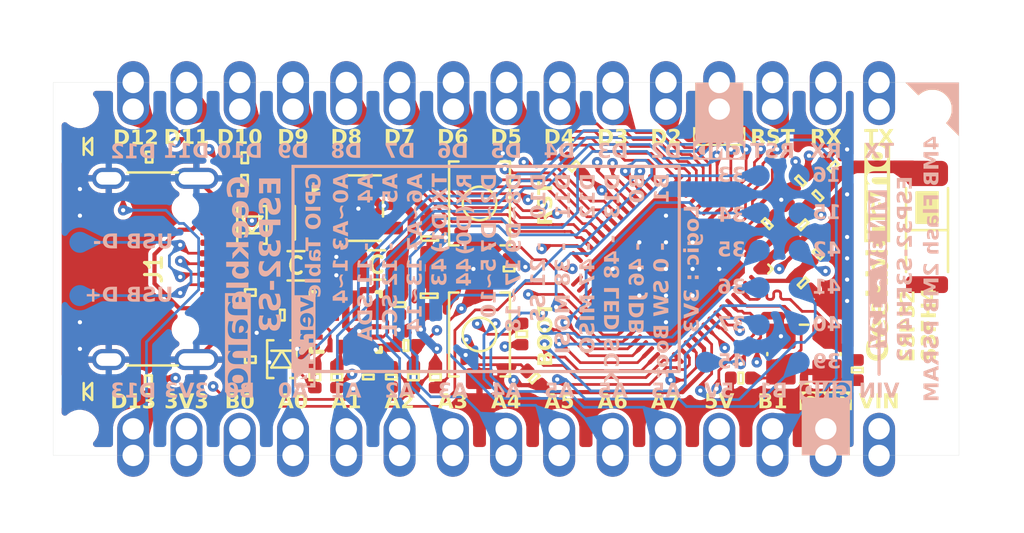
<source format=kicad_pcb>
(kicad_pcb (version 20241229) (generator "pcbnew") (generator_version "9.0")
  (title_block (rev "1") (company "Geekble") (comment 4 "SooDragon"))
  (layers (0 "F.Cu" signal) (4 "In1.Cu" power) (6 "In2.Cu" power) (2 "B.Cu" signal) (13 "F.Paste" user) (15 "B.Paste" user) (5 "F.SilkS" user "F.Silkscreen") (7 "B.SilkS" user "B.Silkscreen") (1 "F.Mask" user) (3 "B.Mask" user) (25 "Edge.Cuts" user))
  (net 0 "")
  (net 1 "Net-(ANT1-PadFeed)")
  (net 3 "GND")
  (net 4 "/CHIP_PU")
  (net 5 "+3V3")
  (net 6 "/D13")
  (net 7 "/B0")
  (net 8 "/A0")
  (net 9 "/A1")
  (net 10 "/A2")
  (net 11 "/A3")
  (net 12 "/A4")
  (net 13 "/A5")
  (net 14 "Net-(J1-CC2)")
  (net 15 "Net-(J1-D1+)")
  (net 17 "Net-(J1-D1-)")
  (net 19 "Net-(J1-CC1)")
  (net 20 "Net-(LED1-PadA)")
  (net 21 "Net-(LED2-PadA)")
  (net 22 "/USB_N")
  (net 23 "/USB_P")
  (net 24 "/A6")
  (net 25 "/GPIO15")
  (net 26 "VIN")
  (net 27 "/GPIO16")
  (net 28 "/A7")
  (net 29 "/B1")
  (net 30 "/D12")
  (net 31 "/D11")
  (net 32 "/D10")
  (net 33 "/D9")
  (net 34 "/D8")
  (net 35 "/D7")
  (net 36 "/D6")
  (net 37 "/GPIO45")
  (net 38 "/D5")
  (net 39 "/D4")
  (net 40 "/GPIO42")
  (net 41 "/D3")
  (net 42 "/GPIO35")
  (net 43 "/GPIO41")
  (net 44 "/D2")
  (net 45 "/GPIO34")
  (net 46 "/GPIO40")
  (net 47 "/GPIO39")
  (net 48 "/GPIO37")
  (net 49 "/GPIO33")
  (net 50 "/GPIO36")
  (net 51 "/GPIO44{slash}RX")
  (net 52 "/GPIO43{slash}TX")
  (net 53 "Net-(U2-LNA_IN)")
  (net 54 "Net-(C7-Pad2)")
  (net 55 "Net-(U2-XTAL_P)")
  (net 56 "Net-(U2-XTAL_N)")
  (net 57 "/TX")
  (net 66 "Net-(C6-Pad2)")
  (net 67 "+5V")
  (net 68 "Net-(D2-PadA)")
  (net 69 "Net-(U1-VAUX)")
  (net 70 "Net-(U1-L2)")
  (net 71 "Net-(U1-L1)")
  (net 72 "Net-(U1-EN)")
  (net 73 "Net-(U1-PG)")
  (footprint "Connectors:1x1_P2.54_CastellatedPad" (layer "F.Cu") (at 42.97 28.49 90)
    (property "Reference" "H29" (hide yes))
    (property "Value" "MountingHole_Pad" (hide yes))
  )
  (footprint "Connectors:1x1_P2.54_CastellatedPad" (layer "F.Cu") (at 53.142 28.49 90)
    (property "Reference" "H33" (hide yes))
    (property "Value" "MountingHole_Pad" (hide yes))
  )
  (footprint "Diodes:LED_0603_White" (layer "F.Cu") (at 30.651 30.268)
    (property "Reference" "LED2" (hide yes))
    (property "Value" "LED,0603,White")
  )
  (footprint "Capacitors:C_0402" (layer "F.Cu") (at 45.81999 39.76001)
    (property "Reference" "C3" (hide yes))
    (property "Value" "100nF,50V")
  )
  (footprint "Resistors:R_0402" (layer "F.Cu") (at 46.16999 41.26001 90)
    (property "Reference" "R1" (hide yes))
    (property "Value" "10KR,1%")
  )
  (footprint "Connectors:1x1_P2.54_CastellatedPad" (layer "F.Cu") (at 32.81 28.49 90)
    (property "Reference" "H25" (hide yes))
    (property "Value" "MountingHole_Pad" (hide yes))
  )
  (footprint "Capacitors:C_0402" (layer "F.Cu") (at 50.73 36.11 90)
    (property "Reference" "C5" (hide yes))
    (property "Value" "100nF,50V")
  )
  (footprint "Connectors:1x1_P2.54_CastellatedPad" (layer "F.Cu") (at 35.35 28.49 90)
    (property "Reference" "H26" (hide yes))
    (property "Value" "MountingHole_Pad" (hide yes))
  )
  (footprint "Capacitors:C_0402" (layer "F.Cu") (at 39.91999 38.31001)
    (property "Reference" "C8" (hide yes))
    (property "Value" "1uF,25V")
  )
  (footprint "Marks:ToolingHole_JLCPCB" (layer "F.Cu") (at 30.27 28.49)
    (property "Reference" "TH3" (hide yes))
    (property "Value" "ToolingHole" (hide yes))
  )
  (footprint "Connectors:1x1_P2.54_CastellatedPad" (layer "F.Cu") (at 60.75 28.49 90)
    (property "Reference" "H36" (hide yes))
    (property "Value" "MountingHole_Pad" (hide yes))
  )
  (footprint "Inductors_Chokes_Transformers:FTC201612S" (layer "F.Cu") (at 40.51999 33.91001)
    (property "Reference" "L3" (hide yes))
    (property "Value" "1.5uH,4A,40mR")
  )
  (footprint "Resistors:R_0402" (layer "F.Cu") (at 38.39499 37.23501 -90)
    (property "Reference" "R3" (hide yes))
    (property "Value" "5.1KR,1%")
  )
  (footprint "Connectors:1x1_P2.54_CastellatedPad" (layer "F.Cu") (at 40.43 43.73 -90)
    (property "Reference" "H8" (hide yes))
    (property "Value" "MountingHole_Pad" (hide yes))
  )
  (footprint "Embedded_Processors_Controllers:QFN-56-1EP_7x7mm_P0.4mm_EP5.6x5.6mm" (layer "F.Cu") (at 58.209959 36.110015 -135)
    (property "Reference" "U2" (hide yes))
    (property "Value" "ESP32-S3FH4R2")
  )
  (footprint "Resistors:R_0402" (layer "F.Cu") (at 42.51999 41.26001 -90)
    (property "Reference" "R8" (hide yes))
    (property "Value" "100KR,1%")
  )
  (footprint "Connectors:1x1_P2.54_CastellatedPad" (layer "F.Cu") (at 55.676 28.49 90)
    (property "Reference" "H34" (hide yes))
    (property "Value" "MountingHole_Pad" (hide yes))
  )
  (footprint "Capacitors:C_0402" (layer "F.Cu") (at 66.1761 31.218 -45)
    (property "Reference" "C1" (hide yes))
    (property "Value" "1pF,50V")
  )
  (footprint "Connectors:1x1_P2.54_CastellatedPad" (layer "F.Cu") (at 32.81 43.73 -90)
    (property "Reference" "H5" (hide yes))
    (property "Value" "MountingHole_Pad" (hide yes))
  )
  (footprint "Connectors:1x1_P2.54_CastellatedPad" (layer "F.Cu") (at 48.074 28.49 90)
    (property "Reference" "H31" (hide yes))
    (property "Value" "MountingHole_Pad" (hide yes))
  )
  (footprint "Capacitors:C_0805" (layer "F.Cu") (at 44.41999 35.92001)
    (property "Reference" "C17" (hide yes))
    (property "Value" "47uF,10V,0805")
  )
  (footprint "Marks:ToolingHole_JLCPCB" (layer "F.Cu") (at 70.91 28.49)
    (property "Reference" "TH4" (hide yes))
    (property "Value" "ToolingHole" (hide yes))
  )
  (footprint "Power_Management_ICs:SOT-23-5" (layer "F.Cu") (at 43.81999 33.21001 180)
    (property "Reference" "U3" (hide yes))
    (property "Value" "ME6217C33M5G")
  )
  (footprint "Capacitors:C_0402" (layer "F.Cu") (at 51.93 41.31 -45)
    (property "Reference" "C16" (hide yes))
    (property "Value" "100nF,50V")
  )
  (footprint "Connectors:1x1_P2.54_CastellatedPad" (layer "F.Cu") (at 68.37 43.73 -90)
    (property "Reference" "H19" (hide yes))
    (property "Value" "MountingHole_Pad" (hide yes))
  )
  (footprint "Connectors:1x1_P2.54_CastellatedPad" (layer "F.Cu") (at 48.05 43.73 -90)
    (property "Reference" "H11" (hide yes))
    (property "Value" "MountingHole_Pad" (hide yes))
  )
  (footprint "Resistors:R_0402" (layer "F.Cu") (at 38.11999 31.88501)
    (property "Reference" "R6" (hide yes))
    (property "Value" "33R,1%")
  )
  (footprint "Resistors:R_0402" (layer "F.Cu") (at 33.572 30.776)
    (property "Reference" "R10" (hide yes))
    (property "Value" "5.1KR,1%")
  )
  (footprint "Capacitors:C_0402" (layer "F.Cu") (at 53.82999 31.21001 -45)
    (property "Reference" "C14" (hide yes))
    (property "Value" "100nF,50V")
  )
  (footprint "Capacitors:C_0402" (layer "F.Cu") (at 63.036 33.951 -135)
    (property "Reference" "C7" (hide yes))
    (property "Value" "1uF,25V")
  )
  (footprint "Pushbutton_Switches_Relays:TS-1088-AR020" (layer "F.Cu") (at 49.32 39.2342 90)
    (property "Reference" "SW2")
    (property "Value" "TS-1088-AR02016")
  )
  (footprint "Pushbutton_Switches_Relays:TS-1088-AR020" (layer "F.Cu") (at 49.32 32.9858 -90)
    (property "Reference" "SW1")
    (property "Value" "TS-1088-AR02016")
  )
  (footprint "Capacitors:C_0402" (layer "F.Cu") (at 44.01999 41.26001 90)
    (property "Reference" "C9" (hide yes))
    (property "Value" "100nF,50V")
  )
  (footprint "Connectors:1x1_P2.54_CastellatedPad" (layer "F.Cu") (at 37.89 43.73 -90)
    (property "Reference" "H7" (hide yes))
    (property "Value" "MountingHole_Pad" (hide yes))
  )
  (footprint "Capacitors:C_0603" (layer "F.Cu") (at 46.94499 34.66001 90)
    (property "Reference" "C19" (hide yes))
    (property "Value" "22uF,6.3V,0603")
  )
  (footprint "Capacitors:C_0402" (layer "F.Cu") (at 65.4606 35.3988 -135)
    (property "Reference" "C10" (hide yes))
    (property "Value" "1uF,25V")
  )
  (footprint "Inductors_Chokes_Transformers:L_0402" (layer "F.Cu") (at 65.4557 32.6172 -135)
    (property "Reference" "L1" (hide yes))
    (property "Value" "2.7nH,800mA,120mR")
  )
  (footprint "Power_Management_ICs:RNM0015A" (layer "F.Cu") (at 42.945 38.63501 90)
    (property "Reference" "U1" (hide yes))
    (property "Value" "TPS630701RNMR" (hide yes))
  )
  (footprint "Capacitors:C_0603" (layer "F.Cu") (at 46.91999 37.38501 -90)
    (property "Reference" "C18" (hide yes))
    (property "Value" "22uF,6.3V,0603")
  )
  (footprint "Capacitors:C_0402" (layer "F.Cu") (at 61.77999 41.31001)
    (property "Reference" "C13" (hide yes))
    (property "Value" "15pF,50V")
  )
  (footprint "Connectors:1x1_P2.54_CastellatedPad" (layer "F.Cu") (at 58.21 28.49 90)
    (property "Reference" "H35" (hide yes))
    (property "Value" "MountingHole_Pad" (hide yes))
  )
  (footprint "Capacitors:C_0805" (layer "F.Cu") (at 40.56999 35.96001 180)
    (property "Reference" "C6" (hide yes))
    (property "Value" "22uF,25V,0805")
  )
  (footprint "Resistors:R_0402" (layer "F.Cu") (at 38.13 30.81)
    (property "Reference" "R5" (hide yes))
    (property "Value" "33R,1%")
  )
  (footprint "Connectors:1x1_P2.54_CastellatedPad" (layer "F.Cu") (at 50.608 28.49 90)
    (property "Reference" "H32" (hide yes))
    (property "Value" "MountingHole_Pad" (hide yes))
  )
  (footprint "Connectors:1x1_P2.54_CastellatedPad" (layer "F.Cu") (at 55.67 43.73 -90)
    (property "Reference" "H14" (hide yes))
    (property "Value" "MountingHole_Pad" (hide yes))
  )
  (footprint "Connectors:1x1_P2.54_CastellatedPad" (layer "F.Cu") (at 63.29 28.49 90)
    (property "Reference" "H37" (hide yes))
    (property "Value" "MountingHole_Pad" (hide yes))
  )
  (footprint "Connectors:1x1_P2.54_CastellatedPad" (layer "F.Cu") (at 40.43 28.49 90)
    (property "Reference" "H28" (hide yes))
    (property "Value" "MountingHole_Pad" (hide yes))
  )
  (footprint "Connectors:1x1_P2.54_CastellatedPad" (layer "F.Cu") (at 53.118 43.73 -90)
    (property "Reference" "H13" (hide yes))
    (property "Value" "MountingHole_Pad" (hide yes))
  )
  (footprint "RadioFrequencyChip_Antenna:ANT_5020" (layer "F.Cu") (at 70.656 34.2574 -90)
    (property "Reference" "ANT1" (hide yes))
    (property "Value" "KH-5020D245H05")
  )
  (footprint "Connectors:1x1_P2.54_CastellatedPad" (layer "F.Cu") (at 42.97 43.73 -90)
    (property "Reference" "H9" (hide yes))
    (property "Value" "MountingHole_Pad" (hide yes))
  )
  (footprint "Connectors:1x1_P2.54_CastellatedPad" (layer "F.Cu") (at 60.75 43.73 -90)
    (property "Reference" "H16" (hide yes))
    (property "Value" "MountingHole_Pad" (hide yes))
  )
  (footprint "Connectors:1x1_P2.54_CastellatedPad" (layer "F.Cu") (at 63.29 43.73 -90)
    (property "Reference" "H17" (hide yes))
    (property "Value" "MountingHole_Pad" (hide yes))
  )
  (footprint "Capacitors:C_0402" (layer "F.Cu") (at 67.33 40.93 90)
    (property "Reference" "C12" (hide yes))
    (property "Value" "15pF,50V")
  )
  (footprint "Diodes:SOD-323F" (layer "F.Cu") (at 38.46999 34.01001 90)
    (property "Reference" "D1" (hide yes))
    (property "Value" "1N5819WS")
  )
  (footprint "Capacitors:C_0402" (layer "F.Cu") (at 45.51999 37.81001 90)
    (property "Reference" "C15" (hide yes))
    (property "Value" "10uF,10V")
  )
  (footprint "Connectors:1x1_P2.54_CastellatedPad" (layer "F.Cu") (at 68.37 28.49 90)
    (property "Reference" "H39" (hide yes))
    (property "Value" "MountingHole_Pad" (hide yes))
  )
  (footprint "Connectors:1x1_P2.54_CastellatedPad" (layer "F.Cu") (at 58.186 43.73 -90)
    (property "Reference" "H15" (hide yes))
    (property "Value" "MountingHole_Pad" (hide yes))
  )
  (footprint "Resistors:R_0402" (layer "F.Cu") (at 51.32999 39.21001 -90)
    (property "Reference" "R11" (hide yes))
    (property "Value" "499R,1%")
  )
  (footprint "Inductors_Chokes_Transformers:L_0402" (layer "F.Cu") (at 64.63 31.91 -135)
    (property "Reference" "L2" (hide yes))
    (property "Value" "2.7nH,800mA,120mR")
  )
  (footprint "Resistors:R_0402" (layer "F.Cu") (at 41.46999 41.26001 -90)
    (property "Reference" "R7" (hide yes))
    (property "Value" "10KR,1%")
  )
  (footprint "Connectors:1x1_P2.54_CastellatedPad" (layer "F.Cu") (at 45.51 28.49 90)
    (property "Reference" "H30" (hide yes))
    (property "Value" "MountingHole_Pad" (hide yes))
  )
  (footprint "Capacitors:C_0402" (layer "F.Cu") (at 45.11999 41.26001 90)
    (property "Reference" "C4" (hide yes))
    (property "Value" "10uF,10V")
  )
  (footprint "Diodes:SOD-323F" (layer "F.Cu") (at 39.89499 40.41001 -90)
    (property "Reference" "D2" (hide yes))
    (property "Value" "1N5819WS")
  )
  (footprint "Resistors:R_0402" (layer "F.Cu") (at 33.5452 41.444 180)
    (property "Reference" "R9" (hide yes))
    (property "Value" "5.1KR,1%")
  )
  (footprint "Connectors:1x1_P2.54_CastellatedPad" (layer "F.Cu") (at 65.83 28.49 90)
    (property "Reference" "H38" (hide yes))
    (property "Value" "MountingHole_Pad" (hide yes))
  )
  (footprint "Capacitors:C_0402" (layer "F.Cu") (at 64.7445 34.0073 135)
    (property "Reference" "C2" (hide yes))
    (property "Value" "2pF,50V")
  )
  (footprint "Marks:SooDragonKOR_Mask_3.8x1.4" (layer "F.Cu") (at 31.53999 36.10001 90)
    (property "Reference" "Logo1" (hide yes))
    (property "Value" "Geekble_Logo" (hide yes))
  )
  (footprint "Resistors:R_0402" (layer "F.Cu") (at 47.21999 41.26001 -90)
    (property "Reference" "R2" (hide yes))
    (property "Value" "10KR,1%")
  )
  (footprint "Capacitors:C_0402" (layer "F.Cu") (at 64.7494 36.7704 135)
    (property "Reference" "C11" (hide yes))
    (property "Value" "10nF,50V")
  )
  (footprint "Connectors:1x1_P2.54_CastellatedPad" (layer "F.Cu") (at 65.83 43.73 -90)
    (property "Reference" "H18" (hide yes))
    (property "Value" "MountingHole_Pad" (hide yes))
  )
  (footprint "Connectors:1x1_P2.54_CastellatedPad" (layer "F.Cu") (at 50.59 43.73 -90)
    (property "Reference" "H12" (hide yes))
    (property "Value" "MountingHole_Pad" (hide yes))
  )
  (footprint "Marks:ToolingHole_JLCPCB" (layer "F.Cu") (at 70.91 43.73)
    (property "Reference" "TH2" (hide yes))
    (property "Value" "ToolingHole" (hide yes))
  )
  (footprint "Connectors:USB_DIP,8.94x7.3mm" (layer "F.Cu") (at 34.1897 36.11 -90)
    (property "Reference" "J1")
    (property "Value" "USB_C_Receptacle_USB2.0_DIP")
  )
  (footprint "Connectors:1x1_P2.54_CastellatedPad" (layer "F.Cu") (at 35.35 43.73 -90)
    (property "Reference" "H6" (hide yes))
    (property "Value" "MountingHole_Pad" (hide yes))
  )
  (footprint "Crystals:SMD-3225_4P" (layer "F.Cu") (at 64.79 40.168 180)
    (property "Reference" "Y1" (hide yes))
    (property "Value" "40MHz" (hide yes))
  )
  (footprint "Connectors:1x1_P2.54_CastellatedPad" (layer "F.Cu") (at 45.51 43.73 -90)
    (property "Reference" "H10" (hide yes))
    (property "Value" "MountingHole_Pad" (hide yes))
  )
  (footprint "Connectors:1x1_P2.54_CastellatedPad" (layer "F.Cu") (at 37.89 28.49 90)
    (property "Reference" "H27" (hide yes))
    (property "Value" "MountingHole_Pad" (hide yes))
  )
  (footprint "Resistors:R_0402" (layer "F.Cu") (at 38.39499 40.43501 -90)
    (property "Reference" "R4" (hide yes))
    (property "Value" "5.1KR,1%")
  )
  (footprint "Marks:ToolingHole_JLCPCB" (layer "F.Cu") (at 30.27 43.73)
    (property "Reference" "TH1" (hide yes))
    (property "Value" "ToolingHole" (hide yes))
  )
  (footprint "Diodes:LED_0603_Red" (layer "F.Cu") (at 30.651 41.952)
    (property "Reference" "LED1" (hide yes))
    (property "Value" "LED,0603,Red")
  )
  (footprint "Connectors:1x1_1.0piPad_SMD" (layer "B.Cu") (at 62.655 33.443 180)
    (property "Reference" "H21" (hide yes))
    (property "Value" "MountingHole_Pad" (hide yes))
  )
  (footprint "Connectors:1x1_1.0piPad_SMD" (layer "B.Cu") (at 64.56 33.443 180)
    (property "Reference" "H3" (hide yes))
    (property "Value" "MountingHole_Pad" (hide yes))
  )
  (footprint "Connectors:1x1_1.0piPad_SMD" (layer "B.Cu") (at 62.655 36.999 180)
    (property "Reference" "H23" (hide yes))
    (property "Value" "MountingHole_Pad" (hide yes))
  )
  (footprint "Connectors:1x1_1.0piPad_SMD" (layer "B.Cu") (at 64.56 31.665 180)
    (property "Reference" "H4" (hide yes))
    (property "Value" "MountingHole_Pad" (hide yes))
  )
  (footprint "Connectors:1x1_1.0piPad_SMD" (layer "B.Cu") (at 64.56 40.555 180)
    (property "Reference" "H40" (hide yes))
    (property "Value" "MountingHole_Pad" (hide yes))
  )
  (footprint "Connectors:1x1_1.0piPad_SMD" (layer "B.Cu") (at 30.26999 37.38001 180)
    (property "Reference" "H2" (hide yes))
    (property "Value" "MountingHole_Pad" (hide yes))
  )
  (footprint "Connectors:1x1_1.0piPad_SMD" (layer "B.Cu") (at 62.655 38.777 180)
    (property "Reference" "H24" (hide yes))
    (property "Value" "MountingHole_Pad" (hide yes))
  )
  (footprint "Connectors:1x1_1.0piPad_SMD" (layer "B.Cu") (at 64.56 36.999 180)
    (property "Reference" "H42" (hide yes))
    (property "Value" "MountingHole_Pad" (hide yes))
  )
  (footprint "Connectors:1x1_1.0piPad_SMD" (layer "B.Cu") (at 64.56 35.221 180)
    (property "Reference" "H43" (hide yes))
    (property "Value" "MountingHole_Pad" (hide yes))
  )
  (footprint "Connectors:1x1_1.0piPad_SMD" (layer "B.Cu") (at 64.56 38.777 180)
    (property "Reference" "H41" (hide yes))
    (property "Value" "MountingHole_Pad" (hide yes))
  )
  (footprint "Connectors:1x1_1.0piPad_SMD" (layer "B.Cu") (at 30.26999 34.84 180)
    (property "Reference" "H1" (hide yes))
    (property "Value" "MountingHole_Pad" (hide yes))
  )
  (footprint "Connectors:1x1_1.0piPad_SMD" (layer "B.Cu") (at 62.655 31.665 180)
    (property "Reference" "H20" (hide yes))
    (property "Value" "MountingHole_Pad" (hide yes))
  )
  (footprint "Connectors:1x1_1.0piPad_SMD" (layer "B.Cu") (at 62.655 35.221 180)
    (property "Reference" "H22" (hide yes))
    (property "Value" "MountingHole_Pad" (hide yes))
  )
  (footprint "Connectors:1x1_1.0piPad_SMD" (layer "B.Cu") (at 60.11499 40.55501 180)
    (property "Reference" "H44" (hide yes))
    (property "Value" "MountingHole_Pad" (hide yes))
  )
  (gr_poly (pts (xy 71.29363 27.64335) (xy 71.2804 27.64335) (xy 71.2804 27.63673) (xy 71.27379 27.63673) (xy 71.27379 27.63011) (xy 71.24733 27.63011) (xy 71.24733 27.6235) (xy 71.22749 27.6235) (xy 71.22749 27.61027) (xy 71.19441 27.61027) (xy 71.19441 27.60366) (xy 71.15473 27.60366) (xy 71.15473 27.59043) (xy 71.11504 27.59043) (xy 71.11504 27.58381) (xy 71.10843 27.58381) (xy 71.10843 27.5772) (xy 71.05551 27.5772) (xy 71.05551 27.57058) (xy 70.76447 27.57058) (xy 70.76447 27.5772) (xy 70.71155 27.5772) (xy 70.71155 27.58381) (xy 70.70494 27.58381) (xy 70.70494 27.59043) (xy 70.66525 27.59043) (xy 70.66525 27.60366) (xy 70.62556 27.60366) (xy 70.62556 27.61027) (xy 70.59249 27.61027) (xy 70.59249 27.6235) (xy 70.57265 27.6235) (xy 70.57265 27.63011) (xy 70.54619 27.63011) (xy 70.54619 27.63673) (xy 70.53957 27.63673) (xy 70.53957 27.64335) (xy 70.51973 27.64335) (xy 70.51973 27.64996) (xy 70.51311 27.64996) (xy 70.51311 27.65657) (xy 70.49988 27.65657) (xy 70.49988 27.66319) (xy 70.48004 27.66319) (xy 70.48004 27.6698) (xy 70.47343 27.6698) (xy 70.47343 27.67642) (xy 70.45358 27.67642) (xy 70.45358 27.68303) (xy 70.44035 27.68303) (xy 70.44035 27.68965) (xy 70.43374 27.68965) (xy 70.43374 27.69626) (xy 70.42712 27.69626) (xy 70.42712 27.70288) (xy 70.42051 27.70288) (xy 70.42051 27.70949) (xy 70.40066 27.70949) (xy 70.40066 27.7161) (xy 70.39405 27.7161) (xy 70.39405 27.72272) (xy 70.38744 27.72272) (xy 70.38744 27.72933) (xy 70.36759 27.72933) (xy 70.36759 27.73595) (xy 70.36098 27.73595) (xy 70.36098 27.74918) (xy 70.34113 27.74918) (xy 70.34113 27.75579) (xy 70.33452 27.75579) (xy 70.33452 27.76241) (xy 70.3279 27.76241) (xy 70.3279 27.76902) (xy 70.32129 27.76902) (xy 70.32129 27.77564) (xy 70.31468 27.77564) (xy 70.31468 27.78225) (xy 70.30806 27.78225) (xy 70.30806 27.78886) (xy 70.30145 27.78886) (xy 70.30145 27.79548) (xy 70.29483 27.79548) (xy 70.29483 27.8021) (xy 70.28822 27.8021) (xy 70.28822 27.80871) (xy 70.2816 27.80871) (xy 70.2816 27.81532) (xy 70.26176 27.81532) (xy 70.26176 27.82194) (xy 70.25515 27.82194) (xy 70.25515 27.82855) (xy 70.24853 27.82855) (xy 70.24853 27.83517) (xy 70.2353 27.83517) (xy 70.2353 27.82855) (xy 70.22869 27.82855) (xy 70.22869 27.82194) (xy 70.22207 27.82194) (xy 70.22207 27.81532) (xy 70.21546 27.81532) (xy 70.21546 27.80871) (xy 70.20884 27.80871) (xy 70.20884 27.8021) (xy 70.20223 27.8021) (xy 70.20223 27.79548) (xy 70.19561 27.79548) (xy 70.19561 27.78886) (xy 70.189 27.78886) (xy 70.189 27.78225) (xy 70.18238 27.78225) (xy 70.18238 27.77564) (xy 70.17577 27.77564) (xy 70.17577 27.76902) (xy 70.16915 27.76902) (xy 70.16915 27.76241) (xy 70.16254 27.76241) (xy 70.16254 27.75579) (xy 70.15593 27.75579) (xy 70.15593 27.74918) (xy 70.14931 27.74918) (xy 70.14931 27.74256) (xy 70.1427 27.74256) (xy 70.1427 27.73595) (xy 70.13608 27.73595) (xy 70.13608 27.72933) (xy 70.12947 27.72933) (xy 70.12947 27.72272) (xy 70.12285 27.72272) (xy 70.12285 27.7161) (xy 70.11624 27.7161) (xy 70.11624 27.70949) (xy 70.10962 27.70949) (xy 70.10962 27.70288) (xy 70.10301 27.70288) (xy 70.10301 27.69626) (xy 70.0964 27.69626) (xy 70.0964 27.68965) (xy 70.08978 27.68965) (xy 70.08978 27.68303) (xy 70.08316 27.68303) (xy 70.08316 27.67642) (xy 70.07655 27.67642) (xy 70.07655 27.6698) (xy 70.06994 27.6698) (xy 70.06994 27.66319) (xy 70.06332 27.66319) (xy 70.06332 27.65657) (xy 70.05671 27.65657) (xy 70.05671 27.64996) (xy 70.05009 27.64996) (xy 70.05009 27.64335) (xy 70.04348 27.64335) (xy 70.04348 27.63673) (xy 70.03686 27.63673) (xy 70.03686 27.63011) (xy 70.03025 27.63011) (xy 70.03025 27.6235) (xy 70.02363 27.6235) (xy 70.02363 27.61689) (xy 70.01702 27.61689) (xy 70.01702 27.61027) (xy 70.0104 27.61027) (xy 70.0104 27.60366) (xy 70.00379 27.60366) (xy 70.00379 27.59704) (xy 69.99718 27.59704) (xy 69.99718 27.59043) (xy 69.99056 27.59043) (xy 69.99056 27.58381) (xy 69.98395 27.58381) (xy 69.98395 27.5772) (xy 69.97733 27.5772) (xy 69.97733 27.57058) (xy 69.97072 27.57058) (xy 69.97072 27.56397) (xy 69.9641 27.56397) (xy 69.9641 27.55735) (xy 69.95749 27.55735) (xy 69.95749 27.55074) (xy 69.95087 27.55074) (xy 69.95087 27.54413) (xy 69.94426 27.54413) (xy 69.94426 27.53751) (xy 69.93765 27.53751) (xy 69.93765 27.5309) (xy 69.93103 27.5309) (xy 69.93103 27.52428) (xy 69.92441 27.52428) (xy 69.92441 27.51767) (xy 69.9178 27.51767) (xy 69.9178 27.51105) (xy 69.91119 27.51105) (xy 69.91119 27.50444) (xy 69.90457 27.50444) (xy 69.90457 27.49782) (xy 69.89796 27.49782) (xy 69.89796 27.49121) (xy 69.89134 27.49121) (xy 69.89134 27.4846) (xy 69.88473 27.4846) (xy 69.88473 27.47798) (xy 69.87811 27.47798) (xy 69.87811 27.47136) (xy 69.8715 27.47136) (xy 69.8715 27.46475) (xy 69.86488 27.46475) (xy 69.86488 27.45814) (xy 69.85827 27.45814) (xy 69.85827 27.45152) (xy 69.85165 27.45152) (xy 69.85165 27.44491) (xy 69.84504 27.44491) (xy 69.84504 27.43829) (xy 69.83843 27.43829) (xy 69.83843 27.43168) (xy 69.83181 27.43168) (xy 69.83181 27.42506) (xy 69.8252 27.42506) (xy 69.8252 27.41845) (xy 69.81858 27.41845) (xy 69.81858 27.41183) (xy 69.81197 27.41183) (xy 69.81197 27.40522) (xy 69.80535 27.40522) (xy 69.80535 27.3986) (xy 69.79874 27.3986) (xy 69.79874 27.39199) (xy 69.79212 27.39199) (xy 69.79212 27.38538) (xy 69.78551 27.38538) (xy 69.78551 27.37876) (xy 69.7789 27.37876) (xy 69.7789 27.37215) (xy 69.77228 27.37215) (xy 69.77228 27.36553) (xy 69.76566 27.36553) (xy 69.76566 27.35892) (xy 69.75905 27.35892) (xy 69.75905 27.3523) (xy 69.75244 27.3523) (xy 69.75244 27.34569) (xy 69.74582 27.34569) (xy 69.74582 27.33907) (xy 69.73921 27.33907) (xy 69.73921 27.33246) (xy 69.73259 27.33246) (xy 69.73259 27.32585) (xy 69.72598 27.32585) (xy 69.72598 27.31923) (xy 69.71936 27.31923) (xy 69.71936 27.31261) (xy 69.71275 27.31261) (xy 69.71275 27.306) (xy 69.70613 27.306) (xy 69.70613 27.29939) (xy 69.69952 27.29939) (xy 69.69952 27.29277) (xy 69.6929 27.29277) (xy 69.6929 27.28616) (xy 69.68629 27.28616) (xy 69.68629 27.27954) (xy 69.67968 27.27954) (xy 69.67968 27.27293) (xy 69.67306 27.27293) (xy 69.67306 27.26631) (xy 69.66645 27.26631) (xy 69.66645 27.2597) (xy 69.65983 27.2597) (xy 69.65983 27.25308) (xy 69.65322 27.25308) (xy 69.65322 27.24647) (xy 69.6466 27.24647) (xy 69.6466 27.23985) (xy 69.63999 27.23985) (xy 69.63999 27.23324) (xy 69.63337 27.23324) (xy 69.63337 27.22663) (xy 69.62676 27.22663) (xy 69.62676 27.22001) (xy 72.17999 27.22001) (xy 72.17999 29.77324) (xy 72.17337 29.77324) (xy 72.17337 29.76663) (xy 72.16676 29.76663) (xy 72.16676 29.76001) (xy 72.16015 29.76001) (xy 72.16015 29.7534) (xy 72.15353 29.7534) (xy 72.15353 29.74678) (xy 72.14691 29.74678) (xy 72.14691 29.74017) (xy 72.1403 29.74017) (xy 72.1403 29.73355) (xy 72.13369 29.73355) (xy 72.13369 29.72694) (xy 72.12707 29.72694) (xy 72.12707 29.72032) (xy 72.12046 29.72032) (xy 72.12046 29.71371) (xy 72.11384 29.71371) (xy 72.11384 29.7071) (xy 72.10723 29.7071) (xy 72.10723 29.70048) (xy 72.10061 29.70048) (xy 72.10061 29.69386) (xy 72.094 29.69386) (xy 72.094 29.68725) (xy 72.08738 29.68725) (xy 72.08738 29.68064) (xy 72.08077 29.68064) (xy 72.08077 29.67402) (xy 72.07415 29.67402) (xy 72.07415 29.66741) (xy 72.06754 29.66741) (xy 72.06754 29.66079) (xy 72.06093 29.66079) (xy 72.06093 29.65418) (xy 72.05431 29.65418) (xy 72.05431 29.64756) (xy 72.0477 29.64756) (xy 72.0477 29.64095) (xy 72.04108 29.64095) (xy 72.04108 29.63433) (xy 72.03447 29.63433) (xy 72.03447 29.62772) (xy 72.02785 29.62772) (xy 72.02785 29.6211) (xy 72.02124 29.6211) (xy 72.02124 29.61449) (xy 72.01462 29.61449) (xy 72.01462 29.60788) (xy 72.00801 29.60788) (xy 72.00801 29.60126) (xy 72.0014 29.60126) (xy 72.0014 29.59465) (xy 71.99478 29.59465) (xy 71.99478 29.58803) (xy 71.98816 29.58803) (xy 71.98816 29.58142) (xy 71.98155 29.58142) (xy 71.98155 29.5748) (xy 71.97494 29.5748) (xy 71.97494 29.56819) (xy 71.96832 29.56819) (xy 71.96832 29.56157) (xy 71.96171 29.56157) (xy 71.96171 29.55496) (xy 71.95509 29.55496) (xy 71.95509 29.54835) (xy 71.94848 29.54835) (xy 71.94848 29.54173) (xy 71.94186 29.54173) (xy 71.94186 29.53511) (xy 71.93525 29.53511) (xy 71.93525 29.5285) (xy 71.92863 29.5285) (xy 71.92863 29.52189) (xy 71.92202 29.52189) (xy 71.92202 29.51527) (xy 71.9154 29.51527) (xy 71.9154 29.50866) (xy 71.90879 29.50866) (xy 71.90879 29.50204) (xy 71.90218 29.50204) (xy 71.90218 29.49543) (xy 71.89556 29.49543) (xy 71.89556 29.48881) (xy 71.88895 29.48881) (xy 71.88895 29.4822) (xy 71.88233 29.4822) (xy 71.88233 29.47558) (xy 71.87572 29.47558) (xy 71.87572 29.46897) (xy 71.8691 29.46897) (xy 71.8691 29.46235) (xy 71.86249 29.46235) (xy 71.86249 29.45574) (xy 71.85587 29.45574) (xy 71.85587 29.44913) (xy 71.84926 29.44913) (xy 71.84926 29.44251) (xy 71.84265 29.44251) (xy 71.84265 29.4359) (xy 71.83603 29.4359) (xy 71.83603 29.42928) (xy 71.82941 29.42928) (xy 71.82941 29.42267) (xy 71.8228 29.42267) (xy 71.8228 29.41605) (xy 71.81619 29.41605) (xy 71.81619 29.40944) (xy 71.80957 29.40944) (xy 71.80957 29.40282) (xy 71.80296 29.40282) (xy 71.80296 29.39621) (xy 71.79634 29.39621) (xy 71.79634 29.3896) (xy 71.78973 29.3896) (xy 71.78973 29.38298) (xy 71.78311 29.38298) (xy 71.78311 29.37636) (xy 71.7765 29.37636) (xy 71.7765 29.36975) (xy 71.76988 29.36975) (xy 71.76988 29.36314) (xy 71.76327 29.36314) (xy 71.76327 29.35652) (xy 71.75665 29.35652) (xy 71.75665 29.34991) (xy 71.75004 29.34991) (xy 71.75004 29.34329) (xy 71.74343 29.34329) (xy 71.74343 29.33668) (xy 71.73681 29.33668) (xy 71.73681 29.33006) (xy 71.7302 29.33006) (xy 71.7302 29.32345) (xy 71.72358 29.32345) (xy 71.72358 29.31683) (xy 71.71697 29.31683) (xy 71.71697 29.31022) (xy 71.71035 29.31022) (xy 71.71035 29.3036) (xy 71.70374 29.3036) (xy 71.70374 29.29699) (xy 71.69712 29.29699) (xy 71.69712 29.29038) (xy 71.69051 29.29038) (xy 71.69051 29.28376) (xy 71.6839 29.28376) (xy 71.6839 29.27715) (xy 71.67728 29.27715) (xy 71.67728 29.27053) (xy 71.67066 29.27053) (xy 71.67066 29.26392) (xy 71.66405 29.26392) (xy 71.66405 29.2573) (xy 71.65744 29.2573) (xy 71.65744 29.25069) (xy 71.65082 29.25069) (xy 71.65082 29.24407) (xy 71.64421 29.24407) (xy 71.64421 29.23746) (xy 71.63759 29.23746) (xy 71.63759 29.23085) (xy 71.63098 29.23085) (xy 71.63098 29.22423) (xy 71.62436 29.22423) (xy 71.62436 29.21761) (xy 71.61775 29.21761) (xy 71.61775 29.211) (xy 71.61113 29.211) (xy 71.61113 29.20439) (xy 71.60452 29.20439) (xy 71.60452 29.19777) (xy 71.5979 29.19777) (xy 71.5979 29.19116) (xy 71.59129 29.19116) (xy 71.59129 29.18454) (xy 71.58468 29.18454) (xy 71.58468 29.17793) (xy 71.57806 29.17793) (xy 71.57806 29.17131) (xy 71.57145 29.17131) (xy 71.57145 29.1647) (xy 71.56483 29.1647) (xy 71.56483 29.15147) (xy 71.57145 29.15147) (xy 71.57145 29.14485) (xy 71.57806 29.14485) (xy 71.57806 29.12501) (xy 71.58468 29.12501) (xy 71.58468 29.1184) (xy 71.59129 29.1184) (xy 71.59129 29.11178) (xy 71.5979 29.11178) (xy 71.5979 29.10517) (xy 71.60452 29.10517) (xy 71.60452 29.09855) (xy 71.61113 29.09855) (xy 71.61113 29.09194) (xy 71.61775 29.09194) (xy 71.61775 29.08532) (xy 71.62436 29.08532) (xy 71.62436 29.07871) (xy 71.63098 29.07871) (xy 71.63098 29.0721) (xy 71.63759 29.0721) (xy 71.63759 29.05225) (xy 71.65082 29.05225) (xy 71.65082 29.03902) (xy 71.66405 29.03902) (xy 71.66405 29.03241) (xy 71.67066 29.03241) (xy 71.67066 29.01256) (xy 71.67728 29.01256) (xy 71.67728 29.00595) (xy 71.6839 29.00595) (xy 71.6839 28.99933) (xy 71.69051 28.99933) (xy 71.69051 28.97949) (xy 71.69712 28.97949) (xy 71.69712 28.97288) (xy 71.70374 28.97288) (xy 71.70374 28.96626) (xy 71.71035 28.96626) (xy 71.71035 28.95965) (xy 71.71697 28.95965) (xy 71.71697 28.94642) (xy 71.72358 28.94642) (xy 71.72358 28.92657) (xy 71.7302 28.92657) (xy 71.7302 28.91996) (xy 71.73681 28.91996) (xy 71.73681 28.90011) (xy 71.74343 28.90011) (xy 71.74343 28.88689) (xy 71.75004 28.88689) (xy 71.75004 28.88027) (xy 71.75665 28.88027) (xy 71.75665 28.86043) (xy 71.76327 28.86043) (xy 71.76327 28.85381) (xy 71.76988 28.85381) (xy 71.76988 28.82735) (xy 71.7765 28.82735) (xy 71.7765 28.80751) (xy 71.78973 28.80751) (xy 71.78973 28.77444) (xy 71.79634 28.77444) (xy 71.79634 28.73475) (xy 71.80957 28.73475) (xy 71.80957 28.69506) (xy 71.81619 28.69506) (xy 71.81619 28.68845) (xy 71.8228 28.68845) (xy 71.8228 28.63553) (xy 71.82941 28.63553) (xy 71.82941 28.34449) (xy 71.8228 28.34449) (xy 71.8228 28.29157) (xy 71.81619 28.29157) (xy 71.81619 28.28496) (xy 71.80957 28.28496) (xy 71.80957 28.24527) (xy 71.79634 28.24527) (xy 71.79634 28.20558) (xy 71.78973 28.20558) (xy 71.78973 28.17251) (xy 71.7765 28.17251) (xy 71.7765 28.15267) (xy 71.76988 28.15267) (xy 71.76988 28.12621) (xy 71.76327 28.12621) (xy 71.76327 28.1196) (xy 71.75665 28.1196) (xy 71.75665 28.09975) (xy 71.75004 28.09975) (xy 71.75004 28.09314) (xy 71.74343 28.09314) (xy 71.74343 28.07991) (xy 71.73681 28.07991) (xy 71.73681 28.06006) (xy 71.7302 28.06006) (xy 71.7302 28.05345) (xy 71.72358 28.05345) (xy 71.72358 28.0336) (xy 71.71697 28.0336) (xy 71.71697 28.02038) (xy 71.71035 28.02038) (xy 71.71035 28.01376) (xy 71.70374 28.01376) (xy 71.70374 28.00715) (xy 71.69712 28.00715) (xy 71.69712 28.00053) (xy 71.69051 28.00053) (xy 71.69051 27.98069) (xy 71.6839 27.98069) (xy 71.6839 27.97407) (xy 71.67728 27.97407) (xy 71.67728 27.96746) (xy 71.67066 27.96746) (xy 71.67066 27.94761) (xy 71.66405 27.94761) (xy 71.66405 27.941) (xy 71.65082 27.941) (xy 71.65082 27.92777) (xy 71.63759 27.92777) (xy 71.63759 27.90793) (xy 71.63098 27.90793) (xy 71.63098 27.90131) (xy 71.62436 27.90131) (xy 71.62436 27.8947) (xy 71.61775 27.8947) (xy 71.61775 27.88808) (xy 71.61113 27.88808) (xy 71.61113 27.88147) (xy 71.60452 27.88147) (xy 71.60452 27.87485) (xy 71.5979 27.87485) (xy 71.5979 27.86824) (xy 71.59129 27.86824) (xy 71.59129 27.86163) (xy 71.58468 27.86163) (xy 71.58468 27.85501) (xy 71.57806 27.85501) (xy 71.57806 27.8484) (xy 71.57145 27.8484) (xy 71.57145 27.84178) (xy 71.56483 27.84178) (xy 71.56483 27.83517) (xy 71.55822 27.83517) (xy 71.55822 27.82855) (xy 71.5516 27.82855) (xy 71.5516 27.82194) (xy 71.54499 27.82194) (xy 71.54499 27.81532) (xy 71.53837 27.81532) (xy 71.53837 27.80871) (xy 71.53176 27.80871) (xy 71.53176 27.8021) (xy 71.52515 27.8021) (xy 71.52515 27.79548) (xy 71.51853 27.79548) (xy 71.51853 27.78886) (xy 71.51191 27.78886) (xy 71.51191 27.78225) (xy 71.5053 27.78225) (xy 71.5053 27.77564) (xy 71.49869 27.77564) (xy 71.49869 27.76902) (xy 71.49207 27.76902) (xy 71.49207 27.76241) (xy 71.47223 27.76241) (xy 71.47223 27.74918) (xy 71.459 27.74918) (xy 71.459 27.73595) (xy 71.45238 27.73595) (xy 71.45238 27.72933) (xy 71.43254 27.72933) (xy 71.43254 27.72272) (xy 71.42593 27.72272) (xy 71.42593 27.7161) (xy 71.41931 27.7161) (xy 71.41931 27.70949) (xy 71.39947 27.70949) (xy 71.39947 27.70288) (xy 71.39285 27.70288) (xy 71.39285 27.69626) (xy 71.38624 27.69626) (xy 71.38624 27.68965) (xy 71.37962 27.68965) (xy 71.37962 27.68303) (xy 71.3664 27.68303) (xy 71.3664 27.67642) (xy 71.34655 27.67642) (xy 71.34655 27.6698) (xy 71.33994 27.6698) (xy 71.33994 27.66319) (xy 71.32009 27.66319) (xy 71.32009 27.65657) (xy 71.30686 27.65657) (xy 71.30686 27.64996) (xy 71.30025 27.64996) (xy 71.30025 27.64335)) (fill yes) (layer "F.SilkS"))
  (gr_rect (start 64.68699 42.84101) (end 66.97299 45.00001) (fill yes) (layer "F.SilkS"))
  (gr_poly (pts (xy 61.89299 29.37901) (xy 59.60699 29.37901) (xy 59.60699 27.220009) (xy 61.89299 27.220009)) (fill yes) (layer "F.SilkS"))
  (gr_poly (pts (xy 61.89299 30.01401) (xy 59.60699 30.01401) (xy 59.60699 27.220009) (xy 61.89299 27.220009)) (fill yes) (layer "B.SilkS"))
  (gr_poly (pts (xy 71.75665 28.106371) (xy 71.75665 28.119601) (xy 71.76327 28.119601) (xy 71.763271 28.12621) (xy 71.769891 28.12621) (xy 71.769891 28.15267) (xy 71.7765 28.152671) (xy 71.7765 28.172511) (xy 71.789731 28.17251) (xy 71.78973 28.20559) (xy 71.79634 28.20559) (xy 71.79634 28.24527) (xy 71.80957 28.24527) (xy 71.80957 28.28496) (xy 71.81619 28.28496) (xy 71.81619 28.29157) (xy 71.8228 28.29157) (xy 71.8228 28.34449) (xy 71.82942 28.34449) (xy 71.82942 28.63553) (xy 71.8228 28.63553) (xy 71.8228 28.68845) (xy 71.81619 28.68845) (xy 71.81619 28.69506) (xy 71.80957 28.69506) (xy 71.80957 28.73475) (xy 71.79634 28.73475) (xy 71.79634 28.774439) (xy 71.789731 28.77444) (xy 71.789731 28.80751) (xy 71.7765 28.807509) (xy 71.7765 28.827349) (xy 71.769891 28.82735) (xy 71.769891 28.85381) (xy 71.763271 28.85381) (xy 71.763271 28.86043) (xy 71.756651 28.86043) (xy 71.756651 28.88027) (xy 71.750041 28.88027) (xy 71.750041 28.88689) (xy 71.743431 28.88689) (xy 71.743431 28.90012) (xy 71.73681 28.900121) (xy 71.73681 28.919961) (xy 71.7302 28.919961) (xy 71.730201 28.92657) (xy 71.72358 28.926571) (xy 71.72358 28.946421) (xy 71.71697 28.946421) (xy 71.71697 28.959651) (xy 71.71035 28.959651) (xy 71.71035 28.966261) (xy 71.70374 28.966261) (xy 71.70374 28.97288) (xy 71.69712 28.97288) (xy 71.69712 28.979491) (xy 71.69051 28.979491) (xy 71.69051 28.99934) (xy 71.6839 28.99934) (xy 71.6839 29.00595) (xy 71.67728 29.00595) (xy 71.67728 29.01256) (xy 71.67067 29.01256) (xy 71.67067 29.03241) (xy 71.66405 29.03241) (xy 71.66405 29.03902) (xy 71.65082 29.03902) (xy 71.65082 29.05887) (xy 71.64421 29.05887) (xy 71.64421 29.06548) (xy 71.63759 29.06548) (xy 71.63759 29.0721) (xy 71.63098 29.0721) (xy 71.63098 29.07871) (xy 71.62436 29.07871) (xy 71.62436 29.08532) (xy 71.61775 29.08532) (xy 71.61775 29.09194) (xy 71.61114 29.09194) (xy 71.61114 29.09855) (xy 71.60452 29.09855) (xy 71.60452 29.10517) (xy 71.5979 29.10517) (xy 71.5979 29.11178) (xy 71.59129 29.11178) (xy 71.59129 29.1184) (xy 71.58468 29.1184) (xy 71.58468 29.13824) (xy 71.57806 29.13824) (xy 71.57806 29.14485) (xy 71.57145 29.14485) (xy 71.57145 29.15147) (xy 71.56483 29.15147) (xy 71.56483 29.1647) (xy 71.57145 29.1647) (xy 71.57145 29.17131) (xy 71.57806 29.17131) (xy 71.57806 29.17793) (xy 71.58468 29.17793) (xy 71.58468 29.18454) (xy 71.59129 29.18454) (xy 71.59129 29.19116) (xy 71.5979 29.19116) (xy 71.5979 29.19777) (xy 71.60452 29.19777) (xy 71.60452 29.20439) (xy 71.61114 29.20439) (xy 71.61114 29.211) (xy 71.61775 29.211) (xy 71.61775 29.21762) (xy 71.62436 29.21762) (xy 71.62436 29.22423) (xy 71.63098 29.22423) (xy 71.63098 29.23085) (xy 71.63759 29.23085) (xy 71.63759 29.23746) (xy 71.64421 29.23746) (xy 71.64421 29.24407) (xy 71.65082 29.24407) (xy 71.65082 29.25069) (xy 71.65744 29.25069) (xy 71.65744 29.2573) (xy 71.66405 29.2573) (xy 71.66405 29.26392) (xy 71.67067 29.26392) (xy 71.67067 29.27053) (xy 71.67728 29.27053) (xy 71.67728 29.27715) (xy 71.6839 29.27715) (xy 71.6839 29.28376) (xy 71.69051 29.28376) (xy 71.69051 29.29038) (xy 71.69712 29.29038) (xy 71.69712 29.29699) (xy 71.70374 29.29699) (xy 71.70374 29.3036) (xy 71.71035 29.3036) (xy 71.71035 29.31022) (xy 71.71697 29.31022) (xy 71.71697 29.31684) (xy 71.72358 29.31684) (xy 71.72358 29.32345) (xy 71.7302 29.32345) (xy 71.7302 29.33006) (xy 71.73681 29.33006) (xy 71.73681 29.33668) (xy 71.74343 29.33668) (xy 71.74343 29.34329) (xy 71.75004 29.34329) (xy 71.75004 29.34991) (xy 71.75665 29.34991) (xy 71.75665 29.35652) (xy 71.76327 29.35652) (xy 71.76327 29.36314) (xy 71.76989 29.36314) (xy 71.76989 29.36975) (xy 71.7765 29.36975) (xy 71.7765 29.37637) (xy 71.78311 29.37637) (xy 71.78311 29.38298) (xy 71.78973 29.38298) (xy 71.78973 29.3896) (xy 71.79634 29.3896) (xy 71.79634 29.39621) (xy 71.80296 29.39621) (xy 71.80296 29.40282) (xy 71.80957 29.40282) (xy 71.80957 29.40944) (xy 71.81619 29.40944) (xy 71.81619 29.41605) (xy 71.8228 29.41605) (xy 71.8228 29.42267) (xy 71.82942 29.42267) (xy 71.82942 29.42928) (xy 71.83603 29.42928) (xy 71.83603 29.4359) (xy 71.84265 29.4359) (xy 71.84265 29.44251) (xy 71.84926 29.44251) (xy 71.84926 29.44913) (xy 71.85587 29.44913) (xy 71.85587 29.45574) (xy 71.86249 29.45574) (xy 71.86249 29.46235) (xy 71.8691 29.46235) (xy 71.8691 29.46897) (xy 71.87572 29.46897) (xy 71.87572 29.47559) (xy 71.88233 29.47559) (xy 71.88233 29.4822) (xy 71.88895 29.4822) (xy 71.88895 29.48881) (xy 71.89556 29.48881) (xy 71.89556 29.49543) (xy 71.90218 29.49543) (xy 71.90218 29.50204) (xy 71.90879 29.50204) (xy 71.90879 29.50866) (xy 71.9154 29.50866) (xy 71.9154 29.51527) (xy 71.92202 29.51527) (xy 71.92202 29.52189) (xy 71.92864 29.52189) (xy 71.92864 29.5285) (xy 71.93525 29.5285) (xy 71.93525 29.53512) (xy 71.94186 29.53512) (xy 71.94186 29.54173) (xy 71.94848 29.54173) (xy 71.94848 29.54835) (xy 71.95509 29.54835) (xy 71.95509 29.55496) (xy 71.96171 29.55496) (xy 71.96171 29.56157) (xy 71.96832 29.56157) (xy 71.96832 29.56819) (xy 71.97494 29.56819) (xy 71.97494 29.5748) (xy 71.98155 29.5748) (xy 71.98155 29.58142) (xy 71.98817 29.58142) (xy 71.98817 29.58803) (xy 71.99478 29.58803) (xy 71.99478 29.59465) (xy 72.0014 29.59465) (xy 72.0014 29.60126) (xy 72.00801 29.60126) (xy 72.00801 29.60788) (xy 72.01462 29.60788) (xy 72.01462 29.61449) (xy 72.02124 29.61449) (xy 72.02124 29.6211) (xy 72.02785 29.6211) (xy 72.02785 29.62772) (xy 72.03447 29.62772) (xy 72.03447 29.63434) (xy 72.04108 29.63434) (xy 72.04108 29.64095) (xy 72.0477 29.64095) (xy 72.0477 29.64756) (xy 72.05431 29.64756) (xy 72.05431 29.65418) (xy 72.06093 29.65418) (xy 72.06093 29.66079) (xy 72.06754 29.66079) (xy 72.06754 29.66741) (xy 72.07415 29.66741) (xy 72.07415 29.67402) (xy 72.08077 29.67402) (xy 72.08077 29.68064) (xy 72.08739 29.68064) (xy 72.08739 29.68725) (xy 72.094 29.68725) (xy 72.094 29.69387) (xy 72.10061 29.69387) (xy 72.10061 29.70048) (xy 72.10723 29.70048) (xy 72.10723 29.7071) (xy 72.11384 29.7071) (xy 72.11384 29.71371) (xy 72.12046 29.71371) (xy 72.12046 29.72032) (xy 72.12707 29.72032) (xy 72.12707 29.72694) (xy 72.13369 29.72694) (xy 72.13369 29.73355) (xy 72.1403 29.73355) (xy 72.1403 29.74017) (xy 72.14692 29.74017) (xy 72.14692 29.74678) (xy 72.15353 29.74678) (xy 72.15353 29.7534) (xy 72.16015 29.7534) (xy 72.16015 29.76001) (xy 72.16676 29.76001) (xy 72.16676 29.76663) (xy 72.17337 29.76663) (xy 72.17337 29.77324) (xy 72.17999 29.77324) (xy 72.17999 27.22001) (xy 69.62676 27.22001) (xy 69.62676 27.22663) (xy 69.63337 27.22663) (xy 69.63337 27.23324) (xy 69.63999 27.23324) (xy 69.63999 27.23985) (xy 69.6466 27.23985) (xy 69.6466 27.24647) (xy 69.65322 27.24647) (xy 69.65322 27.25309) (xy 69.65983 27.25309) (xy 69.65983 27.2597) (xy 69.66645 27.2597) (xy 69.66645 27.26631) (xy 69.67306 27.26631) (xy 69.67306 27.27293) (xy 69.67968 27.27293) (xy 69.67968 27.27954) (xy 69.68629 27.27954) (xy 69.68629 27.28616) (xy 69.6929 27.28616) (xy 69.6929 27.29277) (xy 69.69952 27.29277) (xy 69.69952 27.29939) (xy 69.70614 27.29939) (xy 69.70614 27.306) (xy 69.71275 27.306) (xy 69.71275 27.31262) (xy 69.71936 27.31262) (xy 69.71936 27.31923) (xy 69.72598 27.31923) (xy 69.72598 27.32585) (xy 69.73259 27.32585) (xy 69.73259 27.33246) (xy 69.73921 27.33246) (xy 69.73921 27.33907) (xy 69.74582 27.33907) (xy 69.74582 27.34569) (xy 69.75244 27.34569) (xy 69.75244 27.3523) (xy 69.75905 27.3523) (xy 69.75905 27.35892) (xy 69.76567 27.35892) (xy 69.76567 27.36553) (xy 69.77228 27.36553) (xy 69.77228 27.37215) (xy 69.7789 27.37215) (xy 69.7789 27.37876) (xy 69.78551 27.37876) (xy 69.78551 27.38538) (xy 69.79212 27.38538) (xy 69.79212 27.39199) (xy 69.79874 27.39199) (xy 69.79874 27.3986) (xy 69.80535 27.3986) (xy 69.80535 27.40522) (xy 69.81197 27.40522) (xy 69.81197 27.41184) (xy 69.81858 27.41184) (xy 69.81858 27.41845) (xy 69.8252 27.41845) (xy 69.8252 27.42506) (xy 69.83181 27.42506) (xy 69.83181 27.43168) (xy 69.83843 27.43168) (xy 69.83843 27.43829) (xy 69.84504 27.43829) (xy 69.84504 27.44491) (xy 69.85165 27.44491) (xy 69.85165 27.45152) (xy 69.85827 27.45152) (xy 69.85827 27.45814) (xy 69.86489 27.45814) (xy 69.86489 27.46475) (xy 69.8715 27.46475) (xy 69.8715 27.47137) (xy 69.87811 27.47137) (xy 69.87811 27.47798) (xy 69.88473 27.47798) (xy 69.88473 27.4846) (xy 69.89134 27.4846) (xy 69.89134 27.49121) (xy 69.89796 27.49121) (xy 69.89796 27.49782) (xy 69.90457 27.49782) (xy 69.90457 27.50444) (xy 69.91119 27.50444) (xy 69.91119 27.51105) (xy 69.9178 27.51105) (xy 69.9178 27.51767) (xy 69.92442 27.51767) (xy 69.92442 27.52428) (xy 69.93103 27.52428) (xy 69.93103 27.5309) (xy 69.93765 27.5309) (xy 69.93765 27.53751) (xy 69.94426 27.53751) (xy 69.94426 27.54413) (xy 69.95087 27.54413) (xy 69.95087 27.55074) (xy 69.95749 27.55074) (xy 69.95749 27.55735) (xy 69.9641 27.55735) (xy 69.9641 27.56397) (xy 69.97072 27.56397) (xy 69.97072 27.57059) (xy 69.97733 27.57059) (xy 69.97733 27.5772) (xy 69.98395 27.5772) (xy 69.98395 27.58381) (xy 69.99056 27.58381) (xy 69.99056 27.59043) (xy 69.99718 27.59043) (xy 69.99718 27.59704) (xy 70.00379 27.59704) (xy 70.00379 27.60366) (xy 70.0104 27.60366) (xy 70.0104 27.61027) (xy 70.01702 27.61027) (xy 70.01702 27.61689) (xy 70.02364 27.61689) (xy 70.02364 27.6235) (xy 70.03025 27.6235) (xy 70.03025 27.63012) (xy 70.03686 27.63012) (xy 70.03686 27.63673) (xy 70.04348 27.63673) (xy 70.04348 27.64335) (xy 70.05009 27.64335) (xy 70.05009 27.64996) (xy 70.05671 27.64996) (xy 70.05671 27.65657) (xy 70.06332 27.65657) (xy 70.06332 27.66319) (xy 70.06994 27.66319) (xy 70.06994 27.6698) (xy 70.07655 27.6698) (xy 70.07655 27.67642) (xy 70.08317 27.67642) (xy 70.08317 27.68303) (xy 70.08978 27.68303) (xy 70.08978 27.68965) (xy 70.0964 27.68965) (xy 70.0964 27.69626) (xy 70.10301 27.69626) (xy 70.10301 27.70288) (xy 70.10962 27.70288) (xy 70.10962 27.70949) (xy 70.11624 27.70949) (xy 70.11624 27.7161) (xy 70.12285 27.7161) (xy 70.12285 27.72272) (xy 70.12947 27.72272) (xy 70.12947 27.72934) (xy 70.13608 27.72934) (xy 70.13608 27.73595) (xy 70.1427 27.73595) (xy 70.1427 27.74256) (xy 70.14931 27.74256) (xy 70.14931 27.74918) (xy 70.15593 27.74918) (xy 70.15593 27.75579) (xy 70.16254 27.75579) (xy 70.16254 27.76241) (xy 70.16915 27.76241) (xy 70.16915 27.76902) (xy 70.17577 27.76902) (xy 70.17577 27.77564) (xy 70.18239 27.77564) (xy 70.18239 27.78225) (xy 70.189 27.78225) (xy 70.189 27.78887) (xy 70.19561 27.78887) (xy 70.19561 27.79548) (xy 70.20223 27.79548) (xy 70.20223 27.8021) (xy 70.20884 27.8021) (xy 70.20884 27.80871) (xy 70.21546 27.80871) (xy 70.21546 27.81532) (xy 70.22207 27.81532) (xy 70.22207 27.82194) (xy 70.22869 27.82194) (xy 70.22869 27.82855) (xy 70.2353 27.82855) (xy 70.2353 27.83517) (xy 70.24853 27.83517) (xy 70.24853 27.82855) (xy 70.25515 27.82855) (xy 70.25515 27.82194) (xy 70.27499 27.82194) (xy 70.27499 27.81532) (xy 70.2816 27.81532) (xy 70.2816 27.80871) (xy 70.28822 27.80871) (xy 70.28822 27.8021) (xy 70.29483 27.8021) (xy 70.29483 27.79548) (xy 70.30145 27.79548) (xy 70.30145 27.78887) (xy 70.30806 27.78887) (xy 70.30806 27.78225) (xy 70.31468 27.78225) (xy 70.31468 27.77564) (xy 70.32129 27.77564) (xy 70.32129 27.76902) (xy 70.3279 27.76902) (xy 70.3279 27.76241) (xy 70.34775 27.76241) (xy 70.34775 27.74918) (xy 70.36098 27.74918) (xy 70.36098 27.73595) (xy 70.36759 27.73595) (xy 70.36759 27.72934) (xy 70.38744 27.72934) (xy 70.38744 27.72272) (xy 70.39405 27.72272) (xy 70.39405 27.7161) (xy 70.400669 27.7161) (xy 70.400669 27.70949) (xy 70.420509 27.70949) (xy 70.420509 27.70288) (xy 70.42712 27.70288) (xy 70.42712 27.69626) (xy 70.433739 27.69626) (xy 70.433739 27.68965) (xy 70.440349 27.68965) (xy 70.440349 27.68303) (xy 70.453579 27.68303) (xy 70.453579 27.67642) (xy 70.473429 27.67642) (xy 70.47343 27.669799) (xy 70.480039 27.6698) (xy 70.480039 27.66319) (xy 70.49989 27.663189) (xy 70.49989 27.656569) (xy 70.51311 27.656569) (xy 70.51311 27.649959) (xy 70.51973 27.649959) (xy 70.51973 27.643349) (xy 70.53957 27.643349) (xy 70.53957 27.636729) (xy 70.54619 27.636729) (xy 70.546191 27.63012) (xy 70.572651 27.63012) (xy 70.572651 27.6235) (xy 70.592491 27.6235) (xy 70.59249 27.610269) (xy 70.62556 27.610269) (xy 70.625561 27.60366) (xy 70.66525 27.60366) (xy 70.66525 27.59043) (xy 70.70494 27.59043) (xy 70.70494 27.58381) (xy 70.71155 27.58381) (xy 70.71155 27.5772) (xy 70.76447 27.5772) (xy 70.76447 27.57059) (xy 71.05551 27.57059) (xy 71.05551 27.5772) (xy 71.10843 27.5772) (xy 71.10843 27.58381) (xy 71.11504 27.58381) (xy 71.11504 27.59043) (xy 71.15473 27.59043) (xy 71.15473 27.60366) (xy 71.194419 27.60366) (xy 71.19442 27.610269) (xy 71.22749 27.610269) (xy 71.227489 27.6235) (xy 71.247329 27.6235) (xy 71.247329 27.63012) (xy 71.273789 27.63012) (xy 71.27379 27.636729) (xy 71.280399 27.63673) (xy 71.280399 27.64335) (xy 71.30025 27.643349) (xy 71.30025 27.649959) (xy 71.30686 27.649959) (xy 71.30686 27.656569) (xy 71.32009 27.656569) (xy 71.32009 27.663189) (xy 71.339941 27.66319) (xy 71.339941 27.6698) (xy 71.34655 27.669799) (xy 71.346551 27.67642) (xy 71.366401 27.67642) (xy 71.366401 27.68303) (xy 71.379621 27.68303) (xy 71.379621 27.68965) (xy 71.386241 27.68965) (xy 71.386241 27.69626) (xy 71.392851 27.69626) (xy 71.392851 27.70288) (xy 71.399471 27.70288) (xy 71.399471 27.70949) (xy 71.419311 27.70949) (xy 71.419311 27.7161) (xy 71.42593 27.7161) (xy 71.42593 27.72272) (xy 71.43254 27.72272) (xy 71.43254 27.72934) (xy 71.45239 27.72934) (xy 71.45239 27.73595) (xy 71.459 27.73595) (xy 71.459 27.74918) (xy 71.47223 27.74918) (xy 71.47223 27.76241) (xy 71.49207 27.76241) (xy 71.49207 27.76902) (xy 71.49869 27.76902) (xy 71.49869 27.77564) (xy 71.5053 27.77564) (xy 71.5053 27.78225) (xy 71.51192 27.78225) (xy 71.51192 27.78887) (xy 71.51853 27.78887) (xy 71.51853 27.79548) (xy 71.52515 27.79548) (xy 71.52515 27.8021) (xy 71.53176 27.8021) (xy 71.53176 27.80871) (xy 71.53837 27.80871) (xy 71.53837 27.81532) (xy 71.54499 27.81532) (xy 71.54499 27.82194) (xy 71.5516 27.82194) (xy 71.5516 27.82855) (xy 71.55822 27.82855) (xy 71.55822 27.83517) (xy 71.56483 27.83517) (xy 71.56483 27.84178) (xy 71.57145 27.84178) (xy 71.57145 27.8484) (xy 71.57806 27.8484) (xy 71.57806 27.85501) (xy 71.58468 27.85501) (xy 71.58468 27.86163) (xy 71.59129 27.86163) (xy 71.59129 27.86824) (xy 71.5979 27.86824) (xy 71.5979 27.87485) (xy 71.60452 27.87485) (xy 71.60452 27.88147) (xy 71.61114 27.88147) (xy 71.61114 27.88809) (xy 71.61775 27.88809) (xy 71.61775 27.8947) (xy 71.62436 27.8947) (xy 71.62436 27.90131) (xy 71.63098 27.90131) (xy 71.63098 27.90793) (xy 71.63759 27.90793) (xy 71.63759 27.92777) (xy 71.65082 27.92777) (xy 71.65082 27.941) (xy 71.66405 27.941) (xy 71.66405 27.94762) (xy 71.67067 27.94762) (xy 71.67067 27.96746) (xy 71.67728 27.96746) (xy 71.67728 27.97407) (xy 71.6839 27.97407) (xy 71.6839 27.980689) (xy 71.69051 27.980689) (xy 71.69051 28.000529) (xy 71.69712 28.000529) (xy 71.69712 28.007149) (xy 71.70374 28.007149) (xy 71.70374 28.013759) (xy 71.71035 28.013759) (xy 71.71035 28.020379) (xy 71.71697 28.020379) (xy 71.71697 28.033599) (xy 71.72358 28.033599) (xy 71.72358 28.053449) (xy 71.730201 28.05345) (xy 71.7302 28.060059) (xy 71.73681 28.060059) (xy 71.736811 28.07991) (xy 71.743431 28.07991) (xy 71.743431 28.09314) (xy 71.750041 28.09314) (xy 71.750041 28.09975) (xy 71.756651 28.09975)) (fill yes) (layer "B.SilkS"))
  (gr_rect (start 40.42999 31.22051) (end 58.84499 40.99951) (stroke (width 0.153)) (fill no) (layer "B.SilkS"))
  (gr_line (start 68.36999 39.15801) (end 68.36999 41.12651) (stroke (width 0.153)) (layer "B.SilkS"))
  (gr_rect (start 64.68699 42.33301) (end 66.97299 45.00001) (fill yes) (layer "B.SilkS"))
  (gr_line (start 28.99999 27.22001) (end 28.99999 45.00001) (stroke (width 0.01)) (layer "Edge.Cuts"))
  (gr_line (start 28.99999 45.00001) (end 72.17999 45.00001) (stroke (width 0.01)) (layer "Edge.Cuts"))
  (gr_line (start 72.17999 27.22001) (end 28.99999 27.22001) (stroke (width 0.01)) (layer "Edge.Cuts"))
  (gr_line (start 72.17999 45.00001) (end 72.17999 27.22001) (stroke (width 0.01)) (layer "Edge.Cuts"))
  (gr_text "S3FH4" (at 70.78299 40.55501 90) (layer "F.SilkS") (effects (font (size 0.7 0.7) (thickness 0.153) (bold yes)) (justify left)))
  (gr_text "A7" (at 58.20999 42.46001 0) (layer "F.SilkS") (effects (font (size 0.7 0.7) (thickness 0.14) (bold yes))))
  (gr_text "A4" (at 50.58999 42.46001 0) (layer "F.SilkS") (effects (font (size 0.7 0.7) (thickness 0.14) (bold yes))))
  (gr_text "GND" (at 65.82999 42.46001 0) (layer "F.SilkS" knockout) (effects (font (size 0.7 0.7) (thickness 0.14) (bold yes))))
  (gr_text "" (at 70.90999 43.73001 0) (layer "F.SilkS") (effects (font (size 1.27 1.27))))
  (gr_text "D12" (at 32.93699 29.88701 0) (layer "F.SilkS") (effects (font (size 0.7 0.7) (thickness 0.14) (bold yes))))
  (gr_text "" (at 30.26999 43.73001 0) (layer "F.SilkS") (effects (font (size 1.27 1.27))))
  (gr_text "A0" (at 40.42999 42.46001 0) (layer "F.SilkS") (effects (font (size 0.7 0.7) (thickness 0.14) (bold yes))))
  (gr_text "A1" (at 42.96999 42.46001 0) (layer "F.SilkS") (effects (font (size 0.7 0.7) (thickness 0.14) (bold yes))))
  (gr_text "D10" (at 37.88999 29.86161 0) (layer "F.SilkS") (effects (font (size 0.7 0.7) (thickness 0.14) (bold yes))))
  (gr_text "D9" (at 40.42999 29.86161 0) (layer "F.SilkS") (effects (font (size 0.7 0.7) (thickness 0.14) (bold yes))))
  (gr_text "TX" (at 68.36999 29.86161 0) (layer "F.SilkS") (effects (font (size 0.7 0.7) (thickness 0.14) (bold yes))))
  (gr_text "D13" (at 32.80999 42.46001 0) (layer "F.SilkS") (effects (font (size 0.7 0.7) (thickness 0.14) (bold yes))))
  (gr_text "" (at 70.90999 43.73001 0) (layer "F.SilkS") (effects (font (size 1.27 1.27))))
  (gr_text "RST" (at 63.28999 29.86161 0) (layer "F.SilkS") (effects (font (size 0.7 0.7) (thickness 0.14) (bold yes))))
  (gr_text "A6" (at 55.66999 42.46001 0) (layer "F.SilkS") (effects (font (size 0.7 0.7) (thickness 0.14) (bold yes))))
  (gr_text "" (at 70.90999 28.49001 0) (layer "F.SilkS") (effects (font (size 1.27 1.27))))
  (gr_text "D7" (at 45.50999 29.86161 0) (layer "F.SilkS") (effects (font (size 0.7 0.7) (thickness 0.14) (bold yes))))
  (gr_text "ESP32" (at 69.76699 40.55501 90) (layer "F.SilkS") (effects (font (size 0.7 0.7) (thickness 0.153) (bold yes)) (justify left)))
  (gr_text "A2" (at 45.50999 42.46001 0) (layer "F.SilkS") (effects (font (size 0.7 0.7) (thickness 0.14) (bold yes))))
  (gr_text "D11" (at 35.34999 29.86161 0) (layer "F.SilkS") (effects (font (size 0.7 0.7) (thickness 0.14) (bold yes))))
  (gr_text "D2" (at 58.20999 29.86161 0) (layer "F.SilkS") (effects (font (size 0.7 0.7) (thickness 0.14) (bold yes))))
  (gr_text "A5" (at 53.12999 42.46001 0) (layer "F.SilkS") (effects (font (size 0.7 0.7) (thickness 0.14) (bold yes))))
  (gr_text "B1" (at 63.28999 42.46001 0) (layer "F.SilkS") (effects (font (size 0.7 0.7) (thickness 0.14) (bold yes))))
  (gr_text "5V" (at 60.74999 42.46001 0) (layer "F.SilkS") (effects (font (size 0.7 0.7) (thickness 0.14) (bold yes))))
  (gr_text "" (at 70.90999 28.49001 0) (layer "F.SilkS") (effects (font (size 1.27 1.27))))
  (gr_text "D6" (at 48.04999 29.86161 0) (layer "F.SilkS") (effects (font (size 0.7 0.7) (thickness 0.14) (bold yes))))
  (gr_text "D4" (at 53.12999 29.86161 0) (layer "F.SilkS") (effects (font (size 0.7 0.7) (thickness 0.14) (bold yes))))
  (gr_text "" (at 30.26999 28.49001 0) (layer "F.SilkS") (effects (font (size 1.27 1.27))))
  (gr_text "3V3" (at 35.34999 42.46001 0) (layer "F.SilkS") (effects (font (size 0.7 0.7) (thickness 0.14) (bold yes))))
  (gr_text "GND" (at 60.74999 29.86161 0) (layer "F.SilkS" knockout) (effects (font (size 0.7 0.7) (thickness 0.14) (bold yes))))
  (gr_text "" (at 30.26999 43.73001 0) (layer "F.SilkS") (effects (font (size 1.27 1.27))))
  (gr_text "A3" (at 48.04999 42.46001 0) (layer "F.SilkS") (effects (font (size 0.7 0.7) (thickness 0.14) (bold yes))))
  (gr_text "D8" (at 42.96999 29.86161 0) (layer "F.SilkS") (effects (font (size 0.7 0.7) (thickness 0.14) (bold yes))))
  (gr_text "Geekble" (at 68.36999 40.55501 90) (layer "F.SilkS") (effects (font (size 1 1) (thickness 0.153) (bold yes)) (justify left)))
  (gr_text "RX" (at 65.82999 29.86161 0) (layer "F.SilkS") (effects (font (size 0.7 0.7) (thickness 0.14) (bold yes))))
  (gr_text "VIN" (at 68.36999 42.46001 0) (layer "F.SilkS") (effects (font (size 0.7 0.7) (thickness 0.14) (bold yes))))
  (gr_text "RST" (at 52.49499 32.98581 90) (layer "F.SilkS") (effects (font (size 0.7 0.7) (thickness 0.153) (bold yes))))
  (gr_text "B0" (at 37.88999 42.46001 0) (layer "F.SilkS") (effects (font (size 0.7 0.7) (thickness 0.14) (bold yes))))
  (gr_text "D3" (at 55.66999 29.86161 0) (layer "F.SilkS") (effects (font (size 0.7 0.7) (thickness 0.14) (bold yes))))
  (gr_text "D5" (at 50.58999 29.86161 0) (layer "F.SilkS") (effects (font (size 0.7 0.7) (thickness 0.14) (bold yes))))
  (gr_text "" (at 30.26999 28.49001 0) (layer "F.SilkS") (effects (font (size 1.27 1.27))))
  (gr_text "nano" (at 68.24299 34.84001 90) (layer "F.SilkS" knockout) (effects (font (size 1.2 1.2) (thickness 0.153) (bold yes)) (justify left)))
  (gr_text "BOOT" (at 52.49499 39.23421 90) (layer "F.SilkS") (effects (font (size 0.7 0.7) (thickness 0.153) (bold yes))))
  (gr_text "A3" (at 48.04999 41.95201 0) (layer "B.SilkS") (effects (font (size 0.7 0.7) (thickness 0.14) (bold yes)) (justify mirror)))
  (gr_text "Logic : 3V3" (at 59.47999 36.11001 90) (layer "B.SilkS") (effects (font (size 0.7 0.7) (thickness 0.153) (bold yes)) (justify mirror)))
  (gr_text "TX" (at 68.36999 30.52201 0) (layer "B.SilkS") (effects (font (size 0.7 0.7) (thickness 0.14) (bold yes)) (justify mirror)))
  (gr_text "D12" (at 32.80999 30.54741 0) (layer "B.SilkS") (effects (font (size 0.7 0.7) (thickness 0.14) (bold yes)) (justify mirror)))
  (gr_text "D11" (at 35.34999 30.52201 0) (layer "B.SilkS") (effects (font (size 0.7 0.7) (thickness 0.14) (bold yes)) (justify mirror)))
  (gr_text "39" (at 65.19499 40.55501 0) (layer "B.SilkS") (effects (font (size 0.7 0.7) (thickness 0.14) (bold yes)) (justify right mirror)))
  (gr_text "ver.2.4" (at 41.06499 37.43501 90) (layer "B.SilkS" knockout) (effects (font (size 0.8 0.8) (thickness 0.153) (bold yes)) (justify left mirror)))
  (gr_text "A4" (at 50.58999 41.95201 0) (layer "B.SilkS") (effects (font (size 0.7 0.7) (thickness 0.14) (bold yes)) (justify mirror)))
  (gr_text "A2" (at 45.50999 41.95201 0) (layer "B.SilkS") (effects (font (size 0.7 0.7) (thickness 0.14) (bold yes)) (justify mirror)))
  (gr_text "ESP32-S3FH4R2" (at 69.63999 36.11001 90) (layer "B.SilkS") (effects (font (size 0.7 0.7) (thickness 0.153) (bold yes)) (justify mirror)))
  (gr_text "D9" (at 40.42999 30.52201 0) (layer "B.SilkS") (effects (font (size 0.7 0.7) (thickness 0.14) (bold yes)) (justify mirror)))
  (gr_text "36" (at 62.01999 36.99901 0) (layer "B.SilkS") (effects (font (size 0.7 0.7) (thickness 0.14) (bold yes)) (justify left mirror)))
  (gr_text "B0" (at 37.88999 41.95201 0) (layer "B.SilkS") (effects (font (size 0.7 0.7) (thickness 0.14) (bold yes)) (justify mirror)))
  (gr_text "D7" (at 45.50999 30.52201 0) (layer "B.SilkS") (effects (font (size 0.7 0.7) (thickness 0.14) (bold yes)) (justify mirror)))
  (gr_text "33" (at 62.01999 31.66501 0) (layer "B.SilkS") (effects (font (size 0.7 0.7) (thickness 0.14) (bold yes)) (justify left mirror)))
  (gr_text "40" (at 65.19498 38.77702 0) (layer "B.SilkS") (effects (font (size 0.7 0.7) (thickness 0.14) (bold yes)) (justify right mirror)))
  (gr_text "USB D+" (at 34.71499 37.38001 0) (layer "B.SilkS") (effects (font (size 0.7 0.7) (thickness 0.14) (bold yes)) (justify left mirror)))
  (gr_text "5V" (at 60.74999 41.95201 0) (layer "B.SilkS") (effects (font (size 0.7 0.7) (thickness 0.14) (bold yes)) (justify mirror)))
  (gr_text "A0~A3\nA4\nA5\nA6~A7\nTX(D1)\nRX(D0)\nD2~D7\nD8~D9\nD10\nD11\nD12\nD13\nB0\nB1" (at 42.351562 31.547325 90) (layer "B.SilkS") (effects (font (size 0.7 0.7) (thickness 0.14) (bold yes)) (justify left top mirror)))
  (gr_text "35" (at 62.01999 35.22101 0) (layer "B.SilkS") (effects (font (size 0.7 0.7) (thickness 0.14) (bold yes)) (justify left mirror)))
  (gr_text "A5" (at 58.20999 41.95201 0) (layer "B.SilkS") (effects (font (size 0.7 0.7) (thickness 0.14) (bold yes)) (justify mirror)))
  (gr_text "A5" (at 55.66999 41.95201 0) (layer "B.SilkS") (effects (font (size 0.7 0.7) (thickness 0.14) (bold yes)) (justify mirror)))
  (gr_text "16" (at 65.19499 31.66501 0) (layer "B.SilkS") (effects (font (size 0.7 0.7) (thickness 0.14) (bold yes)) (justify right mirror)))
  (gr_text "B1" (at 63.28999 41.95201 0) (layer "B.SilkS") (effects (font (size 0.7 0.7) (thickness 0.14) (bold yes)) (justify mirror)))
  (gr_text "D5" (at 50.58999 30.52201 0) (layer "B.SilkS") (effects (font (size 0.7 0.7) (thickness 0.14) (bold yes)) (justify mirror)))
  (gr_text "GPIO Table" (at 41.44599 31.53801 90) (layer "B.SilkS") (effects (font (size 0.7 0.7) (thickness 0.153) (bold yes)) (justify left mirror)))
  (gr_text "nano" (at 37.76299 37.25301 90) (layer "B.SilkS" knockout) (effects (font (size 1.2 1.2) (thickness 0.153) (bold yes)) (justify left mirror)))
  (gr_text "D8" (at 42.96999 30.52201 0) (layer "B.SilkS") (effects (font (size 0.7 0.7) (thickness 0.14) (bold yes)) (justify mirror)))
  (gr_text "15" (at 65.19499 33.44301 0) (layer "B.SilkS") (effects (font (size 0.7 0.7) (thickness 0.14) (bold yes)) (justify right mirror)))
  (gr_text "- 48 LED SCK" (at 55.26999 34.48001 90) (layer "B.SilkS") (effects (font (size 0.7 0.7) (thickness 0.14) (bold yes)) (justify left top mirror)))
  (gr_text "D4" (at 53.12999 30.52201 0) (layer "B.SilkS") (effects (font (size 0.7 0.7) (thickness 0.14) (bold yes)) (justify mirror)))
  (gr_text "42" (at 65.19499 35.22101 0) (layer "B.SilkS") (effects (font (size 0.7 0.7) (thickness 0.14) (bold yes)) (justify right mirror)))
  (gr_text "VIN 3V ~ 12V" (at 68.36999 36.11001 90) (layer "B.SilkS" knockout) (effects (font (size 0.7 0.7) (thickness 0.153) (bold yes)) (justify mirror)))
  (gr_text "D6" (at 48.04999 30.52201 0) (layer "B.SilkS") (effects (font (size 0.7 0.7) (thickness 0.14) (bold yes)) (justify mirror)))
  (gr_text "GND" (at 60.74999 30.52201 0) (layer "B.SilkS" knockout) (effects (font (size 0.7 0.7) (thickness 0.14) (bold yes)) (justify mirror)))
  (gr_text "45" (at 62.01999 40.55501 0) (layer "B.SilkS") (effects (font (size 0.7 0.7) (thickness 0.14) (bold yes)) (justify left mirror)))
  (gr_text "D3" (at 55.66999 30.52201 0) (layer "B.SilkS") (effects (font (size 0.7 0.7) (thickness 0.14) (bold yes)) (justify mirror)))
  (gr_text "34" (at 62.01999 33.57001 0) (layer "B.SilkS") (effects (font (size 0.7 0.7) (thickness 0.14) (bold yes)) (justify left mirror)))
  (gr_text "VIN" (at 68.36999 41.95201 0) (layer "B.SilkS") (effects (font (size 0.7 0.7) (thickness 0.14) (bold yes)) (justify mirror)))
  (gr_text "RST" (at 63.28999 30.52201 0) (layer "B.SilkS") (effects (font (size 0.7 0.7) (thickness 0.14) (bold yes)) (justify mirror)))
  (gr_text "USB D-" (at 34.71499 34.84001 0) (layer "B.SilkS") (effects (font (size 0.7 0.7) (thickness 0.14) (bold yes)) (justify left mirror)))
  (gr_text "RX" (at 65.82999 30.52201 0) (layer "B.SilkS") (effects (font (size 0.7 0.7) (thickness 0.14) (bold yes)) (justify mirror)))
  (gr_text "GND" (at 65.82999 41.95201 0) (layer "B.SilkS" knockout) (effects (font (size 0.7 0.7) (thickness 0.14) (bold yes)) (justify mirror)))
  (gr_text "4MB Flash 2MB PSRAM" (at 70.90999 36.11001 90) (layer "B.SilkS") (effects (font (size 0.7 0.7) (thickness 0.153) (bold yes)) (justify mirror)))
  (gr_text "37" (at 62.01999 38.77701 0) (layer "B.SilkS") (effects (font (size 0.7 0.7) (thickness 0.14) (bold yes)) (justify left mirror)))
  (gr_text "A1" (at 42.96999 41.95201 0) (layer "B.SilkS") (effects (font (size 0.7 0.7) (thickness 0.14) (bold yes)) (justify mirror)))
  (gr_text "A0" (at 40.42999 41.95201 0) (layer "B.SilkS") (effects (font (size 0.7 0.7) (thickness 0.14) (bold yes)) (justify mirror)))
  (gr_text "D13" (at 32.80999 41.95201 0) (layer "B.SilkS") (effects (font (size 0.7 0.7) (thickness 0.14) (bold yes)) (justify mirror)))
  (gr_text "A5" (at 53.12999 41.95201 0) (layer "B.SilkS") (effects (font (size 0.7 0.7) (thickness 0.14) (bold yes)) (justify mirror)))
  (gr_text "D10" (at 37.88999 30.52201 0) (layer "B.SilkS") (effects (font (size 0.7 0.7) (thickness 0.14) (bold yes)) (justify mirror)))
  (gr_text "ESP32-S3" (at 39.41399 31.66501 90) (layer "B.SilkS") (effects (font (size 1 1) (thickness 0.153) (bold yes)) (justify left mirror)))
  (gr_text "Geekble" (at 37.88999 31.66501 90) (layer "B.SilkS") (effects (font (size 1 1) (thickness 0.153) (bold yes)) (justify left mirror)))
  (gr_text "D2" (at 58.20999 30.52201 0) (layer "B.SilkS") (effects (font (size 0.7 0.7) (thickness 0.14) (bold yes)) (justify mirror)))
  (gr_text "3V3" (at 35.34999 41.95201 0) (layer "B.SilkS") (effects (font (size 0.7 0.7) (thickness 0.14) (bold yes)) (justify mirror)))
  (gr_text "- 1~4\n- 11 SDA\n- 12 SCL\n- 13~14\n- 43\n- 44\n- 5~10\n- 17~18\n- 21 SS\n- 38 MOSI\n- 47 MISO\n\n- 46 JDB\n- 0 SW Boot" (at 42.33499 34.84001 90) (layer "B.SilkS") (effects (font (size 0.7 0.7) (thickness 0.14) (bold yes)) (justify left top mirror)))
  (gr_text "41" (at 65.19498 36.99902 0) (layer "B.SilkS") (effects (font (size 0.7 0.7) (thickness 0.14) (bold yes)) (justify right mirror)))
  (segment (start 66.538 31.5349) (end 67.2451 31.242) (width 0.6) (layer "F.Cu") (net 1))
  (segment (start 65.7951 32.2778) (end 66.5155 31.5574) (width 0.6) (layer "F.Cu") (net 1))
  (segment (start 69.9264 31.242) (end 70.6335 31.5349) (width 0.6) (layer "F.Cu") (net 1))
  (segment (start 66.5155 31.5574) (end 66.538 31.5349) (width 0.6) (layer "F.Cu") (net 1))
  (segment (start 67.2451 31.242) (end 69.9264 31.242) (width 0.6) (layer "F.Cu") (net 1))
  (segment (start 63.7064 32.8114) (end 63.7064 33.2836) (width 0.13) (layer "F.Cu") (net 3))
  (segment (start 43.695 39.06001) (end 43.87 38.88501) (width 0.2) (layer "F.Cu") (net 3))
  (segment (start 38.89499 38.28501) (end 39.41499 38.28501) (width 0.6) (layer "F.Cu") (net 3))
  (segment (start 38.6967 39.15401) (end 38.6967 38.4833) (width 0.6) (layer "F.Cu") (net 3))
  (segment (start 49.1237 40.6737) (end 49.32 40.87) (width 0.13) (layer "F.Cu") (net 3))
  (segment (start 65.613 37.634) (end 66.846 37.634) (width 0.2) (layer "F.Cu") (net 3))
  (segment (start 47.91999 35.41001) (end 48.61998 36.11) (width 0.4) (layer "F.Cu") (net 3))
  (segment (start 46.94499 35.41001) (end 47.91999 35.41001) (width 0.4) (layer "F.Cu") (net 3))
  (segment (start 42.945 35.98502) (end 42.49499 35.53501) (width 0.2) (layer "F.Cu") (net 3))
  (segment (start 46.94499 35.41001) (end 46.94499 36.61001) (width 0.4) (layer "F.Cu") (net 3))
  (segment (start 41.19 39.36001) (end 40.63 39.92001) (width 0.2) (layer "F.Cu") (net 3))
  (segment (start 48.61998 36.11) (end 49.03 36.11) (width 0.4) (layer "F.Cu") (net 3))
  (segment (start 50.615 30.415) (end 50.43 30.6) (width 0.13) (layer "F.Cu") (net 3))
  (segment (start 38.95999 38.31001) (end 39.43999 38.31001) (width 0.13) (layer "F.Cu") (net 3))
  (segment (start 43.51999 33.21001) (end 43.54499 33.23501) (width 0.4) (layer "F.Cu") (net 3))
  (segment (start 41.55999 35.92001) (end 41.51999 35.96001) (width 1) (layer "F.Cu") (net 3))
  (segment (start 38.39499 40.94501) (end 38.90999 40.94501) (width 0.13) (layer "F.Cu") (net 3))
  (segment (start 50.25 36.11) (end 50.73 36.59) (width 0.13) (layer "F.Cu") (net 3))
  (segment (start 39.14399 40.40901) (end 39.14399 39.6013) (width 0.3) (layer "F.Cu") (net 3))
  (segment (start 44.03 40.12001) (end 43.695 39.78501) (width 0.2) (layer "F.Cu") (net 3))
  (segment (start 61.29999 41.31001) (end 61.29999 41.83001) (width 0.13) (layer "F.Cu") (net 3))
  (segment (start 66.305278 30.41) (end 66.846 30.41) (width 0.13) (layer "F.Cu") (net 3))
  (segment (start 43.3 41.81401) (end 43.86599 41.81401) (width 0.13) (layer "F.Cu") (net 3))
  (segment (start 44.36999 39.96001) (end 44.20999 40.12001) (width 0.2) (layer "F.Cu") (net 3))
  (segment (start 36.7397 32.705) (end 35.8247 31.79) (width 0.2) (layer "F.Cu") (net 3))
  (segment (start 61.29999 41.83001) (end 61.57999 42.11001) (width 0.13) (layer "F.Cu") (net 3))
  (segment (start 45.33999 39.14001) (end 45.46999 39.01001) (width 0.2) (layer "F.Cu") (net 3))
  (segment (start 42.945 38.035011) (end 42.945 35.98502) (width 0.2) (layer "F.Cu") (net 3))
  (segment (start 39.41499 38.28501) (end 39.43999 38.31001) (width 0.6) (layer "F.Cu") (net 3))
  (segment (start 43.895 38.86001) (end 44.345 38.86001) (width 0.2) (layer "F.Cu") (net 3))
  (segment (start 38.39499 37.74501) (end 38.95999 38.31001) (width 0.13) (layer "F.Cu") (net 3))
  (segment (start 43.87 38.88501) (end 43.895 38.86001) (width 0.2) (layer "F.Cu") (net 3))
  (segment (start 44.345 38.86001) (end 44.32 38.88501) (width 0.2) (layer "F.Cu") (net 3))
  (segment (start 48.66 40.21) (end 49.1237 40.6737) (width 0.13) (layer "F.Cu") (net 3))
  (segment (start 50.43 30.6) (end 50.1442 30.8858) (width 0.13) (layer "F.Cu") (net 3))
  (segment (start 38.6967 38.4833) (end 38.89499 38.28501) (width 0.6) (layer "F.Cu") (net 3))
  (segment (start 63.7064 33.2836) (end 63.3784 33.6116) (width 0.13) (layer "F.Cu") (net 3))
  (segment (start 49.03 36.11) (end 50.25 36.11) (width 0.13) (layer "F.Cu") (net 3))
  (segment (start 49.1237 40.6737) (end 51.2936 40.6737) (width 0.13) (layer "F.Cu") (net 3))
  (segment (start 42.945 38.035011) (end 42.945 38.86201) (width 0.2) (layer "F.Cu") (net 3))
  (segment (start 65.0888 37.1098) (end 65.613 37.634) (width 0.2) (layer "F.Cu") (net 3))
  (segment (start 43.153 39.07001) (end 43.58 39.07001) (width 0.2) (layer "F.Cu") (net 3))
  (segment (start 42.945 38.86201) (end 43.153 39.07001) (width 0.2) (layer "F.Cu") (net 3))
  (segment (start 64.21001 42.11001) (end 65.83 43.73) (width 0.13) (layer "F.Cu") (net 3))
  (segment (start 50.1442 30.8858) (end 49.32 30.8858) (width 0.13) (layer "F.Cu") (net 3))
  (segment (start 45.13999 39.96001) (end 45.33999 39.76001) (width 0.2) (layer "F.Cu") (net 3))
  (segment (start 44.20999 40.12001) (end 44.03 40.12001) (width 0.2) (layer "F.Cu") (net 3))
  (segment (start 44.32 38.88501) (end 43.87 38.88501) (width 0.2) (layer "F.Cu") (net 3))
  (segment (start 49.1236 40.6737) (end 49.1237 40.6737) (width 0.13) (layer "F.Cu") (net 3))
  (segment (start 42.51999 33.21001) (end 43.51999 33.21001) (width 0.4) (layer "F.Cu") (net 3))
  (segment (start 51.2936 40.6737) (end 51.5906 40.9706) (width 0.13) (layer "F.Cu") (net 3))
  (segment (start 51.916 30.7726) (end 51.5584 30.415) (width 0.13) (layer "F.Cu") (net 3))
  (segment (start 38.90999 40.94501) (end 39.29499 40.56001) (width 0.13) (layer "F.Cu") (net 3))
  (segment (start 39.29499 40.56001) (end 39.14399 40.40901) (width 0.3) (layer "F.Cu") (net 3))
  (segment (start 45.33999 39.76001) (end 45.33999 39.14001) (width 0.2) (layer "F.Cu") (net 3))
  (segment (start 41.545 39.36001) (end 41.19 39.36001) (width 0.2) (layer "F.Cu") (net 3))
  (segment (start 51.5584 30.415) (end 50.615 30.415) (width 0.13) (layer "F.Cu") (net 3))
  (segment (start 65.836689 30.878589) (end 66.305278 30.41) (width 0.13) (layer "F.Cu") (net 3))
  (segment (start 49.32 40.87) (end 49.32 41.3342) (width 0.13) (layer "F.Cu") (net 3))
  (segment (start 43.46999 35.92001) (end 41.55999 35.92001) (width 1) (layer "F.Cu") (net 3))
  (segment (start 43.695 39.78501) (end 43.695 39.06001) (width 0.2) (layer "F.Cu") (net 3))
  (segment (start 45.46999 39.01001) (end 45.46999 38.34001) (width 0.2) (layer "F.Cu") (net 3))
  (segment (start 45.11999 41.74001) (end 44.01999 41.74001) (width 0.13) (layer "F.Cu") (net 3))
  (segment (start 61.57999 42.11001) (end 64.21001 42.11001) (width 0.13) (layer "F.Cu") (net 3))
  (segment (start 67.33 41.41) (end 66.282 41.41) (width 0.2) (layer "F.Cu") (net 3))
  (segment (start 36.7397 39.515) (end 35.8247 40.43) (width 0.2) (layer "F.Cu") (net 3))
  (segment (start 44.36999 39.96001) (end 45.13999 39.96001) (width 0.2) (layer "F.Cu") (net 3))
  (segment (start 39.14399 39.6013) (end 38.6967 39.15401) (width 0.3) (layer "F.Cu") (net 3))
  (segment (start 53.3926 30.7726) (end 51.916 30.7726) (width 0.13) (layer "F.Cu") (net 3))
  (segment (start 48.66 40.21) (end 49.1236 40.6737) (width 0.13) (layer "F.Cu") (net 3))
  (via (at 56.94 37.38) (size 0.5) (drill 0.2) (layers "F.Cu" "B.Cu") (net 3))
  (via (at 59.48 36.11) (size 0.5) (drill 0.2) (layers "F.Cu" "B.Cu") (net 3))
  (via (at 45.46999 39.01001) (size 0.5) (drill 0.2) (layers "F.Cu" "B.Cu") (net 3))
  (via (at 58.21 34.84) (size 0.5) (drill 0.2) (layers "F.Cu" "B.Cu") (net 3))
  (via (at 58.21 38.65) (size 0.5) (drill 0.2) (layers "F.Cu" "B.Cu") (net 3))
  (via (at 66.846 36.618) (size 0.5) (drill 0.2) (layers "F.Cu" "B.Cu") (net 3))
  (via (at 39.29499 40.56001) (size 0.5) (drill 0.2) (layers "F.Cu" "B.Cu") (net 3))
  (via (at 44.36999 39.96001) (size 0.5) (drill 0.2) (layers "F.Cu" "B.Cu") (net 3))
  (via (at 63.69 39.318) (size 0.5) (drill 0.2) (layers "F.Cu" "B.Cu") (net 3))
  (via (at 43.58 39.07001) (size 0.5) (drill 0.2) (layers "F.Cu" "B.Cu") (net 3))
  (via (at 30.27 38.65) (size 0.5) (drill 0.2) (layers "F.Cu" "B.Cu") (net 3))
  (via (at 43.3 41.81401) (size 0.5) (drill 0.2) (layers "F.Cu" "B.Cu") (net 3))
  (via (at 58.21 37.38) (size 0.5) (drill 0.2) (layers "F.Cu" "B.Cu") (net 3))
  (via (at 40.63 39.92001) (size 0.5) (drill 0.2) (layers "F.Cu" "B.Cu") (net 3))
  (via (at 59.48 34.84) (size 0.5) (drill 0.2) (layers "F.Cu" "B.Cu") (net 3))
  (via (at 59.48 37.38) (size 0.5) (drill 0.2) (layers "F.Cu" "B.Cu") (net 3))
  (via (at 66.846 34.586) (size 0.5) (drill 0.2) (layers "F.Cu" "B.Cu") (net 3))
  (via (at 55.67 36.11) (size 0.5) (drill 0.2) (layers "F.Cu" "B.Cu") (net 3))
  (via (at 66.846 35.602) (size 0.5) (drill 0.2) (layers "F.Cu" "B.Cu") (net 3))
  (via (at 30.27 33.57) (size 0.5) (drill 0.2) (layers "F.Cu" "B.Cu") (net 3))
  (via (at 56.94 34.84) (size 0.5) (drill 0.2) (layers "F.Cu" "B.Cu") (net 3))
  (via (at 48.66 40.21) (size 0.5) (drill 0.2) (layers "F.Cu" "B.Cu") (net 3))
  (via (at 42.49499 36.41001) (size 0.5) (drill 0.2) (layers "F.Cu" "B.Cu") (net 3))
  (via (at 66.846 30.41) (size 0.5) (drill 0.2) (layers "F.Cu" "B.Cu") (net 3))
  (via (at 60.75 36.11) (size 0.5) (drill 0.2) (layers "F.Cu" "B.Cu") (net 3))
  (via (at 42.49499 35.53501) (size 0.5) (drill 0.2) (layers "F.Cu" "B.Cu") (net 3))
  (via (at 30.27 32.3) (size 0.5) (drill 0.2) (layers "F.Cu" "B.Cu") (net 3))
  (via (at 66.846 32.554) (size 0.5) (drill 0.2) (layers "F.Cu" "B.Cu") (net 3))
  (via (at 63.7064 32.8114) (size 0.5) (drill 0.2) (layers "F.Cu" "B.Cu") (net 3))
  (via (at 43.54499 33.23501) (size 0.5) (drill 0.2) (layers "F.Cu" "B.Cu") (net 3))
  (via (at 38.6967 39.15401) (size 0.5) (drill 0.2) (layers "F.Cu" "B.Cu") (net 3))
  (via (at 66.846 37.634) (size 0.5) (drill 0.2) (layers "F.Cu" "B.Cu") (net 3))
  (via (at 30.27 39.92) (size 0.5) (drill 0.2) (layers "F.Cu" "B.Cu") (net 3))
  (via (at 58.21 36.11) (size 0.5) (drill 0.2) (layers "F.Cu" "B.Cu") (net 3))
  (via (at 50.43 30.6) (size 0.5) (drill 0.2) (layers "F.Cu" "B.Cu") (net 3))
  (via (at 56.94 36.11) (size 0.5) (drill 0.2) (layers "F.Cu" "B.Cu") (net 3))
  (via (at 49.03 36.11) (size 0.5) (drill 0.2) (layers "F.Cu" "B.Cu") (net 3))
  (via (at 58.21 33.57) (size 0.5) (drill 0.2) (layers "F.Cu" "B.Cu") (net 3))
  (segment (start 64.0278 30.62122) (end 64.0278 29.2278) (width 0.13) (layer "F.Cu") (net 4))
  (segment (start 46.56499 39.76001) (end 47.28999 39.03501) (width 0.13) (layer "F.Cu") (net 4))
  (segment (start 63.27999 31.36903) (end 64.0278 30.62122) (width 0.13) (layer "F.Cu") (net 4))
  (segment (start 46.29999 39.76001) (end 46.56499 39.76001) (width 0.13) (layer "F.Cu") (net 4))
  (segment (start 51.07385 35.0858) (end 51.07205 35.084) (width 0.13) (layer "F.Cu") (net 4))
  (segment (start 46.16999 40.750011) (end 46.16999 39.89001) (width 0.13) (layer "F.Cu") (net 4))
  (segment (start 52.9986 36.11) (end 52.89498 36.11) (width 0.13) (layer "F.Cu") (net 4))
  (segment (start 51.07205 35.084) (end 50.38795 35.084) (width 0.13) (layer "F.Cu") (net 4))
  (segment (start 52.89498 36.11) (end 52.45598 35.671) (width 0.13) (layer "F.Cu") (net 4))
  (segment (start 61.8729 34.3009) (end 62.3316 33.8422) (width 0.13) (layer "F.Cu") (net 4))
  (segment (start 61.6041 34.6958) (end 61.8729 34.427) (width 0.13) (layer "F.Cu") (net 4))
  (segment (start 53.7501 36.1048) (end 53.0038 36.1048) (width 0.13) (layer "F.Cu") (net 4))
  (segment (start 64.0278 29.2278) (end 63.29 28.49) (width 0.13) (layer "F.Cu") (net 4))
  (segment (start 63.27999 31.9438) (end 63.27999 31.36903) (width 0.13) (layer "F.Cu") (net 4))
  (segment (start 62.3316 33.8422) (end 62.3316 32.89219) (width 0.13) (layer "F.Cu") (net 4))
  (segment (start 53.0038 36.1048) (end 52.9986 36.11) (width 0.13) (layer "F.Cu") (net 4))
  (segment (start 52.45598 35.671) (end 51.892435 35.671) (width 0.13) (layer "F.Cu") (net 4))
  (segment (start 51.307234 35.0858) (end 51.07385 35.0858) (width 0.13) (layer "F.Cu") (net 4))
  (segment (start 62.3316 32.89219) (end 63.27999 31.9438) (width 0.13) (layer "F.Cu") (net 4))
  (segment (start 61.8729 34.427) (end 61.8729 34.3009) (width 0.13) (layer "F.Cu") (net 4))
  (segment (start 50.38615 35.0858) (end 49.32 35.0858) (width 0.13) (layer "F.Cu") (net 4))
  (segment (start 50.38795 35.084) (end 50.38615 35.0858) (width 0.13) (layer "F.Cu") (net 4))
  (segment (start 51.307234 35.0858) (end 51.892435 35.671) (width 0.13) (layer "F.Cu") (net 4))
  (via (at 47.28999 39.03501) (size 0.5) (drill 0.2) (layers "F.Cu" "B.Cu") (net 4))
  (via (at 53.7501 36.1048) (size 0.5) (drill 0.2) (layers "F.Cu" "B.Cu") (net 4))
  (segment (start 55.4585 32.51) (end 56.2301 33.2816) (width 0.2) (layer "F.Cu") (net 5))
  (segment (start 46.309991 41.770009) (end 47.21999 40.86001) (width 0.13) (layer "F.Cu") (net 5))
  (segment (start 46.94499 33.460068) (end 46.94499 33.91001) (width 0.4) (layer "F.Cu") (net 5))
  (segment (start 54.43528 31.6494) (end 54.2694 31.6494) (width 0.2) (layer "F.Cu") (net 5))
  (segment (start 65.121189 35.738211) (end 64.842988 35.46001) (width 0.2) (layer "F.Cu") (net 5))
  (segment (start 55.145881 32.360001) (end 55.29588 32.51) (width 0.2) (layer "F.Cu") (net 5))
  (segment (start 59.6242 39.5041) (end 60.0223 39.9022) (width 0.2) (layer "F.Cu") (net 5))
  (segment (start 45.86999 42.070009) (end 45.610989 42.32901) (width 0.13) (layer "F.Cu") (net 5))
  (segment (start 47.21999 40.750011) (end 47.21999 40.48501) (width 0.13) (layer "F.Cu") (net 5))
  (segment (start 64.842988 35.46001) (end 64.26109 35.46001) (width 0.2) (layer "F.Cu") (net 5))
  (segment (start 46.109989 41.770009) (end 45.11999 40.78001) (width 0.13) (layer "F.Cu") (net 5))
  (segment (start 46.159991 41.770009) (end 45.86999 42.06001) (width 0.13) (layer "F.Cu") (net 5))
  (segment (start 51.5077 36.016) (end 51.1217 35.63) (width 0.13) (layer "F.Cu") (net 5))
  (segment (start 51.1844 41.6494) (end 52.2694 41.6494) (width 0.2) (layer "F.Cu") (net 5))
  (segment (start 51.1217 35.63) (end 50.73 35.63) (width 0.13) (layer "F.Cu") (net 5))
  (segment (start 34.82999 41.31001) (end 34.18919 41.31001) (width 0.13) (layer "F.Cu") (net 5))
  (segment (start 64.9694 30.7706) (end 65.03 30.71) (width 0.2) (layer "F.Cu") (net 5))
  (segment (start 47.21999 40.750011) (end 47.21999 39.98001) (width 0.13) (layer "F.Cu") (net 5))
  (segment (start 64.9694 31.5706) (end 64.9694 30.7706) (width 0.2) (layer "F.Cu") (net 5))
  (segment (start 47.21999 39.98001) (end 47.28999 39.91001) (width 0.13) (layer "F.Cu") (net 5))
  (segment (start 60.0223 40.9586) (end 58.9996 41.9814) (width 0.2) (layer "F.Cu") (net 5))
  (segment (start 47.31999 33.91001) (end 46.94499 33.91001) (width 0.4) (layer "F.Cu") (net 5))
  (segment (start 58.9996 41.9814) (end 52.6013 41.9814) (width 0.2) (layer "F.Cu") (net 5))
  (segment (start 45.86999 42.06001) (end 45.86999 42.070009) (width 0.13) (layer "F.Cu") (net 5))
  (segment (start 46.91999 38.13501) (end 46.524858 38.530142) (width 0.4) (layer "F.Cu") (net 5))
  (segment (start 65.1028 35.7382) (end 64.41 36.431) (width 0.4) (layer "F.Cu") (net 5))
  (segment (start 45.11999 32.26001) (end 45.744932 32.26001) (width 0.4) (layer "F.Cu") (net 5))
  (segment (start 60.0223 39.9022) (end 60.0223 40.9586) (width 0.2) (layer "F.Cu") (net 5))
  (segment (start 52.6013 41.9814) (end 52.2694 41.6494) (width 0.2) (layer "F.Cu") (net 5))
  (segment (start 45.744932 32.26001) (end 46.94499 33.460068) (width 0.4) (layer "F.Cu") (net 5))
  (segment (start 37.23899 42.32901) (end 36.61999 41.71001) (width 0.13) (layer "F.Cu") (net 5))
  (segment (start 45.610989 42.32901) (end 37.23899 42.32901) (width 0.13) (layer "F.Cu") (net 5))
  (segment (start 62.4526 36.6757) (end 64.1653 36.6757) (width 0.2) (layer "F.Cu") (net 5))
  (segment (start 64.1653 36.6757) (end 64.41 36.431) (width 0.2) (layer "F.Cu") (net 5))
  (segment (start 55.145881 32.360001) (end 54.43528 31.6494) (width 0.2) (layer "F.Cu") (net 5))
  (segment (start 47.71999 34.61001) (end 47.71999 34.31001) (width 0.4) (layer "F.Cu") (net 5))
  (segment (start 47.71999 34.31001) (end 47.31999 33.91001) (width 0.4) (layer "F.Cu") (net 5))
  (segment (start 46.524858 38.530142) (end 46.524858 38.99594) (width 0.4) (layer "F.Cu") (net 5))
  (segment (start 55.29588 32.51) (end 55.4585 32.51) (width 0.2) (layer "F.Cu") (net 5))
  (segment (start 50.945 41.41) (end 51.1844 41.6494) (width 0.2) (layer "F.Cu") (net 5))
  (segment (start 62.1698 36.9585) (end 62.4526 36.6757) (width 0.2) (layer "F.Cu") (net 5))
  (segment (start 64.26109 35.46001) (end 63.6111 36.11) (width 0.2) (layer "F.Cu") (net 5))
  (via (at 51.5077 36.016) (size 0.5) (drill 0.2) (layers "F.Cu" "B.Cu") (net 5))
  (via (at 46.524858 38.99594) (size 0.5) (drill 0.2) (layers "F.Cu" "B.Cu") (net 5))
  (via (at 34.82999 41.31001) (size 0.5) (drill 0.2) (layers "F.Cu" "B.Cu") (net 5))
  (via (at 50.945 41.41) (size 0.5) (drill 0.2) (layers "F.Cu" "B.Cu") (net 5))
  (via (at 47.71999 34.61001) (size 0.5) (drill 0.2) (layers "F.Cu" "B.Cu") (net 5))
  (via (at 55.145881 32.360001) (size 0.5) (drill 0.2) (layers "F.Cu" "B.Cu") (net 5))
  (via (at 63.6111 36.11) (size 0.5) (drill 0.2) (layers "F.Cu" "B.Cu") (net 5))
  (via (at 47.28999 39.91001) (size 0.5) (drill 0.2) (layers "F.Cu" "B.Cu") (net 5))
  (via (at 36.61999 41.71001) (size 0.5) (drill 0.2) (layers "F.Cu" "B.Cu") (net 5))
  (via (at 65.03 30.71) (size 0.5) (drill 0.2) (layers "F.Cu" "B.Cu") (net 5))
  (segment (start 46.524858 39.190532) (end 47.244336 39.91001) (width 0.4) (layer "B.Cu") (net 5))
  (segment (start 47.71999 34.61001) (end 50.10171 34.61001) (width 0.4) (layer "B.Cu") (net 5))
  (segment (start 47.71999 34.61001) (end 46.524858 35.805142) (width 0.4) (layer "B.Cu") (net 5))
  (segment (start 46.524858 35.805142) (end 46.524858 39.190532) (width 0.4) (layer "B.Cu") (net 5))
  (segment (start 50.10171 34.61001) (end 51.5077 36.016) (width 0.4) (layer "B.Cu") (net 5))
  (segment (start 47.244336 39.91001) (end 47.28999 39.91001) (width 0.4) (layer "B.Cu") (net 5))
  (segment (start 49.12251 38.06001) (end 50.17999 38.06001) (width 0.13) (layer "F.Cu") (net 6))
  (segment (start 33.87999 42.66001) (end 47.41999 42.66001) (width 0.13) (layer "F.Cu") (net 6))
  (segment (start 47.41999 42.66001) (end 48.144999 41.935001) (width 0.13) (layer "F.Cu") (net 6))
  (segment (start 32.81 43.73) (end 33.87999 42.66001) (width 0.13) (layer "F.Cu") (net 6))
  (segment (start 32.32999 32.52801) (end 34.082 30.776) (width 0.13) (layer "F.Cu") (net 6))
  (segment (start 51.85833 36.81001) (end 53.23191 36.81001) (width 0.13) (layer "F.Cu") (net 6))
  (segment (start 51.85752 36.8092) (end 51.85833 36.81001) (width 0.13) (layer "F.Cu") (net 6))
  (segment (start 55.3463 38.9244) (end 55.6785 38.9244) (width 0.13) (layer "F.Cu") (net 6))
  (segment (start 51.4308 36.8092) (end 51.85752 36.8092) (width 0.13) (layer "F.Cu") (net 6))
  (segment (start 48.144999 41.935001) (end 48.144999 39.037521) (width 0.13) (layer "F.Cu") (net 6))
  (segment (start 48.144999 39.037521) (end 49.12251 38.06001) (width 0.13) (layer "F.Cu") (net 6))
  (segment (start 55.6785 38.9244) (end 55.9472 38.6556) (width 0.13) (layer "F.Cu") (net 6))
  (segment (start 32.32999 33.31001) (end 32.32999 32.52801) (width 0.13) (layer "F.Cu") (net 6))
  (segment (start 50.17999 38.06001) (end 51.4308 36.8092) (width 0.13) (layer "F.Cu") (net 6))
  (segment (start 53.23191 36.81001) (end 55.3463 38.9244) (width 0.13) (layer "F.Cu") (net 6))
  (via (at 32.32999 33.31001) (size 0.5) (drill 0.2) (layers "F.Cu" "B.Cu") (net 6))
  (segment (start 33.44499 39.58831) (end 33.44499 43.09501) (width 0.13) (layer "B.Cu") (net 6))
  (segment (start 35.93 37.1033) (end 33.44499 39.58831) (width 0.13) (layer "B.Cu") (net 6))
  (segment (start 35.2214 33.94) (end 35.93 34.6486) (width 0.13) (layer "B.Cu") (net 6))
  (segment (start 33.44499 43.09501) (end 32.81 43.73) (width 0.13) (layer "B.Cu") (net 6))
  (segment (start 32.32999 33.31001) (end 34.36651 33.31001) (width 0.13) (layer "B.Cu") (net 6))
  (segment (start 34.36651 33.31001) (end 34.9965 33.94) (width 0.13) (layer "B.Cu") (net 6))
  (segment (start 35.93 34.6486) (end 35.93 37.1033) (width 0.13) (layer "B.Cu") (net 6))
  (segment (start 34.9965 33.94) (end 35.2214 33.94) (width 0.13) (layer "B.Cu") (net 6))
  (segment (start 62.563335 39.543355) (end 62.725 39.38169) (width 0.13) (layer "F.Cu") (net 7))
  (segment (start 62.54 40.56001) (end 62.563335 40.536675) (width 0.13) (layer "F.Cu") (net 7))
  (segment (start 61.83512 38.123) (end 61.637214 38.123) (width 0.13) (layer "F.Cu") (net 7))
  (segment (start 61.637214 38.123) (end 61.32127 37.807056) (width 0.13) (layer "F.Cu") (net 7))
  (segment (start 62.563335 40.536675) (end 62.563335 39.543355) (width 0.13) (layer "F.Cu") (net 7))
  (segment (start 62.725 38.72332) (end 62.22138 38.2197) (width 0.13) (layer "F.Cu") (net 7))
  (segment (start 62.725 39.38169) (end 62.725 38.72332) (width 0.13) (layer "F.Cu") (net 7))
  (segment (start 61.93182 38.2197) (end 61.83512 38.123) (width 0.13) (layer "F.Cu") (net 7))
  (segment (start 62.22138 38.2197) (end 61.93182 38.2197) (width 0.13) (layer "F.Cu") (net 7))
  (via (at 62.54 40.56001) (size 0.5) (drill 0.2) (layers "F.Cu" "B.Cu") (net 7))
  (segment (start 62.42999 31.02411) (end 62.42999 31.86051) (width 0.13) (layer "F.Cu") (net 8))
  (segment (start 62.73 30.3953) (end 62.73 30.7241) (width 0.13) (layer "F.Cu") (net 8))
  (segment (start 62.73 30.7241) (end 62.42999 31.02411) (width 0.13) (layer "F.Cu") (net 8))
  (segment (start 61.6716 33.4969) (end 61.0384 34.1301) (width 0.13) (layer "F.Cu") (net 8))
  (segment (start 62.42999 31.86051) (end 61.6716 32.6189) (width 0.13) (layer "F.Cu") (net 8))
  (segment (start 61.6716 32.6189) (end 61.6716 33.4969) (width 0.13) (layer "F.Cu") (net 8))
  (via (at 62.73 30.3953) (size 0.5) (drill 0.2) (layers "F.Cu" "B.Cu") (net 8))
  (segment (start 43.54499 37.83501) (end 43.54499 36.03501) (width 0.13) (layer "B.Cu") (net 8))
  (segment (start 51.157885 31.57901) (end 52.226195 31.57901) (width 0.13) (layer "B.Cu") (net 8))
  (segment (start 62.73 30.38168) (end 62.73 30.3953) (width 0.13) (layer "B.Cu") (net 8))
  (segment (start 40.43 43.73) (end 40.43 40.95) (width 0.13) (layer "B.Cu") (net 8))
  (segment (start 52.226195 31.57901) (end 54.288205 29.517) (width 0.13) (layer "B.Cu") (net 8))
  (segment (start 60.1433 29.535) (end 61.88332 29.535) (width 0.13) (layer "B.Cu") (net 8))
  (segment (start 58.35677 30.17001) (end 59.50829 30.17001) (width 0.13) (layer "B.Cu") (net 8))
  (segment (start 43.54499 36.03501) (end 46.94499 32.63501) (width 0.13) (layer "B.Cu") (net 8))
  (segment (start 54.288205 29.517) (end 57.70376 29.517) (width 0.13) (layer "B.Cu") (net 8))
  (segment (start 40.43 40.95) (end 43.54499 37.83501) (width 0.13) (layer "B.Cu") (net 8))
  (segment (start 57.70376 29.517) (end 58.35677 30.17001) (width 0.13) (layer "B.Cu") (net 8))
  (segment (start 59.50829 30.17001) (end 60.1433 29.535) (width 0.13) (layer "B.Cu") (net 8))
  (segment (start 50.101885 32.63501) (end 51.157885 31.57901) (width 0.13) (layer "B.Cu") (net 8))
  (segment (start 46.94499 32.63501) (end 50.101885 32.63501) (width 0.13) (layer "B.Cu") (net 8))
  (segment (start 61.88332 29.535) (end 62.73 30.38168) (width 0.13) (layer "B.Cu") (net 8))
  (segment (start 61.3416 32.4822) (end 61.3416 33.2613) (width 0.13) (layer "F.Cu") (net 9))
  (segment (start 62.03 31.7938) (end 61.3416 32.4822) (width 0.13) (layer "F.Cu") (net 9))
  (segment (start 61.3416 33.2613) (end 60.7556 33.8473) (width 0.13) (layer "F.Cu") (net 9))
  (segment (start 62.03 30.41) (end 62.03 31.7938) (width 0.13) (layer "F.Cu") (net 9))
  (via (at 62.03 30.41) (size 0.5) (drill 0.2) (layers "F.Cu" "B.Cu") (net 9))
  (segment (start 43.99499 37.853114) (end 43.99499 36.06001) (width 0.13) (layer "B.Cu") (net 9))
  (segment (start 60.27999 29.865) (end 61.485 29.865) (width 0.13) (layer "B.Cu") (net 9))
  (segment (start 52.363299 31.91001) (end 54.426309 29.847) (width 0.13) (layer "B.Cu") (net 9))
  (segment (start 51.29499 31.91001) (end 52.363299 31.91001) (width 0.13) (layer "B.Cu") (net 9))
  (segment (start 54.426309 29.847) (end 57.567071 29.847001) (width 0.13) (layer "B.Cu") (net 9))
  (segment (start 59.64498 30.50001) (end 60.27999 29.865) (width 0.13) (layer "B.Cu") (net 9))
  (segment (start 47.06999 32.98501) (end 50.21999 32.98501) (width 0.13) (layer "B.Cu") (net 9))
  (segment (start 43.99499 36.06001) (end 47.06999 32.98501) (width 0.13) (layer "B.Cu") (net 9))
  (segment (start 42.54499 39.303114) (end 43.99499 37.853114) (width 0.13) (layer "B.Cu") (net 9))
  (segment (start 50.21999 32.98501) (end 51.29499 31.91001) (width 0.13) (layer "B.Cu") (net 9))
  (segment (start 42.54499 43.30499) (end 42.54499 39.303114) (width 0.13) (layer "B.Cu") (net 9))
  (segment (start 61.485 29.865) (end 62.03 30.41) (width 0.13) (layer "B.Cu") (net 9))
  (segment (start 57.567071 29.847001) (end 58.22008 30.50001) (width 0.13) (layer "B.Cu") (net 9))
  (segment (start 42.97 43.73) (end 42.54499 43.30499) (width 0.13) (layer "B.Cu") (net 9))
  (segment (start 58.22008 30.50001) (end 59.64498 30.50001) (width 0.13) (layer "B.Cu") (net 9))
  (segment (start 60.7444 33.2956) (end 60.7415 33.2956) (width 0.13) (layer "F.Cu") (net 10))
  (segment (start 60.7415 33.2956) (end 60.4727 33.5644) (width 0.13) (layer "F.Cu") (net 10))
  (segment (start 61.3027 32.0544) (end 61.0116 32.3455) (width 0.13) (layer "F.Cu") (net 10))
  (segment (start 61.0116 32.3455) (end 61.0116 33.0284) (width 0.13) (layer "F.Cu") (net 10))
  (segment (start 61.0116 33.0284) (end 60.7444 33.2956) (width 0.13) (layer "F.Cu") (net 10))
  (segment (start 61.3027 30.411) (end 61.3027 32.0544) (width 0.13) (layer "F.Cu") (net 10))
  (via (at 61.3027 30.411) (size 0.5) (drill 0.2) (layers "F.Cu" "B.Cu") (net 10))
  (segment (start 44.44499 36.08501) (end 47.16999 33.36001) (width 0.13) (layer "B.Cu") (net 10))
  (segment (start 57.430381 30.177001) (end 58.08339 30.83001) (width 0.13) (layer "B.Cu") (net 10))
  (segment (start 59.78167 30.83001) (end 60.41668 30.195) (width 0.13) (layer "B.Cu") (net 10))
  (segment (start 52.47999 32.26001) (end 54.563 30.177) (width 0.13) (layer "B.Cu") (net 10))
  (segment (start 45.51 40.370285) (end 44.44499 39.305275) (width 0.13) (layer "B.Cu") (net 10))
  (segment (start 45.51 43.73) (end 45.51 40.370285) (width 0.13) (layer "B.Cu") (net 10))
  (segment (start 61.0867 30.195) (end 61.3027 30.411) (width 0.13) (layer "B.Cu") (net 10))
  (segment (start 51.456055 32.26001) (end 52.47999 32.26001) (width 0.13) (layer "B.Cu") (net 10))
  (segment (start 54.563 30.177) (end 57.430381 30.177001) (width 0.13) (layer "B.Cu") (net 10))
  (segment (start 44.44499 39.305275) (end 44.44499 36.08501) (width 0.13) (layer "B.Cu") (net 10))
  (segment (start 47.16999 33.36001) (end 50.356055 33.36001) (width 0.13) (layer "B.Cu") (net 10))
  (segment (start 50.356055 33.36001) (end 51.456055 32.26001) (width 0.13) (layer "B.Cu") (net 10))
  (segment (start 58.08339 30.83001) (end 59.78167 30.83001) (width 0.13) (layer "B.Cu") (net 10))
  (segment (start 60.41668 30.195) (end 61.0867 30.195) (width 0.13) (layer "B.Cu") (net 10))
  (segment (start 60.6473 32.8242) (end 60.1899 33.2816) (width 0.13) (layer "F.Cu") (net 11))
  (segment (start 60.6473 30.965) (end 60.6473 32.8242) (width 0.13) (layer "F.Cu") (net 11))
  (segment (start 60.63 30.9477) (end 60.6473 30.965) (width 0.13) (layer "F.Cu") (net 11))
  (segment (start 60.63 30.71) (end 60.63 30.9477) (width 0.13) (layer "F.Cu") (net 11))
  (via (at 60.63 30.71) (size 0.5) (drill 0.2) (layers "F.Cu" "B.Cu") (net 11))
  (segment (start 50.36999 33.71001) (end 50.79499 34.13501) (width 0.13) (layer "B.Cu") (net 11))
  (segment (start 44.89499 36.13501) (end 47.31999 33.71001) (width 0.13) (layer "B.Cu") (net 11))
  (segment (start 48.05 43.73) (end 46.01999 41.69999) (width 0.13) (layer "B.Cu") (net 11))
  (segment (start 46.01999 40.412171) (end 44.89499 39.287171) (width 0.13) (layer "B.Cu") (net 11))
  (segment (start 57.9467 31.16001) (end 60.17999 31.16001) (width 0.13) (layer "B.Cu") (net 11))
  (segment (start 53.99499 33.41001) (end 53.99499 31.2117) (width 0.13) (layer "B.Cu") (net 11))
  (segment (start 53.99499 31.2117) (end 54.69969 30.507) (width 0.13) (layer "B.Cu") (net 11))
  (segment (start 50.79499 34.13501) (end 53.26999 34.13501) (width 0.13) (layer "B.Cu") (net 11))
  (segment (start 46.01999 41.69999) (end 46.01999 40.412171) (width 0.13) (layer "B.Cu") (net 11))
  (segment (start 54.69969 30.507) (end 57.29369 30.507) (width 0.13) (layer "B.Cu") (net 11))
  (segment (start 57.29369 30.507) (end 57.9467 31.16001) (width 0.13) (layer "B.Cu") (net 11))
  (segment (start 44.89499 39.287171) (end 44.89499 36.13501) (width 0.13) (layer "B.Cu") (net 11))
  (segment (start 47.31999 33.71001) (end 50.36999 33.71001) (width 0.13) (layer "B.Cu") (net 11))
  (segment (start 60.17999 31.16001) (end 60.63 30.71) (width 0.13) (layer "B.Cu") (net 11))
  (segment (start 53.26999 34.13501) (end 53.99499 33.41001) (width 0.13) (layer "B.Cu") (net 11))
  (segment (start 57.3615 32.1502) (end 56.9682 31.757) (width 0.13) (layer "F.Cu") (net 12))
  (segment (start 56.9682 31.757) (end 56.9682 31.445) (width 0.13) (layer "F.Cu") (net 12))
  (via (at 56.9682 31.445) (size 0.5) (drill 0.2) (layers "F.Cu" "B.Cu") (net 12))
  (segment (start 46.35099 41.562886) (end 46.35099 40.275066) (width 0.13) (layer "B.Cu") (net 12))
  (segment (start 47.46999 34.06001) (end 50.21999 34.06001) (width 0.13) (layer "B.Cu") (net 12))
  (segment (start 56.481935 31.961) (end 56.7842 31.658735) (width 0.13) (layer "B.Cu") (net 12))
  (segment (start 56.7842 31.658735) (end 56.7842 31.6573) (width 0.13) (layer "B.Cu") (net 12))
  (segment (start 56.4805 31.961) (end 56.481935 31.961) (width 0.13) (layer "B.Cu") (net 12))
  (segment (start 46.35099 40.275067) (end 46.157095 40.081171) (width 0.13) (layer "B.Cu") (net 12))
  (segment (start 46.993114 42.20501) (end 46.35099 41.562886) (width 0.13) (layer "B.Cu") (net 12))
  (segment (start 46.157095 40.081171) (end 46.009858 39.933935) (width 0.13) (layer "B.Cu") (net 12))
  (segment (start 50.21999 34.06001) (end 50.64499 34.48501) (width 0.13) (layer "B.Cu") (net 12))
  (segment (start 46.35099 40.275066) (end 46.35099 40.275067) (width 0.13) (layer "B.Cu") (net 12))
  (segment (start 50.09998 43.73) (end 48.57499 42.20501) (width 0.13) (layer "B.Cu") (net 12))
  (segment (start 53.95649 34.48501) (end 56.4805 31.961) (width 0.13) (layer "B.Cu") (net 12))
  (segment (start 56.7842 31.6573) (end 56.9682 31.4733) (width 0.13) (layer "B.Cu") (net 12))
  (segment (start 50.64499 34.48501) (end 53.95649 34.48501) (width 0.13) (layer "B.Cu") (net 12))
  (segment (start 46.009858 39.933935) (end 46.009858 35.520142) (width 0.13) (layer "B.Cu") (net 12))
  (segment (start 48.57499 42.20501) (end 46.993114 42.20501) (width 0.13) (layer "B.Cu") (net 12))
  (segment (start 56.9682 31.4733) (end 56.9682 31.445) (width 0.13) (layer "B.Cu") (net 12))
  (segment (start 46.009858 35.520142) (end 47.46999 34.06001) (width 0.13) (layer "B.Cu") (net 12))
  (segment (start 57.0786 32.4331) (end 56.6734 32.0279) (width 0.13) (layer "F.Cu") (net 13))
  (segment (start 56.6734 32.0279) (end 56.2682 31.6227) (width 0.13) (layer "F.Cu") (net 13))
  (segment (start 56.2682 31.6227) (end 56.2682 31.445) (width 0.13) (layer "F.Cu") (net 13))
  (via (at 56.2682 31.445) (size 0.5) (drill 0.2) (layers "F.Cu" "B.Cu") (net 13))
  (segment (start 51.99801 42.61001) (end 53.118 43.73) (width 0.13) (layer "B.Cu") (net 13))
  (segment (start 47.80499 40.08331) (end 50.33169 42.61001) (width 0.13) (layer "B.Cu") (net 13))
  (segment (start 47.80499 37.90001) (end 47.80499 40.08331) (width 0.13) (layer "B.Cu") (net 13))
  (segment (start 51.74499 36.66001) (end 51.51999 36.66001) (width 0.13) (layer "B.Cu") (net 13))
  (segment (start 50.81999 37.36001) (end 48.34499 37.36001) (width 0.13) (layer "B.Cu") (net 13))
  (segment (start 56.75488 30.93) (end 57.25 30.93) (width 0.13) (layer "B.Cu") (net 13))
  (segment (start 57.25 30.93) (end 57.52999 31.20999) (width 0.13) (layer "B.Cu") (net 13))
  (segment (start 54.1474 35.0434) (end 53.3616 35.0434) (width 0.13) (layer "B.Cu") (net 13))
  (segment (start 50.33169 42.61001) (end 51.99801 42.61001) (width 0.13) (layer "B.Cu") (net 13))
  (segment (start 57.52999 31.66081) (end 54.1474 35.0434) (width 0.13) (layer "B.Cu") (net 13))
  (segment (start 56.2682 31.445) (end 56.2682 31.41668) (width 0.13) (layer "B.Cu") (net 13))
  (segment (start 48.34499 37.36001) (end 47.80499 37.90001) (width 0.13) (layer "B.Cu") (net 13))
  (segment (start 51.51999 36.66001) (end 50.81999 37.36001) (width 0.13) (layer "B.Cu") (net 13))
  (segment (start 53.3616 35.0434) (end 51.74499 36.66001) (width 0.13) (layer "B.Cu") (net 13))
  (segment (start 57.52999 31.20999) (end 57.52999 31.66081) (width 0.13) (layer "B.Cu") (net 13))
  (segment (start 56.2682 31.41668) (end 56.75488 30.93) (width 0.13) (layer "B.Cu") (net 13))
  (segment (start 36.7397 37.86) (end 37.464699 37.86) (width 0.13) (layer "F.Cu") (net 14))
  (segment (start 37.464699 37.86) (end 38.1307 38.526001) (width 0.13) (layer "F.Cu") (net 14))
  (segment (start 38.1307 39.66072) (end 38.39499 39.92501) (width 0.13) (layer "F.Cu") (net 14))
  (segment (start 38.1307 38.526001) (end 38.1307 39.66072) (width 0.13) (layer "F.Cu") (net 14))
  (segment (start 35.052 37.253) (end 35.445 36.86) (width 0.131) (layer "F.Cu") (net 15))
  (segment (start 35.052 35.729) (end 35.183 35.86) (width 0.131) (layer "F.Cu") (net 15))
  (segment (start 36.42999 30.51999) (end 37.62 31.71) (width 0.13) (layer "F.Cu") (net 15))
  (segment (start 35.183 35.86) (end 36.7397 35.86) (width 0.131) (layer "F.Cu") (net 15))
  (segment (start 35.445 36.86) (end 36.7397 36.86) (width 0.131) (layer "F.Cu") (net 15))
  (segment (start 36.42999 30.40501) (end 36.42999 30.51999) (width 0.13) (layer "F.Cu") (net 15))
  (via (at 35.052 37.253) (size 0.5) (drill 0.2) (layers "F.Cu" "B.Cu") (net 15))
  (via (at 35.052 35.729) (size 0.5) (drill 0.2) (layers "F.Cu" "B.Cu") (net 15))
  (via (at 36.42999 30.40501) (size 0.5) (drill 0.2) (layers "F.Cu" "B.Cu") (net 15))
  (segment (start 35.052 37.253) (end 35.5675 36.7375) (width 0.131) (layer "B.Cu") (net 15))
  (segment (start 35.5675 36.2445) (end 35.052 35.729) (width 0.131) (layer "B.Cu") (net 15))
  (segment (start 30.26999 37.38001) (end 34.92499 37.38001) (width 0.13) (layer "B.Cu") (net 15))
  (segment (start 35.5675 36.7375) (end 35.5675 36.2445) (width 0.131) (layer "B.Cu") (net 15))
  (segment (start 34.92499 37.38001) (end 35.052 37.253) (width 0.13) (layer "B.Cu") (net 15))
  (segment (start 36.70001 29.89001) (end 37.62 30.81) (width 0.13) (layer "F.Cu") (net 17))
  (segment (start 35.0525 36.491) (end 35.1835 36.36) (width 0.131) (layer "F.Cu") (net 17))
  (segment (start 35.1835 36.36) (end 36.7397 36.36) (width 0.131) (layer "F.Cu") (net 17))
  (segment (start 34.82999 30.07501) (end 35.01499 29.89001) (width 0.13) (layer "F.Cu") (net 17))
  (segment (start 35.01499 29.89001) (end 36.70001 29.89001) (width 0.13) (layer "F.Cu") (net 17))
  (segment (start 35.445 35.36) (end 36.7397 35.36) (width 0.131) (layer "F.Cu") (net 17))
  (segment (start 35.052 34.967) (end 35.445 35.36) (width 0.131) (layer "F.Cu") (net 17))
  (via (at 35.0525 36.491) (size 0.5) (drill 0.2) (layers "F.Cu" "B.Cu") (net 17))
  (via (at 35.052 34.967) (size 0.5) (drill 0.2) (layers "F.Cu" "B.Cu") (net 17))
  (via (at 34.82999 30.07501) (size 0.5) (drill 0.2) (layers "F.Cu" "B.Cu") (net 17))
  (segment (start 34.5365 35.4825) (end 34.5365 35.975) (width 0.131) (layer "B.Cu") (net 17))
  (segment (start 34.925 34.84) (end 35.052 34.967) (width 0.13) (layer "B.Cu") (net 17))
  (segment (start 34.5365 35.975) (end 35.0525 36.491) (width 0.131) (layer "B.Cu") (net 17))
  (segment (start 35.052 34.967) (end 34.5365 35.4825) (width 0.131) (layer "B.Cu") (net 17))
  (segment (start 30.26999 34.84) (end 34.925 34.84) (width 0.13) (layer "B.Cu") (net 17))
  (segment (start 37.74499 36.07501) (end 38.39499 36.72501) (width 0.13) (layer "F.Cu") (net 19))
  (segment (start 37.48 34.86) (end 37.74499 35.12499) (width 0.13) (layer "F.Cu") (net 19))
  (segment (start 36.7397 34.86) (end 37.48 34.86) (width 0.13) (layer "F.Cu") (net 19))
  (segment (start 37.74499 35.12499) (end 37.74499 36.07501) (width 0.13) (layer "F.Cu") (net 19))
  (segment (start 32.0408 41.952) (end 32.5488 41.444) (width 0.131) (layer "F.Cu") (net 20))
  (segment (start 31.4385 41.952) (end 32.0408 41.952) (width 0.131) (layer "F.Cu") (net 20))
  (segment (start 32.5488 41.444) (end 33.0352 41.444) (width 0.131) (layer "F.Cu") (net 20))
  (segment (start 32.5877 30.776) (end 32.0797 30.268) (width 0.131) (layer "F.Cu") (net 21))
  (segment (start 33.062 30.776) (end 32.5877 30.776) (width 0.131) (layer "F.Cu") (net 21))
  (segment (start 32.0797 30.268) (end 31.4385 30.268) (width 0.131) (layer "F.Cu") (net 21))
  (segment (start 51.119781 33.991799) (end 52.617904 33.9918) (width 0.13) (layer "F.Cu") (net 22))
  (segment (start 52.816265 33.9918) (end 53.243735 33.9918) (width 0.13) (layer "F.Cu") (net 22))
  (segment (start 52.815265 33.9908) (end 52.816265 33.9918) (width 0.13) (layer "F.Cu") (net 22))
  (segment (start 38.639999 30.81) (end 39.41998 30.81) (width 0.13) (layer "F.Cu") (net 22))
  (segment (start 48.131776 33.5149) (end 50.642882 33.5149) (width 0.13) (layer "F.Cu") (net 22))
  (segment (start 53.244735 33.9908) (end 53.8066 33.9908) (width 0.13) (layer "F.Cu") (net 22))
  (segment (start 47.860937 33.244063) (end 48.131776 33.5149) (width 0.13) (layer "F.Cu") (net 22))
  (segment (start 54.0958 34.28) (end 54.4001 34.28) (width 0.13) (layer "F.Cu") (net 22))
  (segment (start 39.89499 31.28501) (end 45.901885 31.28501) (width 0.13) (layer "F.Cu") (net 22))
  (segment (start 39.41998 30.81) (end 39.89499 31.28501) (width 0.13) (layer "F.Cu") (net 22))
  (segment (start 54.4001 34.28) (end 54.8159 34.6958) (width 0.13) (layer "F.Cu") (net 22))
  (segment (start 52.618904 33.9908) (end 52.815265 33.9908) (width 0.13) (layer "F.Cu") (net 22))
  (segment (start 52.617904 33.9918) (end 52.618904 33.9908) (width 0.13) (layer "F.Cu") (net 22))
  (segment (start 45.901885 31.28501) (end 47.860937 33.244063) (width 0.13) (layer "F.Cu") (net 22))
  (segment (start 50.642882 33.5149) (end 51.119781 33.991799) (width 0.13) (layer "F.Cu") (net 22))
  (segment (start 53.243735 33.9918) (end 53.244735 33.9908) (width 0.13) (layer "F.Cu") (net 22))
  (segment (start 53.8066 33.9908) (end 54.0958 34.28) (width 0.13) (layer "F.Cu") (net 22))
  (segment (start 53.38084 34.3228) (end 53.380839 34.3228) (width 0.13) (layer "F.Cu") (net 23))
  (segment (start 39.351461 31.91601) (end 39.417461 31.91601) (width 0.13) (layer "F.Cu") (net 23))
  (segment (start 39.549461 31.78401) (end 39.549461 31.74801) (width 0.13) (layer "F.Cu") (net 23))
  (segment (start 54.16536 34.611) (end 54.533004 34.978644) (width 0.13) (layer "F.Cu") (net 23))
  (segment (start 53.958695 34.611) (end 54.16536 34.611) (width 0.13) (layer "F.Cu") (net 23))
  (segment (start 39.681461 31.61601) (end 39.747461 31.61601) (width 0.13) (layer "F.Cu") (net 23))
  (segment (start 50.982675 34.322799) (end 53.38084 34.3228) (width 0.13) (layer "F.Cu") (net 23))
  (segment (start 39.988994 31.61601) (end 45.764781 31.61601) (width 0.13) (layer "F.Cu") (net 23))
  (segment (start 53.380839 34.3228) (end 53.38184 34.3218) (width 0.13) (layer "F.Cu") (net 23))
  (segment (start 39.747461 31.61601) (end 39.988994 31.61601) (width 0.13) (layer "F.Cu") (net 23))
  (segment (start 45.764781 31.61601) (end 48.008781 33.86001) (width 0.13) (layer "F.Cu") (net 23))
  (segment (start 39.219461 31.74801) (end 39.219461 31.78401) (width 0.13) (layer "F.Cu") (net 23))
  (segment (start 50.894888 34.23501) (end 50.982675 34.322799) (width 0.13) (layer "F.Cu") (net 23))
  (segment (start 38.898989 31.61601) (end 39.087461 31.61601) (width 0.13) (layer "F.Cu") (net 23))
  (segment (start 38.629989 31.88501) (end 38.898989 31.61601) (width 0.13) (layer "F.Cu") (net 23))
  (segment (start 53.669496 34.3218) (end 53.958695 34.611) (width 0.13) (layer "F.Cu") (net 23))
  (segment (start 53.38184 34.3218) (end 53.669496 34.3218) (width 0.13) (layer "F.Cu") (net 23))
  (segment (start 50.519888 33.86001) (end 50.894888 34.23501) (width 0.13) (layer "F.Cu") (net 23))
  (segment (start 48.008781 33.86001) (end 50.519888 33.86001) (width 0.13) (layer "F.Cu") (net 23))
  (arc (start 39.087461 31.61601) (mid 39.180799 31.654672) (end 39.219461 31.74801) (width 0.13) (layer "F.Cu") (net 23))
  (arc (start 39.219461 31.78401) (mid 39.258123 31.877348) (end 39.351461 31.91601) (width 0.13) (layer "F.Cu") (net 23))
  (arc (start 39.417461 31.91601) (mid 39.510799 31.877348) (end 39.549461 31.78401) (width 0.13) (layer "F.Cu") (net 23))
  (arc (start 39.549461 31.74801) (mid 39.588123 31.654672) (end 39.681461 31.61601) (width 0.13) (layer "F.Cu") (net 23))
  (segment (start 56.7958 32.7159) (end 55.6617 31.5818) (width 0.13) (layer "F.Cu") (net 24))
  (segment (start 55.6617 31.5818) (end 55.6617 31.0708) (width 0.13) (layer "F.Cu") (net 24))
  (via (at 55.6617 31.0708) (size 0.5) (drill 0.2) (layers "F.Cu" "B.Cu") (net 24))
  (via (at 50.075 38.71) (size 0.5) (drill 0.2) (layers "F.Cu" "B.Cu") (net 24))
  (segment (start 53.40001 42.28001) (end 50.46838 42.28001) (width 0.13) (layer "B.Cu") (net 24))
  (segment (start 54.85 43.73) (end 53.40001 42.28001) (width 0.13) (layer "B.Cu") (net 24))
  (segment (start 49.52999 41.34162) (end 49.52999 39.25501) (width 0.13) (layer "B.Cu") (net 24))
  (segment (start 50.46838 42.28001) (end 49.52999 41.34162) (width 0.13) (layer "B.Cu") (net 24))
  (segment (start 49.52999 39.25501) (end 50.075 38.71) (width 0.13) (layer "B.Cu") (net 24))
  (segment (start 55.67 43.73) (end 54.85 43.73) (width 0.13) (layer "B.Cu") (net 24))
  (segment (start 55.2578 32.875) (end 55.6114 33.2286) (width 0.13) (layer "F.Cu") (net 25))
  (segment (start 51.43 31.0149) (end 51.615 31.1999) (width 0.13) (layer "F.Cu") (net 25))
  (segment (start 55.9472 33.5644) (end 55.6614 33.2786) (width 0.13) (layer "F.Cu") (net 25))
  (segment (start 55.6114 33.2286) (end 55.6614 33.2786) (width 0.13) (layer "F.Cu") (net 25))
  (segment (start 51.615 31.1999) (end 52.9529 31.1999) (width 0.13) (layer "F.Cu") (net 25))
  (segment (start 52.9529 31.1999) (end 54.628 32.875) (width 0.13) (layer "F.Cu") (net 25))
  (segment (start 54.628 32.875) (end 55.2578 32.875) (width 0.13) (layer "F.Cu") (net 25))
  (via (at 51.43 31.0149) (size 0.5) (drill 0.2) (layers "F.Cu" "B.Cu") (net 25))
  (via (at 65.606714 33.540989) (size 0.5) (drill 0.2) (layers "F.Cu" "B.Cu") (net 25))
  (segment (start 65.606714 33.540989) (end 64.657989 33.540989) (width 0.13) (layer "B.Cu") (net 25))
  (segment (start 38.46999 32.91001) (end 38.46999 33.81001) (width 0.6) (layer "F.Cu") (net 26))
  (via (at 38.46999 33.81001) (size 0.5) (drill 0.2) (layers "F.Cu" "B.Cu") (net 26))
  (segment (start 50.715 31.5299) (end 52.8162 31.5299) (width 0.13) (layer "F.Cu") (net 27))
  (segment (start 50.53 31.3449) (end 50.715 31.5299) (width 0.13) (layer "F.Cu") (net 27))
  (segment (start 54.5763 33.29) (end 55.1071 33.29) (width 0.13) (layer "F.Cu") (net 27))
  (segment (start 52.8162 31.5299) (end 54.5763 33.29) (width 0.13) (layer "F.Cu") (net 27))
  (segment (start 55.1071 33.29) (end 55.6644 33.8473) (width 0.13) (layer "F.Cu") (net 27))
  (via (at 64.388105 30.989236) (size 0.5) (drill 0.2) (layers "F.Cu" "B.Cu") (net 27))
  (via (at 50.53 31.3449) (size 0.5) (drill 0.2) (layers "F.Cu" "B.Cu") (net 27))
  (segment (start 64.388105 30.989236) (end 64.388105 31.493105) (width 0.13) (layer "B.Cu") (net 27))
  (segment (start 56.5129 32.9987) (end 54.9307 31.4165) (width 0.13) (layer "F.Cu") (net 28))
  (segment (start 54.9307 31.4165) (end 54.9307 31.022) (width 0.13) (layer "F.Cu") (net 28))
  (via (at 52.32999 38.21001) (size 0.5) (drill 0.2) (layers "F.Cu" "B.Cu") (net 28))
  (via (at 54.9307 31.022) (size 0.5) (drill 0.2) (layers "F.Cu" "B.Cu") (net 28))
  (segment (start 50.60507 41.95001) (end 53.53671 41.95001) (width 0.13) (layer "B.Cu") (net 28))
  (segment (start 57.159 42.703) (end 54.2897 42.703) (width 0.13) (layer "B.Cu") (net 28))
  (segment (start 49.85999 41.20493) (end 50.09753 41.44247) (width 0.13) (layer "B.Cu") (net 28))
  (segment (start 50.09753 41.44247) (end 50.56507 41.91001) (width 0.13) (layer "B.Cu") (net 28))
  (segment (start 51.30331 38.21001) (end 49.85999 39.65333) (width 0.13) (layer "B.Cu") (net 28))
  (segment (start 54.2897 42.703) (end 53.53671 41.95001) (width 0.13) (layer "B.Cu") (net 28))
  (segment (start 52.32999 38.21001) (end 51.30331 38.21001) (width 0.13) (layer "B.Cu") (net 28))
  (segment (start 50.60507 41.95001) (end 50.09753 41.44247) (width 0.13) (layer "B.Cu") (net 28))
  (segment (start 49.85999 39.65333) (end 49.85999 41.20493) (width 0.13) (layer "B.Cu") (net 28))
  (segment (start 58.186 43.73) (end 57.159 42.703) (width 0.13) (layer "B.Cu") (net 28))
  (segment (start 62.82999 31.92711) (end 62.0016 32.7555) (width 0.13) (layer "F.Cu") (net 29))
  (segment (start 47.815 41.274999) (end 47.31999 41.770009) (width 0.13) (layer "F.Cu") (net 29))
  (segment (start 62.0016 32.7555) (end 62.0016 33.6831) (width 0.13) (layer "F.Cu") (net 29))
  (segment (start 48.45709 37.99711) (end 49.32 37.1342) (width 0.13) (layer "F.Cu") (net 29))
  (segment (start 48.45709 37.99711) (end 47.815 38.6392) (width 0.13) (layer "F.Cu") (net 29))
  (segment (start 62.0016 33.6831) (end 61.3213 34.3635) (width 0.13) (layer "F.Cu") (net 29))
  (segment (start 63.5128 30.4079) (end 62.82999 31.09071) (width 0.13) (layer "F.Cu") (net 29))
  (segment (start 47.815 38.6392) (end 47.815 41.274999) (width 0.13) (layer "F.Cu") (net 29))
  (segment (start 62.82999 31.09071) (end 62.82999 31.92711) (width 0.13) (layer "F.Cu") (net 29))
  (via (at 63.5128 30.4079) (size 0.5) (drill 0.2) (layers "F.Cu" "B.Cu") (net 29))
  (via (at 48.45709 37.99711) (size 0.5) (drill 0.2) (layers "F.Cu" "B.Cu") (net 29))
  (segment (start 66.33 41.31) (end 63.91 43.73) (width 0.13) (layer "B.Cu") (net 29))
  (segment (start 63.5128 30.4079) (end 63.96069 29.96001) (width 0.13) (layer "B.Cu") (net 29))
  (segment (start 65.22999 29.96001) (end 66.33 31.06002) (width 0.13) (layer "B.Cu") (net 29))
  (segment (start 63.96069 29.96001) (end 65.22999 29.96001) (width 0.13) (layer "B.Cu") (net 29))
  (segment (start 66.33 31.06002) (end 66.33 41.31) (width 0.13) (layer "B.Cu") (net 29))
  (segment (start 53.2794 37.3242) (end 55.2119 39.2567) (width 0.13) (layer "F.Cu") (net 30))
  (segment (start 51.256885 33.660799) (end 52.480799 33.660799) (width 0.13) (layer "F.Cu") (net 30))
  (segment (start 39.555 30.46001) (end 39.555 30.479) (width 0.13) (layer "F.Cu") (net 30))
  (segment (start 46.03899 30.95401) (end 48.26888 33.1839) (width 0.13) (layer "F.Cu") (net 30))
  (segment (start 51.6442 37.3242) (end 53.2794 37.3242) (width 0.13) (layer "F.Cu") (net 30))
  (segment (start 48.26888 33.1839) (end 50.779986 33.1839) (width 0.13) (layer "F.Cu") (net 30))
  (segment (start 39.557084 30.479) (end 40.032094 30.95401) (width 0.13) (layer "F.Cu") (net 30))
  (segment (start 36.83671 29.56001) (end 37.5017 30.225) (width 0.13) (layer "F.Cu") (net 30))
  (segment (start 55.9118 39.2567) (end 56.2301 38.9384) (width 0.13) (layer "F.Cu") (net 30))
  (segment (start 38.335157 30.224) (end 38.944841 30.224) (width 0.13) (layer "F.Cu") (net 30))
  (segment (start 39.557084 30.479) (end 39.557085 30.479) (width 0.13) (layer "F.Cu") (net 30))
  (segment (start 39.31999 30.225) (end 39.555 30.46001) (width 0.13) (layer "F.Cu") (net 30))
  (segment (start 38.334157 30.225) (end 38.335157 30.224) (width 0.13) (layer "F.Cu") (net 30))
  (segment (start 55.2119 39.2567) (end 55.9118 39.2567) (width 0.13) (layer "F.Cu") (net 30))
  (segment (start 38.944841 30.224) (end 38.945841 30.225) (width 0.13) (layer "F.Cu") (net 30))
  (segment (start 52.480799 33.660799) (end 52.6658 33.4758) (width 0.13) (layer "F.Cu") (net 30))
  (segment (start 38.945841 30.225) (end 39.31999 30.225) (width 0.13) (layer "F.Cu") (net 30))
  (segment (start 50.779986 33.1839) (end 51.256885 33.660799) (width 0.13) (layer "F.Cu") (net 30))
  (segment (start 33.88001 29.56001) (end 36.83671 29.56001) (width 0.13) (layer "F.Cu") (net 30))
  (segment (start 39.555 30.479) (end 39.557084 30.479) (width 0.13) (layer "F.Cu") (net 30))
  (segment (start 37.5017 30.225) (end 38.334157 30.225) (width 0.13) (layer "F.Cu") (net 30))
  (segment (start 52.6658 33.4758) (end 53.03 33.4758) (width 0.13) (layer "F.Cu") (net 30))
  (segment (start 40.032094 30.95401) (end 46.03899 30.95401) (width 0.13) (layer "F.Cu") (net 30))
  (segment (start 32.81 28.49) (end 33.88001 29.56001) (width 0.13) (layer "F.Cu") (net 30))
  (via (at 53.03 33.4758) (size 0.5) (drill 0.2) (layers "F.Cu" "B.Cu") (net 30))
  (via (at 51.6442 37.3242) (size 0.5) (drill 0.2) (layers "F.Cu" "B.Cu") (net 30))
  (segment (start 57.2536 41.2864) (end 53.90638 41.2864) (width 0.13) (layer "F.Cu") (net 31))
  (segment (start 52.01368 40.3437) (end 49.40869 40.3437) (width 0.13) (layer "F.Cu") (net 31))
  (segment (start 51.39499 33.3308) (end 52.0831 33.3308) (width 0.13) (layer "F.Cu") (net 31))
  (segment (start 35.35 28.49) (end 36.2334 28.49) (width 0.13) (layer "F.Cu") (net 31))
  (segment (start 52.37999 40.71001) (end 52.01368 40.3437) (width 0.13) (layer "F.Cu") (net 31))
  (segment (start 58.07999 40.46001) (end 57.2536 41.2864) (width 0.13) (layer "F.Cu") (net 31))
  (segment (start 48.41288 32.8529) (end 50.91709 32.8529) (width 0.13) (layer "F.Cu") (net 31))
  (segment (start 39.43398 29.849) (end 40.19499 30.61001) (width 0.13) (layer "F.Cu") (net 31))
  (segment (start 53.90638 41.2864) (end 53.32999 40.71001) (width 0.13) (layer "F.Cu") (net 31))
  (segment (start 49.175 40.11001) (end 49.175 39.955) (width 0.13) (layer "F.Cu") (net 31))
  (segment (start 49.40869 40.3437) (end 49.175 40.11001) (width 0.13) (layer "F.Cu") (net 31))
  (segment (start 50.91709 32.8529) (end 51.39499 33.3308) (width 0.13) (layer "F.Cu") (net 31))
  (segment (start 58.66839 40.46001) (end 58.07999 40.46001) (width 0.13) (layer "F.Cu") (net 31))
  (segment (start 52.0831 33.3308) (end 52.3175 33.0964) (width 0.13) (layer "F.Cu") (net 31))
  (segment (start 53.32999 40.71001) (end 52.37999 40.71001) (width 0.13) (layer "F.Cu") (net 31))
  (segment (start 49.175 39.955) (end 48.6942 39.4742) (width 0.13) (layer "F.Cu") (net 31))
  (segment (start 46.16999 30.61001) (end 48.41288 32.8529) (width 0.13) (layer "F.Cu") (net 31))
  (segment (start 36.2334 28.49) (end 37.5924 29.849) (width 0.13) (layer "F.Cu") (net 31))
  (segment (start 40.19499 30.61001) (end 46.16999 30.61001) (width 0.13) (layer "F.Cu") (net 31))
  (segment (start 58.7757 40.3527) (end 58.66839 40.46001) (width 0.13) (layer "F.Cu") (net 31))
  (segment (start 37.5924 29.849) (end 39.43398 29.849) (width 0.13) (layer "F.Cu") (net 31))
  (via (at 52.3175 33.0964) (size 0.5) (drill 0.2) (layers "F.Cu" "B.Cu") (net 31))
  (via (at 48.6942 39.4742) (size 0.5) (drill 0.2) (layers "F.Cu" "B.Cu") (net 31))
  (segment (start 48.577422 32.5219) (end 48.415533 32.36001) (width 0.13) (layer "F.Cu") (net 32))
  (segment (start 48.401886 32.36001) (end 46.320886 30.27901) (width 0.13) (layer "F.Cu") (net 32))
  (segment (start 53.9814 34.9927) (end 54.2502 35.2615) (width 0.13) (layer "F.Cu") (net 32))
  (segment (start 38.918 29.518) (end 39.571084 29.518) (width 0.13) (layer "F.Cu") (net 32))
  (segment (start 52.285 35.155) (end 52.4473 34.9927) (width 0.13) (layer "F.Cu") (net 32))
  (segment (start 48.415533 32.36001) (end 48.401886 32.36001) (width 0.13) (layer "F.Cu") (net 32))
  (segment (start 51.63 32.8158) (end 51.3361 32.5219) (width 0.13) (layer "F.Cu") (net 32))
  (segment (start 52.4473 34.9927) (end 53.9814 34.9927) (width 0.13) (layer "F.Cu") (net 32))
  (segment (start 37.89 28.49) (end 38.918 29.518) (width 0.13) (layer "F.Cu") (net 32))
  (segment (start 51.3361 32.5219) (end 48.577422 32.5219) (width 0.13) (layer "F.Cu") (net 32))
  (segment (start 46.320886 30.27901) (end 40.332095 30.27901) (width 0.13) (layer "F.Cu") (net 32))
  (segment (start 40.332095 30.27901) (end 39.571084 29.518) (width 0.13) (layer "F.Cu") (net 32))
  (via (at 52.285 35.155) (size 0.5) (drill 0.2) (layers "F.Cu" "B.Cu") (net 32))
  (via (at 51.63 32.8158) (size 0.5) (drill 0.2) (layers "F.Cu" "B.Cu") (net 32))
  (segment (start 54.6358 33.95) (end 55.0987 34.413) (width 0.13) (layer "F.Cu") (net 33))
  (segment (start 40.43 28.49) (end 41.888009 29.948009) (width 0.13) (layer "F.Cu") (net 33))
  (segment (start 41.888009 29.948009) (end 46.471636 29.948009) (width 0.13) (layer "F.Cu") (net 33))
  (segment (start 54.2325 33.95) (end 54.6358 33.95) (width 0.13) (layer "F.Cu") (net 33))
  (segment (start 48.714527 32.1909) (end 52.4734 32.1909) (width 0.13) (layer "F.Cu") (net 33))
  (segment (start 52.4734 32.1909) (end 54.2325 33.95) (width 0.13) (layer "F.Cu") (net 33))
  (segment (start 46.471636 29.948009) (end 48.714527 32.1909) (width 0.13) (layer "F.Cu") (net 33))
  (segment (start 54.4396 33.62) (end 54.8715 33.62) (width 0.13) (layer "F.Cu") (net 34))
  (segment (start 46.532742 29.54101) (end 48.851632 31.8599) (width 0.13) (layer "F.Cu") (net 34))
  (segment (start 44.59499 29.53501) (end 46.086905 29.53501) (width 0.13) (layer "F.Cu") (net 34))
  (segment (start 43.54998 28.49) (end 44.59499 29.53501) (width 0.13) (layer "F.Cu") (net 34))
  (segment (start 46.086905 29.53501) (end 46.092906 29.54101) (width 0.13) (layer "F.Cu") (net 34))
  (segment (start 46.092906 29.54101) (end 46.532742 29.54101) (width 0.13) (layer "F.Cu") (net 34))
  (segment (start 48.851632 31.8599) (end 52.6795 31.8599) (width 0.13) (layer "F.Cu") (net 34))
  (segment (start 54.8715 33.62) (end 55.3816 34.1301) (width 0.13) (layer "F.Cu") (net 34))
  (segment (start 52.6795 31.8599) (end 54.4396 33.62) (width 0.13) (layer "F.Cu") (net 34))
  (segment (start 51.87999 30.21001) (end 51.75498 30.085) (width 0.13) (layer "F.Cu") (net 35))
  (segment (start 54.54351 30.21001) (end 51.87999 30.21001) (width 0.13) (layer "F.Cu") (net 35))
  (segment (start 46.23001 29.21001) (end 45.51 28.49) (width 0.13) (layer "F.Cu") (net 35))
  (segment (start 54.8405 30.507) (end 54.54351 30.21001) (width 0.13) (layer "F.Cu") (net 35))
  (segment (start 57.6443 31.2027) (end 57.3716 30.93) (width 0.13) (layer "F.Cu") (net 35))
  (segment (start 57.6443 31.8674) (end 57.6443 31.2027) (width 0.13) (layer "F.Cu") (net 35))
  (segment (start 51.75498 30.085) (end 47.56998 30.085) (width 0.13) (layer "F.Cu") (net 35))
  (segment (start 46.69499 29.21001) (end 46.23001 29.21001) (width 0.13) (layer "F.Cu") (net 35))
  (segment (start 55.8262 30.507) (end 54.8405 30.507) (width 0.13) (layer "F.Cu") (net 35))
  (segment (start 56.2492 30.93) (end 55.8262 30.507) (width 0.13) (layer "F.Cu") (net 35))
  (segment (start 57.3716 30.93) (end 56.2492 30.93) (width 0.13) (layer "F.Cu") (net 35))
  (segment (start 47.56998 30.085) (end 46.69499 29.21001) (width 0.13) (layer "F.Cu") (net 35))
  (segment (start 56.3859 30.6) (end 57.5083 30.6) (width 0.13) (layer "F.Cu") (net 36))
  (segment (start 52.01668 29.88001) (end 54.68021 29.88001) (width 0.13) (layer "F.Cu") (net 36))
  (segment (start 49.339 29.755) (end 51.89167 29.755) (width 0.13) (layer "F.Cu") (net 36))
  (segment (start 48.074 28.49) (end 49.339 29.755) (width 0.13) (layer "F.Cu") (net 36))
  (segment (start 54.9772 30.177) (end 55.9629 30.177) (width 0.13) (layer "F.Cu") (net 36))
  (segment (start 55.9629 30.177) (end 56.3859 30.6) (width 0.13) (layer "F.Cu") (net 36))
  (segment (start 51.89167 29.755) (end 52.01668 29.88001) (width 0.13) (layer "F.Cu") (net 36))
  (segment (start 54.68021 29.88001) (end 54.9772 30.177) (width 0.13) (layer "F.Cu") (net 36))
  (segment (start 57.5083 30.6) (end 58.7757 31.8674) (width 0.13) (layer "F.Cu") (net 36))
  (segment (start 62.395 39.245) (end 62.233335 39.406665) (width 0.13) (layer "F.Cu") (net 37))
  (segment (start 61.0384 38.10416) (end 61.387239 38.452999) (width 0.13) (layer "F.Cu") (net 37))
  (segment (start 62.395 38.86001) (end 62.395 39.245) (width 0.13) (layer "F.Cu") (net 37))
  (segment (start 61.387239 38.452999) (end 61.698429 38.452999) (width 0.13) (layer "F.Cu") (net 37))
  (segment (start 62.233335 39.406665) (end 62.233335 39.96001) (width 0.13) (layer "F.Cu") (net 37))
  (segment (start 61.79513 38.5497) (end 62.08469 38.5497) (width 0.13) (layer "F.Cu") (net 37))
  (segment (start 61.776091 40.417254) (end 61.776091 40.63924) (width 0.13) (layer "F.Cu") (net 37))
  (segment (start 62.233335 39.96001) (end 61.776091 40.417254) (width 0.13) (layer "F.Cu") (net 37))
  (segment (start 61.698429 38.452999) (end 61.79513 38.5497) (width 0.13) (layer "F.Cu") (net 37))
  (segment (start 62.08469 38.5497) (end 62.395 38.86001) (width 0.13) (layer "F.Cu") (net 37))
  (via (at 61.776091 40.63924) (size 0.5) (drill 0.2) (layers "F.Cu" "B.Cu") (net 37))
  (segment (start 61.776091 40.63924) (end 61.691861 40.55501) (width 0.13) (layer "B.Cu") (net 37))
  (segment (start 61.691861 40.55501) (end 60.11499 40.55501) (width 0.13) (layer "B.Cu") (net 37))
  (segment (start 55.1139 29.847) (end 56.0996 29.847) (width 0.13) (layer "F.Cu") (net 38))
  (segment (start 56.5226 30.27) (end 57.645 30.27) (width 0.13) (layer "F.Cu") (net 38))
  (segment (start 51.328 29.21) (end 51.82998 29.21) (width 0.13) (layer "F.Cu") (net 38))
  (segment (start 57.645 30.27) (end 58.6907 31.3157) (width 0.13) (layer "F.Cu") (net 38))
  (segment (start 50.608 28.49) (end 51.328 29.21) (width 0.13) (layer "F.Cu") (net 38))
  (segment (start 59.3273 31.5493) (end 59.3273 31.8814) (width 0.13) (layer "F.Cu") (net 38))
  (segment (start 54.81691 29.55001) (end 55.1139 29.847) (width 0.13) (layer "F.Cu") (net 38))
  (segment (start 52.15337 29.55001) (end 54.81691 29.55001) (width 0.13) (layer "F.Cu") (net 38))
  (segment (start 52.13698 29.517) (end 52.13698 29.53362) (width 0.13) (layer "F.Cu") (net 38))
  (segment (start 59.3273 31.8814) (end 59.0585 32.1502) (width 0.13) (layer "F.Cu") (net 38))
  (segment (start 58.6907 31.3157) (end 59.0938 31.3157) (width 0.13) (layer "F.Cu") (net 38))
  (segment (start 56.0996 29.847) (end 56.5226 30.27) (width 0.13) (layer "F.Cu") (net 38))
  (segment (start 59.0938 31.3157) (end 59.3273 31.5493) (width 0.13) (layer "F.Cu") (net 38))
  (segment (start 52.13698 29.53362) (end 52.15337 29.55001) (width 0.13) (layer "F.Cu") (net 38))
  (segment (start 51.82998 29.21) (end 52.13698 29.517) (width 0.13) (layer "F.Cu") (net 38))
  (segment (start 55.2506 29.517) (end 56.2363 29.517) (width 0.13) (layer "F.Cu") (net 39))
  (segment (start 54.9206 29.187) (end 55.2506 29.517) (width 0.13) (layer "F.Cu") (net 39))
  (segment (start 59.6573 31.4126) (end 59.6573 32.1171) (width 0.13) (layer "F.Cu") (net 39))
  (segment (start 53.142 28.49) (end 53.839 29.187) (width 0.13) (layer "F.Cu") (net 39))
  (segment (start 56.6593 29.94) (end 57.7817 29.94) (width 0.13) (layer "F.Cu") (net 39))
  (segment (start 58.8274 30.9857) (end 59.2305 30.9857) (width 0.13) (layer "F.Cu") (net 39))
  (segment (start 53.839 29.187) (end 54.9206 29.187) (width 0.13) (layer "F.Cu") (net 39))
  (segment (start 57.7817 29.94) (end 58.8274 30.9857) (width 0.13) (layer "F.Cu") (net 39))
  (segment (start 59.6573 32.1171) (end 59.3414 32.4331) (width 0.13) (layer "F.Cu") (net 39))
  (segment (start 56.2363 29.517) (end 56.6593 29.94) (width 0.13) (layer "F.Cu") (net 39))
  (segment (start 59.2305 30.9857) (end 59.6573 31.4126) (width 0.13) (layer "F.Cu") (net 39))
  (segment (start 60.189899 38.938427) (end 61.013425 39.761953) (width 0.13) (layer "F.Cu") (net 40))
  (segment (start 61.013425 39.761953) (end 61.013425 39.876575) (width 0.13) (layer "F.Cu") (net 40))
  (via (at 61.013425 39.876575) (size 0.5) (drill 0.2) (layers "F.Cu" "B.Cu") (net 40))
  (via (at 65.815001 36.211267) (size 0.5) (drill 0.2) (layers "F.Cu" "B.Cu") (net 40))
  (segment (start 64.56 35.221) (end 65.550267 36.211267) (width 0.13) (layer "B.Cu") (net 40))
  (segment (start 65.550267 36.211267) (end 65.815001 36.211267) (width 0.13) (layer "B.Cu") (net 40))
  (segment (start 59.9873 32.3528) (end 59.6242 32.7159) (width 0.13) (layer "F.Cu") (net 41))
  (segment (start 56.796 29.61) (end 57.9184 29.61) (width 0.13) (layer "F.Cu") (net 41))
  (segment (start 55.676 28.49) (end 56.796 29.61) (width 0.13) (layer "F.Cu") (net 41))
  (segment (start 57.9184 29.61) (end 58.9641 30.6557) (width 0.13) (layer "F.Cu") (net 41))
  (segment (start 59.9873 31.2759) (end 59.9873 32.3528) (width 0.13) (layer "F.Cu") (net 41))
  (segment (start 58.9641 30.6557) (end 59.3672 30.6557) (width 0.13) (layer "F.Cu") (net 41))
  (segment (start 59.3672 30.6557) (end 59.9873 31.2759) (width 0.13) (layer "F.Cu") (net 41))
  (segment (start 53.04198 39.01) (end 53.20938 39.1774) (width 0.13) (layer "F.Cu") (net 42))
  (segment (start 53.47101 39.1774) (end 54.54031 40.2467) (width 0.13) (layer "F.Cu") (net 42))
  (segment (start 53.20938 39.1774) (end 53.47101 39.1774) (width 0.13) (layer "F.Cu") (net 42))
  (segment (start 54.54031 40.2467) (end 56.6189 40.2467) (width 0.13) (layer "F.Cu") (net 42))
  (segment (start 56.6189 40.2467) (end 57.0786 39.787) (width 0.13) (layer "F.Cu") (net 42))
  (segment (start 52.42 39.01) (end 53.04198 39.01) (width 0.13) (layer "F.Cu") (net 42))
  (via (at 52.42 39.01) (size 0.5) (drill 0.2) (layers "F.Cu" "B.Cu") (net 42))
  (segment (start 54.01399 39.3614) (end 58.492389 39.3614) (width 0.13) (layer "B.Cu") (net 42))
  (segment (start 58.492389 39.3614) (end 62.632789 35.221) (width 0.13) (layer "B.Cu") (net 42))
  (segment (start 53.82999 39.1774) (end 54.01399 39.3614) (width 0.13) (layer "B.Cu") (net 42))
  (segment (start 52.42 39.01) (end 52.5874 39.1774) (width 0.13) (layer "B.Cu") (net 42))
  (segment (start 52.5874 39.1774) (end 53.82999 39.1774) (width 0.13) (layer "B.Cu") (net 42))
  (segment (start 60.3873 39.701514) (end 60.3873 41.10983) (width 0.13) (layer "F.Cu") (net 43))
  (segment (start 59.907056 39.22127) (end 60.3873 39.701514) (width 0.13) (layer "F.Cu") (net 43))
  (segment (start 59.847209 41.649921) (end 59.847209 41.911565) (width 0.13) (layer "F.Cu") (net 43))
  (segment (start 60.3873 41.10983) (end 59.847209 41.649921) (width 0.13) (layer "F.Cu") (net 43))
  (via (at 59.847209 41.911565) (size 0.5) (drill 0.2) (layers "F.Cu" "B.Cu") (net 43))
  (segment (start 61.694926 42.3382) (end 64.423116 39.61001) (width 0.13) (layer "B.Cu") (net 43))
  (segment (start 64.423116 39.61001) (end 64.808864 39.61001) (width 0.13) (layer "B.Cu") (net 43))
  (segment (start 65.325 37.764) (end 64.56 36.999) (width 0.13) (layer "B.Cu") (net 43))
  (segment (start 59.847209 41.911565) (end 60.273844 42.3382) (width 0.13) (layer "B.Cu") (net 43))
  (segment (start 60.273844 42.3382) (end 61.694926 42.3382) (width 0.13) (layer "B.Cu") (net 43))
  (segment (start 64.808864 39.61001) (end 65.325 39.093874) (width 0.13) (layer "B.Cu") (net 43))
  (segment (start 65.325 39.093874) (end 65.325 37.764) (width 0.13) (layer "B.Cu") (net 43))
  (segment (start 60.3173 31.1392) (end 60.3173 32.5885) (width 0.13) (layer "F.Cu") (net 44))
  (segment (start 58.21 28.49) (end 58.21 29.4349) (width 0.13) (layer "F.Cu") (net 44))
  (segment (start 58.21 29.4349) (end 59.1008 30.3257) (width 0.13) (layer "F.Cu") (net 44))
  (segment (start 59.1008 30.3257) (end 59.5039 30.3257) (width 0.13) (layer "F.Cu") (net 44))
  (segment (start 60.3173 32.5885) (end 59.907 32.9987) (width 0.13) (layer "F.Cu") (net 44))
  (segment (start 59.5039 30.3257) (end 60.3173 31.1392) (width 0.13) (layer "F.Cu") (net 44))
  (segment (start 53.4227 38.6624) (end 54.677 39.9167) (width 0.13) (layer "F.Cu") (net 45))
  (segment (start 56.3832 39.9167) (end 56.7958 39.5041) (width 0.13) (layer "F.Cu") (net 45))
  (segment (start 54.677 39.9167) (end 56.3832 39.9167) (width 0.13) (layer "F.Cu") (net 45))
  (via (at 53.4227 38.6624) (size 0.5) (drill 0.2) (layers "F.Cu" "B.Cu") (net 45))
  (segment (start 62.655 33.443) (end 59.82999 33.443) (width 0.13) (layer "B.Cu") (net 45))
  (segment (start 59.82999 33.443) (end 59.32999 32.943) (width 0.13) (layer "B.Cu") (net 45))
  (segment (start 57.697 32.943) (end 54.4033 36.2367) (width 0.13) (layer "B.Cu") (net 45))
  (segment (start 54.4033 37.6818) (end 53.4227 38.6624) (width 0.13) (layer "B.Cu") (net 45))
  (segment (start 54.4033 36.2367) (end 54.4033 37.6818) (width 0.13) (layer "B.Cu") (net 45))
  (segment (start 59.32999 32.943) (end 57.697 32.943) (width 0.13) (layer "B.Cu") (net 45))
  (segment (start 59.0547 41.41) (end 58.43 41.41) (width 0.13) (layer "F.Cu") (net 46))
  (segment (start 59.6573 40.1029) (end 59.6573 40.8075) (width 0.13) (layer "F.Cu") (net 46))
  (segment (start 59.3414 39.787) (end 59.6573 40.1029) (width 0.13) (layer "F.Cu") (net 46))
  (segment (start 59.6573 40.8075) (end 59.0547 41.41) (width 0.13) (layer "F.Cu") (net 46))
  (via (at 58.43 41.41) (size 0.5) (drill 0.2) (layers "F.Cu" "B.Cu") (net 46))
  (segment (start 63.64301 37.86001) (end 64.56 38.777) (width 0.13) (layer "B.Cu") (net 46))
  (segment (start 58.43 41.41) (end 58.43 40.36) (width 0.13) (layer "B.Cu") (net 46))
  (segment (start 58.43 40.36) (end 60.92999 37.86001) (width 0.13) (layer "B.Cu") (net 46))
  (segment (start 60.92999 37.86001) (end 63.64301 37.86001) (width 0.13) (layer "B.Cu") (net 46))
  (segment (start 53.025 41.3765) (end 53.2649 41.6164) (width 0.13) (layer "F.Cu") (net 47))
  (segment (start 59.3273 40.3386) (end 59.0585 40.0698) (width 0.13) (layer "F.Cu") (net 47))
  (segment (start 53.2649 41.6164) (end 57.4236 41.6164) (width 0.13) (layer "F.Cu") (net 47))
  (segment (start 58.22999 40.81001) (end 58.71681 40.81001) (width 0.13) (layer "F.Cu") (net 47))
  (segment (start 58.8111 40.9043) (end 59.0938 40.9043) (width 0.13) (layer "F.Cu") (net 47))
  (segment (start 59.3273 40.6708) (end 59.3273 40.3386) (width 0.13) (layer "F.Cu") (net 47))
  (segment (start 58.71681 40.81001) (end 58.8111 40.9043) (width 0.13) (layer "F.Cu") (net 47))
  (segment (start 57.4236 41.6164) (end 58.22999 40.81001) (width 0.13) (layer "F.Cu") (net 47))
  (segment (start 59.0938 40.9043) (end 59.3273 40.6708) (width 0.13) (layer "F.Cu") (net 47))
  (via (at 53.025 41.3765) (size 0.5) (drill 0.2) (layers "F.Cu" "B.Cu") (net 47))
  (segment (start 64.56 40.555) (end 62.4468 42.6682) (width 0.13) (layer "B.Cu") (net 47))
  (segment (start 58.82999 42.31001) (end 54.36341 42.31001) (width 0.13) (layer "B.Cu") (net 47))
  (segment (start 59.18818 42.6682) (end 58.82999 42.31001) (width 0.13) (layer "B.Cu") (net 47))
  (segment (start 62.4468 42.6682) (end 59.18818 42.6682) (width 0.13) (layer "B.Cu") (net 47))
  (segment (start 54.36341 42.31001) (end 53.4299 41.3765) (width 0.13) (layer "B.Cu") (net 47))
  (segment (start 53.4299 41.3765) (end 53.025 41.3765) (width 0.13) (layer "B.Cu") (net 47))
  (segment (start 52.62999 40.31001) (end 53.39661 40.31001) (width 0.13) (layer "F.Cu") (net 48))
  (segment (start 57.0406 40.9564) (end 57.6443 40.3527) (width 0.13) (layer "F.Cu") (net 48))
  (segment (start 53.39661 40.31001) (end 54.043 40.9564) (width 0.13) (layer "F.Cu") (net 48))
  (segment (start 52.419591 40.099611) (end 52.62999 40.31001) (width 0.13) (layer "F.Cu") (net 48))
  (segment (start 54.043 40.9564) (end 57.0406 40.9564) (width 0.13) (layer "F.Cu") (net 48))
  (segment (start 52.419591 39.713309) (end 52.419591 40.099611) (width 0.13) (layer "F.Cu") (net 48))
  (via (at 52.419591 39.713309) (size 0.5) (drill 0.2) (layers "F.Cu" "B.Cu") (net 48))
  (segment (start 62.02999 38.46001) (end 62.34698 38.777) (width 0.13) (layer "B.Cu") (net 48))
  (segment (start 60.87999 38.46001) (end 62.02999 38.46001) (width 0.13) (layer "B.Cu") (net 48))
  (segment (start 58.815 41.925) (end 59.12999 41.61001) (width 0.13) (layer "B.Cu") (net 48))
  (segment (start 59.12999 40.21001) (end 60.87999 38.46001) (width 0.13) (layer "B.Cu") (net 48))
  (segment (start 54.623562 41.925) (end 58.815 41.925) (width 0.13) (layer "B.Cu") (net 48))
  (segment (start 52.419591 39.713309) (end 52.419591 39.721029) (width 0.13) (layer "B.Cu") (net 48))
  (segment (start 52.419591 39.721029) (end 54.623562 41.925) (width 0.13) (layer "B.Cu") (net 48))
  (segment (start 59.12999 41.61001) (end 59.12999 40.21001) (width 0.13) (layer "B.Cu") (net 48))
  (segment (start 56.1475 39.5867) (end 56.5129 39.2213) (width 0.13) (layer "F.Cu") (net 49))
  (segment (start 53.4135 37.925) (end 55.0753 39.5867) (width 0.13) (layer "F.Cu") (net 49))
  (segment (start 52.9729 37.925) (end 53.4135 37.925) (width 0.13) (layer "F.Cu") (net 49))
  (segment (start 55.0753 39.5867) (end 56.1475 39.5867) (width 0.13) (layer "F.Cu") (net 49))
  (via (at 52.9729 37.925) (size 0.5) (drill 0.2) (layers "F.Cu" "B.Cu") (net 49))
  (segment (start 52.9729 36.0671) (end 53.6666 35.3734) (width 0.13) (layer "B.Cu") (net 49))
  (segment (start 54.5666 35.3734) (end 58.275 31.665) (width 0.13) (layer "B.Cu") (net 49))
  (segment (start 53.6666 35.3734) (end 54.5666 35.3734) (width 0.13) (layer "B.Cu") (net 49))
  (segment (start 52.9729 37.925) (end 52.9729 36.0671) (width 0.13) (layer "B.Cu") (net 49))
  (segment (start 58.275 31.665) (end 62.655 31.665) (width 0.13) (layer "B.Cu") (net 49))
  (segment (start 54.12999 40.5767) (end 56.8546 40.5767) (width 0.13) (layer "F.Cu") (net 50))
  (segment (start 53.245689 39.692399) (end 54.12999 40.5767) (width 0.13) (layer "F.Cu") (net 50))
  (segment (start 56.8546 40.5767) (end 57.3615 40.0698) (width 0.13) (layer "F.Cu") (net 50))
  (segment (start 53.119281 39.692399) (end 53.245689 39.692399) (width 0.13) (layer "F.Cu") (net 50))
  (via (at 53.119281 39.692399) (size 0.5) (drill 0.2) (layers "F.Cu" "B.Cu") (net 50))
  (segment (start 53.119282 39.6924) (end 53.119281 39.692399) (width 0.13) (layer "B.Cu") (net 50))
  (segment (start 58.629496 39.6924) (end 61.322896 36.999) (width 0.13) (layer "B.Cu") (net 50))
  (segment (start 61.322896 36.999) (end 62.655 36.999) (width 0.13) (layer "B.Cu") (net 50))
  (segment (start 58.629496 39.6924) (end 53.119282 39.6924) (width 0.13) (layer "B.Cu") (net 50))
  (segment (start 61.729262 38.950522) (end 61.561739 38.782999) (width 0.13) (layer "F.Cu") (net 51))
  (segment (start 61.729262 39.060471) (end 61.729262 38.950522) (width 0.13) (layer "F.Cu") (net 51))
  (segment (start 61.561739 38.782999) (end 61.165799 38.782999) (width 0.13) (layer "F.Cu") (net 51))
  (segment (start 61.165799 38.782999) (end 60.7556 38.3728) (width 0.13) (layer "F.Cu") (net 51))
  (via (at 61.729262 39.060471) (size 0.5) (drill 0.2) (layers "F.Cu" "B.Cu") (net 51))
  (segment (start 60.840481 38.924371) (end 61.57999 39.66388) (width 0.13) (layer "F.Cu") (net 52))
  (segment (start 60.741529 38.924371) (end 60.840481 38.924371) (width 0.13) (layer "F.Cu") (net 52))
  (segment (start 60.472742 38.655584) (end 60.741529 38.924371) (width 0.13) (layer "F.Cu") (net 52))
  (segment (start 51.32999 38.700011) (end 50.805001 39.225) (width 0.13) (layer "F.Cu") (net 52))
  (segment (start 60.72999 40.957021) (end 60.72999 41.715) (width 0.13) (layer "F.Cu") (net 52))
  (segment (start 61.57999 39.66388) (end 61.57999 40.107021) (width 0.13) (layer "F.Cu") (net 52))
  (segment (start 50.805001 39.225) (end 49.713739 39.225) (width 0.13) (layer "F.Cu") (net 52))
  (segment (start 60.72999 41.715) (end 60.62179 41.8232) (width 0.13) (layer "F.Cu") (net 52))
  (segment (start 61.57999 40.107021) (end 60.72999 40.957021) (width 0.13) (layer "F.Cu") (net 52))
  (segment (start 49.713739 39.225) (end 49.2092 38.720461) (width 0.13) (layer "F.Cu") (net 52))
  (via (at 60.62179 41.8232) (size 0.5) (drill 0.2) (layers "F.Cu" "B.Cu") (net 52))
  (via (at 49.2092 38.720461) (size 0.5) (drill 0.2) (layers "F.Cu" "B.Cu") (net 52))
  (segment (start 62.4526 35.5443) (end 64.3291 33.6679) (width 0.2) (layer "F.Cu") (net 53))
  (segment (start 65.1163 32.9567) (end 64.4051 33.6679) (width 0.6) (layer "F.Cu") (net 53))
  (segment (start 61.887 34.9786) (end 62.0084 34.9786) (width 0.2) (layer "F.Cu") (net 54))
  (segment (start 62.0242 35.1158) (end 62.33 34.81) (width 0.2) (layer "F.Cu") (net 54))
  (segment (start 62.1242 35.2158) (end 62.0242 35.1158) (width 0.2) (layer "F.Cu") (net 54))
  (segment (start 62.4206 34.5664) (end 62.4206 34.81) (width 0.2) (layer "F.Cu") (net 54))
  (segment (start 63.4906 32.2494) (end 62.6966 33.0434) (width 0.2) (layer "F.Cu") (net 54))
  (segment (start 64.2906 32.2494) (end 63.4906 32.2494) (width 0.2) (layer "F.Cu") (net 54))
  (segment (start 62.4206 35.0107) (end 62.1698 35.2615) (width 0.2) (layer "F.Cu") (net 54))
  (segment (start 62.6966 33.0434) (end 62.6966 34.2904) (width 0.2) (layer "F.Cu") (net 54))
  (segment (start 62.6966 34.2904) (end 62.4206 34.5664) (width 0.4) (layer "F.Cu") (net 54))
  (segment (start 62.4206 34.91) (end 62.4206 34.9194) (width 0.2) (layer "F.Cu") (net 54))
  (segment (start 62.4206 34.81) (end 62.4206 34.91) (width 0.2) (layer "F.Cu") (net 54))
  (segment (start 62.33 34.81) (end 62.4206 34.81) (width 0.2) (layer "F.Cu") (net 54))
  (segment (start 62.1242 35.2158) (end 62.4206 34.9194) (width 0.2) (layer "F.Cu") (net 54))
  (segment (start 62.1698 35.2615) (end 62.1242 35.2158) (width 0.2) (layer "F.Cu") (net 54))
  (segment (start 62.4206 34.5664) (end 62.6966 34.2904) (width 0.2) (layer "F.Cu") (net 54))
  (segment (start 62.4206 34.9194) (end 62.4206 35.0107) (width 0.2) (layer "F.Cu") (net 54))
  (segment (start 62.0242 35.1158) (end 61.8869 34.9786) (width 0.2) (layer "F.Cu") (net 54))
  (segment (start 62.0084 34.9786) (end 62.4206 34.5664) (width 0.2) (layer "F.Cu") (net 54))
  (segment (start 63.80757 37.5597) (end 64.1316 37.5597) (width 0.13) (layer "F.Cu") (net 55))
  (segment (start 64.484435 37.912514) (end 64.704182 38.132249) (width 0.13) (layer "F.Cu") (net 55))
  (segment (start 65.89 38.67002) (end 65.89 39.318) (width 0.13) (layer "F.Cu") (net 55))
  (segment (start 64.169779 37.597876) (end 64.484434 37.912515) (width 0.13) (layer "F.Cu") (net 55))
  (segment (start 64.1316 37.5597) (end 64.154795 37.582895) (width 0.13) (layer "F.Cu") (net 55))
  (segment (start 63.14757 37.5597) (end 63.21357 37.5597) (width 0.13) (layer "F.Cu") (net 55))
  (segment (start 64.154795 37.582895) (end 64.154796 37.582894) (width 0.13) (layer "F.Cu") (net 55))
  (segment (start 63.34557 37.4277) (end 63.34557 37.2917) (width 0.13) (layer "F.Cu") (net 55))
  (segment (start 64.164784 37.592883) (end 64.169778 37.597877) (width 0.13) (layer "F.Cu") (net 55))
  (segment (start 64.164785 37.592882) (end 64.164784 37.592883) (width 0.13) (layer "F.Cu") (net 55))
  (segment (start 62.81757 37.2097) (end 62.88357 37.2097) (width 0.13) (layer "F.Cu") (net 55))
  (segment (start 63.47757 37.1597) (end 63.54357 37.1597) (width 0.13) (layer "F.Cu") (net 55))
  (segment (start 65.89 39.318) (end 67.022 40.45) (width 0.13) (layer "F.Cu") (net 55))
  (segment (start 63.67557 37.2917) (end 63.67557 37.4277) (width 0.13) (layer "F.Cu") (net 55))
  (segment (start 62.2052 37.5597) (end 62.55357 37.5597) (width 0.13) (layer "F.Cu") (net 55))
  (segment (start 64.169778 37.597877) (end 64.169779 37.597876) (width 0.13) (layer "F.Cu") (net 55))
  (segment (start 64.154796 37.582894) (end 64.164785 37.592882) (width 0.13) (layer "F.Cu") (net 55))
  (segment (start 65.352229 38.132249) (end 65.89 38.67002) (width 0.13) (layer "F.Cu") (net 55))
  (segment (start 62.68557 37.4277) (end 62.68557 37.3417) (width 0.13) (layer "F.Cu") (net 55))
  (segment (start 64.704182 38.132249) (end 65.352229 38.132249) (width 0.13) (layer "F.Cu") (net 55))
  (segment (start 64.484434 37.912515) (end 64.484435 37.912514) (width 0.13) (layer "F.Cu") (net 55))
  (segment (start 63.01557 37.3417) (end 63.01557 37.4277) (width 0.13) (layer "F.Cu") (net 55))
  (segment (start 61.8869 37.2414) (end 62.2052 37.5597) (width 0.13) (layer "F.Cu") (net 55))
  (segment (start 67.022 40.45) (end 67.33 40.45) (width 0.13) (layer "F.Cu") (net 55))
  (arc (start 62.88357 37.2097) (mid 62.976908 37.248362) (end 63.01557 37.3417) (width 0.13) (layer "F.Cu") (net 55))
  (arc (start 62.68557 37.3417) (mid 62.724232 37.248362) (end 62.81757 37.2097) (width 0.13) (layer "F.Cu") (net 55))
  (arc (start 63.01557 37.4277) (mid 63.054232 37.521038) (end 63.14757 37.5597) (width 0.13) (layer "F.Cu") (net 55))
  (arc (start 62.55357 37.5597) (mid 62.646908 37.521038) (end 62.68557 37.4277) (width 0.13) (layer "F.Cu") (net 55))
  (arc (start 63.67557 37.4277) (mid 63.714232 37.521038) (end 63.80757 37.5597) (width 0.13) (layer "F.Cu") (net 55))
  (arc (start 63.21357 37.5597) (mid 63.306908 37.521038) (end 63.34557 37.4277) (width 0.13) (layer "F.Cu") (net 55))
  (arc (start 63.34557 37.2917) (mid 63.384232 37.198362) (end 63.47757 37.1597) (width 0.13) (layer "F.Cu") (net 55))
  (arc (start 63.54357 37.1597) (mid 63.636908 37.198362) (end 63.67557 37.2917) (width 0.13) (layer "F.Cu") (net 55))
  (segment (start 61.8729 37.793) (end 61.6041 37.5242) (width 0.13) (layer "F.Cu") (net 56))
  (segment (start 64.655 38.675202) (end 63.869498 37.8897) (width 0.13) (layer "F.Cu") (net 56))
  (segment (start 63.869498 37.8897) (end 62.06851 37.8897) (width 0.13) (layer "F.Cu") (net 56))
  (segment (start 62.06851 37.8897) (end 61.97181 37.793) (width 0.13) (layer "F.Cu") (net 56))
  (segment (start 64.655 39.960798) (end 64.655 38.675202) (width 0.13) (layer "F.Cu") (net 56))
  (segment (start 61.97181 37.793) (end 61.8729 37.793) (width 0.13) (layer "F.Cu") (net 56))
  (segment (start 62.25999 41.31001) (end 63.39799 41.31001) (width 0.13) (layer "F.Cu") (net 56))
  (segment (start 64.584562 40.031237) (end 64.655 39.960798) (width 0.13) (layer "F.Cu") (net 56))
  (segment (start 63.69 40.9258) (end 64.584562 40.031237) (width 0.13) (layer "F.Cu") (net 56))
  (segment (start 50.620811 39.720009) (end 51.32999 39.720009) (width 0.13) (layer "F.Cu") (net 57))
  (segment (start 50.52999 39.81083) (end 50.620811 39.720009) (width 0.13) (layer "F.Cu") (net 57))
  (via (at 50.52999 39.81083) (size 0.5) (drill 0.2) (layers "F.Cu" "B.Cu") (net 57))
  (segment (start 40.39999 38.01501) (end 39.69499 37.31001) (width 0.6) (layer "F.Cu") (net 66))
  (segment (start 40.39999 38.26001) (end 40.54999 38.11001) (width 0.6) (layer "F.Cu") (net 66))
  (segment (start 40.54999 38.11001) (end 41.545 38.11001) (width 0.6) (layer "F.Cu") (net 66))
  (segment (start 39.64499 39.56001) (end 39.89499 39.31001) (width 0.13) (layer "F.Cu") (net 66))
  (segment (start 40.39999 38.26001) (end 40.39999 38.31001) (width 0.6) (layer "F.Cu") (net 66))
  (segment (start 40.39999 38.80501) (end 40.39999 38.31001) (width 0.6) (layer "F.Cu") (net 66))
  (segment (start 38.46999 35.11001) (end 38.76999 35.11001) (width 0.6) (layer "F.Cu") (net 66))
  (segment (start 40.39999 38.31001) (end 40.39999 38.01501) (width 0.6) (layer "F.Cu") (net 66))
  (segment (start 38.76999 35.11001) (end 39.61999 35.96001) (width 0.6) (layer "F.Cu") (net 66))
  (segment (start 41.46999 41.77001) (end 39.64499 39.94501) (width 0.13) (layer "F.Cu") (net 66))
  (segment (start 39.69499 37.31001) (end 39.69499 36.03501) (width 0.6) (layer "F.Cu") (net 66))
  (segment (start 39.89499 39.31001) (end 40.39999 38.80501) (width 0.6) (layer "F.Cu") (net 66))
  (segment (start 39.64499 39.94501) (end 39.64499 39.56001) (width 0.13) (layer "F.Cu") (net 66))
  (segment (start 43.69499 34.16001) (end 44.75749 33.09751) (width 0.4) (layer "F.Cu") (net 67))
  (segment (start 45.51999 37.33001) (end 45.118176 37.33001) (width 0.8) (layer "F.Cu") (net 67))
  (segment (start 43.245254 41.116154) (end 43.173846 41.116154) (width 0.13) (layer "F.Cu") (net 67))
  (segment (start 44.75749 33.09751) (end 45.73249 33.09751) (width 0.4) (layer "F.Cu") (net 67))
  (segment (start 45.118176 37.33001) (end 44.345 38.103186) (width 0.8) (layer "F.Cu") (net 67))
  (segment (start 45.51999 37.33001) (end 45.51999 35.97002) (width 0.8) (layer "F.Cu") (net 67))
  (segment (start 44.945999 39.134001) (end 44.945999 38.636019) (width 0.13) (layer "F.Cu") (net 67))
  (segment (start 45.57 35.085) (end 45.57 35.88601) (width 0.4) (layer "F.Cu") (net 67))
  (segment (start 44.71999 39.36001) (end 44.945999 39.134001) (width 0.13) (layer "F.Cu") (net 67))
  (segment (start 43.786602 32.26001) (end 44.624102 33.09751) (width 0.4) (layer "F.Cu") (net 67))
  (segment (start 44.345 39.36001) (end 44.71999 39.36001) (width 0.13) (layer "F.Cu") (net 67))
  (segment (start 44.945999 38.636019) (end 44.41999 38.11001) (width 0.13) (layer "F.Cu") (net 67))
  (segment (start 42.51999 34.16001) (end 43.69499 34.16001) (width 0.4) (layer "F.Cu") (net 67))
  (segment (start 44.624102 33.09751) (end 44.75749 33.09751) (width 0.4) (layer "F.Cu") (net 67))
  (segment (start 42.51999 32.26001) (end 43.786602 32.26001) (width 0.4) (layer "F.Cu") (net 67))
  (segment (start 43.173846 41.116154) (end 42.51999 41.77001) (width 0.13) (layer "F.Cu") (net 67))
  (segment (start 44.345 38.103186) (end 44.345 38.11001) (width 0.8) (layer "F.Cu") (net 67))
  (segment (start 44.75749 33.09751) (end 44.70749 33.14751) (width 0.4) (layer "F.Cu") (net 67))
  (segment (start 46.09399 34.56101) (end 45.57 35.085) (width 0.4) (layer "F.Cu") (net 67))
  (segment (start 45.73249 33.09751) (end 46.09399 33.45901) (width 0.4) (layer "F.Cu") (net 67))
  (segment (start 46.09399 33.45901) (end 46.09399 34.56101) (width 0.4) (layer "F.Cu") (net 67))
  (via (at 43.245254 41.116154) (size 0.5) (drill 0.2) (layers "F.Cu" "B.Cu") (net 67))
  (via (at 44.75749 33.09751) (size 0.5) (drill 0.2) (layers "F.Cu" "B.Cu") (net 67))
  (segment (start 37.7647 41.30472) (end 37.97599 41.51601) (width 0.2) (layer "F.Cu") (net 68))
  (segment (start 36.1823 33.66) (end 35.604 34.2383) (width 0.2) (layer "F.Cu") (net 68))
  (segment (start 35.604 37.9817) (end 35.0029 37.9817) (width 0.2) (layer "F.Cu") (net 68))
  (segment (start 37.4647 38.56) (end 37.7647 38.86) (width 0.2) (layer "F.Cu") (net 68))
  (segment (start 35.0029 37.9817) (end 33.826 36.8048) (width 0.2) (layer "F.Cu") (net 68))
  (segment (start 33.826 35.4152) (end 33.826 36.8048) (width 0.2) (layer "F.Cu") (net 68))
  (segment (start 37.97599 41.51601) (end 39.63899 41.51601) (width 0.2) (layer "F.Cu") (net 68))
  (segment (start 37.7647 38.86) (end 37.7647 41.30472) (width 0.2) (layer "F.Cu") (net 68))
  (segment (start 35.0029 34.2383) (end 33.826 35.4152) (width 0.2) (layer "F.Cu") (net 68))
  (segment (start 36.1823 38.56) (end 35.604 37.9817) (width 0.2) (layer "F.Cu") (net 68))
  (segment (start 36.7397 38.56) (end 37.4647 38.56) (width 0.2) (layer "F.Cu") (net 68))
  (segment (start 35.604 34.2383) (end 35.0029 34.2383) (width 0.2) (layer "F.Cu") (net 68))
  (segment (start 39.63899 41.51601) (end 39.64499 41.51001) (width 0.2) (layer "F.Cu") (net 68))
  (segment (start 39.64499 41.51001) (end 39.89499 41.51001) (width 0.2) (layer "F.Cu") (net 68))
  (segment (start 43.195 40.237011) (end 43.737999 40.78001) (width 0.13) (layer "F.Cu") (net 69))
  (segment (start 43.737999 40.78001) (end 44.06999 40.78001) (width 0.13) (layer "F.Cu") (net 69))
  (segment (start 43.195 39.78501) (end 43.195 40.237011) (width 0.13) (layer "F.Cu") (net 69))
  (segment (start 41.76999 34.81001) (end 44.164995 34.81001) (width 0.3) (layer "F.Cu") (net 70))
  (segment (start 43.47 37.37001) (end 43.47 37.86001) (width 0.3) (layer "F.Cu") (net 70))
  (segment (start 44.41999 35.065005) (end 44.41999 36.92002) (width 0.3) (layer "F.Cu") (net 70))
  (segment (start 44.41999 36.92002) (end 44.22 37.12001) (width 0.3) (layer "F.Cu") (net 70))
  (segment (start 43.72 37.12001) (end 43.47 37.37001) (width 0.3) (layer "F.Cu") (net 70))
  (segment (start 44.164995 34.81001) (end 44.41999 35.065005) (width 0.3) (layer "F.Cu") (net 70))
  (segment (start 41.31999 34.36001) (end 41.76999 34.81001) (width 0.3) (layer "F.Cu") (net 70))
  (segment (start 44.22 37.12001) (end 43.72 37.12001) (width 0.3) (layer "F.Cu") (net 70))
  (segment (start 40.99499 37.16001) (end 41.94499 37.16001) (width 0.3) (layer "F.Cu") (net 71))
  (segment (start 42.42 37.61501) (end 42.42 37.86001) (width 0.3) (layer "F.Cu") (net 71))
  (segment (start 40.12586 34.88401) (end 40.47099 35.22914) (width 0.3) (layer "F.Cu") (net 71))
  (segment (start 40.56999 35.33501) (end 40.56999 36.73501) (width 0.3) (layer "F.Cu") (net 71))
  (segment (start 40.47099 35.22914) (end 40.47099 35.23601) (width 0.3) (layer "F.Cu") (net 71))
  (segment (start 40.01999 34.06001) (end 40.01999 34.78501) (width 0.3) (layer "F.Cu") (net 71))
  (segment (start 42.246 37.46102) (end 42.419001 37.634021) (width 0.3) (layer "F.Cu") (net 71))
  (segment (start 42.11899 37.33401) (end 42.246 37.33401) (width 0.3) (layer "F.Cu") (net 71))
  (segment (start 42.246 37.33401) (end 42.246 37.46102) (width 0.3) (layer "F.Cu") (net 71))
  (segment (start 40.47099 35.23601) (end 40.56999 35.33501) (width 0.3) (layer "F.Cu") (net 71))
  (segment (start 41.94499 37.16001) (end 42.11899 37.33401) (width 0.3) (layer "F.Cu") (net 71))
  (segment (start 40.11899 34.88401) (end 40.12586 34.88401) (width 0.3) (layer "F.Cu") (net 71))
  (segment (start 40.01999 34.78501) (end 40.11899 34.88401) (width 0.3) (layer "F.Cu") (net 71))
  (segment (start 40.56999 36.73501) (end 40.99499 37.16001) (width 0.3) (layer "F.Cu") (net 71))
  (segment (start 41.46999 41.11002) (end 41.46999 41.16002) (width 0.13) (layer "F.Cu") (net 72))
  (segment (start 42.195 39.06001) (end 42.195 39.78501) (width 0.13) (layer "F.Cu") (net 72))
  (segment (start 41.995 38.86001) (end 42.195 39.06001) (width 0.13) (layer "F.Cu") (net 72))
  (segment (start 41.545 38.86001) (end 41.995 38.86001) (width 0.13) (layer "F.Cu") (net 72))
  (segment (start 42.195 39.78501) (end 41.23 40.75001) (width 0.13) (layer "F.Cu") (net 72))
  (segment (start 41.23 40.87003) (end 41.46999 41.11002) (width 0.13) (layer "F.Cu") (net 72))
  (segment (start 42.694998 39.78501) (end 42.694998 40.575002) (width 0.13) (layer "F.Cu") (net 73))
  (zone (net 53) (net_name "Net-(U2-LNA_IN)") (layer "F.Cu") (name "Antenna") (priority 5) (connect_pads yes (clearance 0.2)) (min_thickness 0.25) (fill yes (thermal_gap 0.5) (thermal_bridge_width 0.5))
    (polygon (pts (xy 64.1604 33.5026) (xy 62.629408 35.226127) (xy 62.770829 35.367548) (xy 64.5414 33.9344)))
  )
  (zone (net 3) (net_name "GND") (layers "F.Cu" "B.Cu" "In1.Cu" "In2.Cu") (name "GND") (connect_pads (clearance 0.2)) (min_thickness 0.3) (fill yes (thermal_gap 0.2) (thermal_bridge_width 0.3) (smoothing fillet) (radius 0.5))
    (polygon (pts (xy 26.45999 24.68001) (xy 26.45999 47.54001) (xy 74.71999 47.54001) (xy 74.71999 24.68001)))
  )
  (zone (net 0) (net_name "") (layers "F.Cu" "B.Cu" "In1.Cu" "In2.Cu") (name "AntennaKeepOut") (connect_pads (clearance 0)) (min_thickness 0.25)
    (keepout (tracks allowed) (vias allowed) (pads allowed) (copperpour not_allowed) (footprints allowed))
    (fill (thermal_gap 0.2) (thermal_bridge_width 0.4))
    (polygon (pts (xy 67.15599 23.287421) (xy 67.15599 48.687421) (xy 75.28399 48.687421) (xy 75.28399 23.287421)))
  )
)
</source>
